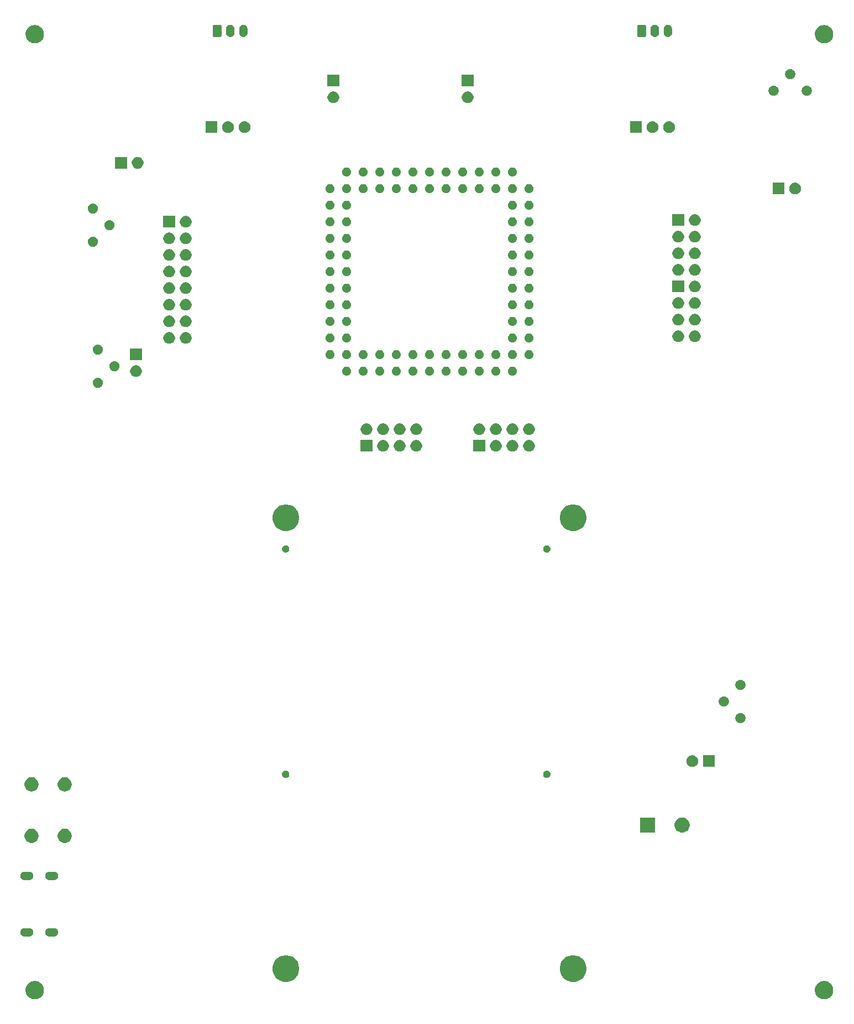
<source format=gbs>
G04 #@! TF.GenerationSoftware,KiCad,Pcbnew,(5.1.5)-3*
G04 #@! TF.CreationDate,2020-08-31T16:34:34-07:00*
G04 #@! TF.ProjectId,batty_trees_test_pcb,62617474-795f-4747-9265-65735f746573,rev?*
G04 #@! TF.SameCoordinates,Original*
G04 #@! TF.FileFunction,Soldermask,Bot*
G04 #@! TF.FilePolarity,Negative*
%FSLAX46Y46*%
G04 Gerber Fmt 4.6, Leading zero omitted, Abs format (unit mm)*
G04 Created by KiCad (PCBNEW (5.1.5)-3) date 2020-08-31 16:34:34*
%MOMM*%
%LPD*%
G04 APERTURE LIST*
%ADD10C,0.010000*%
%ADD11C,0.100000*%
G04 APERTURE END LIST*
D10*
G36*
X30988000Y-157224000D02*
G01*
X30978000Y-157224000D01*
X30978000Y-157824000D01*
X30638000Y-157824000D01*
X30606598Y-157823178D01*
X30575283Y-157820713D01*
X30544139Y-157816613D01*
X30513253Y-157810889D01*
X30482709Y-157803555D01*
X30452590Y-157794634D01*
X30422979Y-157784148D01*
X30393958Y-157772127D01*
X30365606Y-157758604D01*
X30338000Y-157743615D01*
X30311217Y-157727202D01*
X30285329Y-157709410D01*
X30260408Y-157690288D01*
X30236522Y-157669887D01*
X30213736Y-157648264D01*
X30192113Y-157625478D01*
X30171712Y-157601592D01*
X30152590Y-157576671D01*
X30134798Y-157550783D01*
X30118385Y-157524000D01*
X30103396Y-157496394D01*
X30089873Y-157468042D01*
X30077852Y-157439021D01*
X30067366Y-157409410D01*
X30058445Y-157379291D01*
X30051111Y-157348747D01*
X30045387Y-157317861D01*
X30041287Y-157286717D01*
X30038822Y-157255402D01*
X30038000Y-157224000D01*
X30038822Y-157192598D01*
X30041287Y-157161283D01*
X30045387Y-157130139D01*
X30051111Y-157099253D01*
X30058445Y-157068709D01*
X30067366Y-157038590D01*
X30077852Y-157008979D01*
X30089873Y-156979958D01*
X30103396Y-156951606D01*
X30118385Y-156924000D01*
X30134798Y-156897217D01*
X30152590Y-156871329D01*
X30171712Y-156846408D01*
X30192113Y-156822522D01*
X30213736Y-156799736D01*
X30236522Y-156778113D01*
X30260408Y-156757712D01*
X30285329Y-156738590D01*
X30311217Y-156720798D01*
X30338000Y-156704385D01*
X30365606Y-156689396D01*
X30393958Y-156675873D01*
X30422979Y-156663852D01*
X30452590Y-156653366D01*
X30482709Y-156644445D01*
X30513253Y-156637111D01*
X30544139Y-156631387D01*
X30575283Y-156627287D01*
X30606598Y-156624822D01*
X30638000Y-156624000D01*
X31338000Y-156624000D01*
X31369402Y-156624822D01*
X31400717Y-156627287D01*
X31431861Y-156631387D01*
X31462747Y-156637111D01*
X31493291Y-156644445D01*
X31523410Y-156653366D01*
X31553021Y-156663852D01*
X31582042Y-156675873D01*
X31610394Y-156689396D01*
X31638000Y-156704385D01*
X31664783Y-156720798D01*
X31690671Y-156738590D01*
X31715592Y-156757712D01*
X31739478Y-156778113D01*
X31762264Y-156799736D01*
X31783887Y-156822522D01*
X31804288Y-156846408D01*
X31823410Y-156871329D01*
X31841202Y-156897217D01*
X31857615Y-156924000D01*
X31872604Y-156951606D01*
X31886127Y-156979958D01*
X31898148Y-157008979D01*
X31908634Y-157038590D01*
X31917555Y-157068709D01*
X31924889Y-157099253D01*
X31930613Y-157130139D01*
X31934713Y-157161283D01*
X31937178Y-157192598D01*
X31938000Y-157224000D01*
X31937178Y-157255402D01*
X31934713Y-157286717D01*
X31930613Y-157317861D01*
X31924889Y-157348747D01*
X31917555Y-157379291D01*
X31908634Y-157409410D01*
X31898148Y-157439021D01*
X31886127Y-157468042D01*
X31872604Y-157496394D01*
X31857615Y-157524000D01*
X31841202Y-157550783D01*
X31823410Y-157576671D01*
X31804288Y-157601592D01*
X31783887Y-157625478D01*
X31762264Y-157648264D01*
X31739478Y-157669887D01*
X31715592Y-157690288D01*
X31690671Y-157709410D01*
X31664783Y-157727202D01*
X31638000Y-157743615D01*
X31610394Y-157758604D01*
X31582042Y-157772127D01*
X31553021Y-157784148D01*
X31523410Y-157794634D01*
X31493291Y-157803555D01*
X31462747Y-157810889D01*
X31431861Y-157816613D01*
X31400717Y-157820713D01*
X31369402Y-157823178D01*
X31338000Y-157824000D01*
X30988000Y-157824000D01*
X30988000Y-157224000D01*
G37*
X30988000Y-157224000D02*
X30978000Y-157224000D01*
X30978000Y-157824000D01*
X30638000Y-157824000D01*
X30606598Y-157823178D01*
X30575283Y-157820713D01*
X30544139Y-157816613D01*
X30513253Y-157810889D01*
X30482709Y-157803555D01*
X30452590Y-157794634D01*
X30422979Y-157784148D01*
X30393958Y-157772127D01*
X30365606Y-157758604D01*
X30338000Y-157743615D01*
X30311217Y-157727202D01*
X30285329Y-157709410D01*
X30260408Y-157690288D01*
X30236522Y-157669887D01*
X30213736Y-157648264D01*
X30192113Y-157625478D01*
X30171712Y-157601592D01*
X30152590Y-157576671D01*
X30134798Y-157550783D01*
X30118385Y-157524000D01*
X30103396Y-157496394D01*
X30089873Y-157468042D01*
X30077852Y-157439021D01*
X30067366Y-157409410D01*
X30058445Y-157379291D01*
X30051111Y-157348747D01*
X30045387Y-157317861D01*
X30041287Y-157286717D01*
X30038822Y-157255402D01*
X30038000Y-157224000D01*
X30038822Y-157192598D01*
X30041287Y-157161283D01*
X30045387Y-157130139D01*
X30051111Y-157099253D01*
X30058445Y-157068709D01*
X30067366Y-157038590D01*
X30077852Y-157008979D01*
X30089873Y-156979958D01*
X30103396Y-156951606D01*
X30118385Y-156924000D01*
X30134798Y-156897217D01*
X30152590Y-156871329D01*
X30171712Y-156846408D01*
X30192113Y-156822522D01*
X30213736Y-156799736D01*
X30236522Y-156778113D01*
X30260408Y-156757712D01*
X30285329Y-156738590D01*
X30311217Y-156720798D01*
X30338000Y-156704385D01*
X30365606Y-156689396D01*
X30393958Y-156675873D01*
X30422979Y-156663852D01*
X30452590Y-156653366D01*
X30482709Y-156644445D01*
X30513253Y-156637111D01*
X30544139Y-156631387D01*
X30575283Y-156627287D01*
X30606598Y-156624822D01*
X30638000Y-156624000D01*
X31338000Y-156624000D01*
X31369402Y-156624822D01*
X31400717Y-156627287D01*
X31431861Y-156631387D01*
X31462747Y-156637111D01*
X31493291Y-156644445D01*
X31523410Y-156653366D01*
X31553021Y-156663852D01*
X31582042Y-156675873D01*
X31610394Y-156689396D01*
X31638000Y-156704385D01*
X31664783Y-156720798D01*
X31690671Y-156738590D01*
X31715592Y-156757712D01*
X31739478Y-156778113D01*
X31762264Y-156799736D01*
X31783887Y-156822522D01*
X31804288Y-156846408D01*
X31823410Y-156871329D01*
X31841202Y-156897217D01*
X31857615Y-156924000D01*
X31872604Y-156951606D01*
X31886127Y-156979958D01*
X31898148Y-157008979D01*
X31908634Y-157038590D01*
X31917555Y-157068709D01*
X31924889Y-157099253D01*
X31930613Y-157130139D01*
X31934713Y-157161283D01*
X31937178Y-157192598D01*
X31938000Y-157224000D01*
X31937178Y-157255402D01*
X31934713Y-157286717D01*
X31930613Y-157317861D01*
X31924889Y-157348747D01*
X31917555Y-157379291D01*
X31908634Y-157409410D01*
X31898148Y-157439021D01*
X31886127Y-157468042D01*
X31872604Y-157496394D01*
X31857615Y-157524000D01*
X31841202Y-157550783D01*
X31823410Y-157576671D01*
X31804288Y-157601592D01*
X31783887Y-157625478D01*
X31762264Y-157648264D01*
X31739478Y-157669887D01*
X31715592Y-157690288D01*
X31690671Y-157709410D01*
X31664783Y-157727202D01*
X31638000Y-157743615D01*
X31610394Y-157758604D01*
X31582042Y-157772127D01*
X31553021Y-157784148D01*
X31523410Y-157794634D01*
X31493291Y-157803555D01*
X31462747Y-157810889D01*
X31431861Y-157816613D01*
X31400717Y-157820713D01*
X31369402Y-157823178D01*
X31338000Y-157824000D01*
X30988000Y-157824000D01*
X30988000Y-157224000D01*
G36*
X30988000Y-165864000D02*
G01*
X30978000Y-165864000D01*
X30978000Y-166464000D01*
X30638000Y-166464000D01*
X30606598Y-166463178D01*
X30575283Y-166460713D01*
X30544139Y-166456613D01*
X30513253Y-166450889D01*
X30482709Y-166443555D01*
X30452590Y-166434634D01*
X30422979Y-166424148D01*
X30393958Y-166412127D01*
X30365606Y-166398604D01*
X30338000Y-166383615D01*
X30311217Y-166367202D01*
X30285329Y-166349410D01*
X30260408Y-166330288D01*
X30236522Y-166309887D01*
X30213736Y-166288264D01*
X30192113Y-166265478D01*
X30171712Y-166241592D01*
X30152590Y-166216671D01*
X30134798Y-166190783D01*
X30118385Y-166164000D01*
X30103396Y-166136394D01*
X30089873Y-166108042D01*
X30077852Y-166079021D01*
X30067366Y-166049410D01*
X30058445Y-166019291D01*
X30051111Y-165988747D01*
X30045387Y-165957861D01*
X30041287Y-165926717D01*
X30038822Y-165895402D01*
X30038000Y-165864000D01*
X30038822Y-165832598D01*
X30041287Y-165801283D01*
X30045387Y-165770139D01*
X30051111Y-165739253D01*
X30058445Y-165708709D01*
X30067366Y-165678590D01*
X30077852Y-165648979D01*
X30089873Y-165619958D01*
X30103396Y-165591606D01*
X30118385Y-165564000D01*
X30134798Y-165537217D01*
X30152590Y-165511329D01*
X30171712Y-165486408D01*
X30192113Y-165462522D01*
X30213736Y-165439736D01*
X30236522Y-165418113D01*
X30260408Y-165397712D01*
X30285329Y-165378590D01*
X30311217Y-165360798D01*
X30338000Y-165344385D01*
X30365606Y-165329396D01*
X30393958Y-165315873D01*
X30422979Y-165303852D01*
X30452590Y-165293366D01*
X30482709Y-165284445D01*
X30513253Y-165277111D01*
X30544139Y-165271387D01*
X30575283Y-165267287D01*
X30606598Y-165264822D01*
X30638000Y-165264000D01*
X31338000Y-165264000D01*
X31369402Y-165264822D01*
X31400717Y-165267287D01*
X31431861Y-165271387D01*
X31462747Y-165277111D01*
X31493291Y-165284445D01*
X31523410Y-165293366D01*
X31553021Y-165303852D01*
X31582042Y-165315873D01*
X31610394Y-165329396D01*
X31638000Y-165344385D01*
X31664783Y-165360798D01*
X31690671Y-165378590D01*
X31715592Y-165397712D01*
X31739478Y-165418113D01*
X31762264Y-165439736D01*
X31783887Y-165462522D01*
X31804288Y-165486408D01*
X31823410Y-165511329D01*
X31841202Y-165537217D01*
X31857615Y-165564000D01*
X31872604Y-165591606D01*
X31886127Y-165619958D01*
X31898148Y-165648979D01*
X31908634Y-165678590D01*
X31917555Y-165708709D01*
X31924889Y-165739253D01*
X31930613Y-165770139D01*
X31934713Y-165801283D01*
X31937178Y-165832598D01*
X31938000Y-165864000D01*
X31937178Y-165895402D01*
X31934713Y-165926717D01*
X31930613Y-165957861D01*
X31924889Y-165988747D01*
X31917555Y-166019291D01*
X31908634Y-166049410D01*
X31898148Y-166079021D01*
X31886127Y-166108042D01*
X31872604Y-166136394D01*
X31857615Y-166164000D01*
X31841202Y-166190783D01*
X31823410Y-166216671D01*
X31804288Y-166241592D01*
X31783887Y-166265478D01*
X31762264Y-166288264D01*
X31739478Y-166309887D01*
X31715592Y-166330288D01*
X31690671Y-166349410D01*
X31664783Y-166367202D01*
X31638000Y-166383615D01*
X31610394Y-166398604D01*
X31582042Y-166412127D01*
X31553021Y-166424148D01*
X31523410Y-166434634D01*
X31493291Y-166443555D01*
X31462747Y-166450889D01*
X31431861Y-166456613D01*
X31400717Y-166460713D01*
X31369402Y-166463178D01*
X31338000Y-166464000D01*
X30988000Y-166464000D01*
X30988000Y-165864000D01*
G37*
X30988000Y-165864000D02*
X30978000Y-165864000D01*
X30978000Y-166464000D01*
X30638000Y-166464000D01*
X30606598Y-166463178D01*
X30575283Y-166460713D01*
X30544139Y-166456613D01*
X30513253Y-166450889D01*
X30482709Y-166443555D01*
X30452590Y-166434634D01*
X30422979Y-166424148D01*
X30393958Y-166412127D01*
X30365606Y-166398604D01*
X30338000Y-166383615D01*
X30311217Y-166367202D01*
X30285329Y-166349410D01*
X30260408Y-166330288D01*
X30236522Y-166309887D01*
X30213736Y-166288264D01*
X30192113Y-166265478D01*
X30171712Y-166241592D01*
X30152590Y-166216671D01*
X30134798Y-166190783D01*
X30118385Y-166164000D01*
X30103396Y-166136394D01*
X30089873Y-166108042D01*
X30077852Y-166079021D01*
X30067366Y-166049410D01*
X30058445Y-166019291D01*
X30051111Y-165988747D01*
X30045387Y-165957861D01*
X30041287Y-165926717D01*
X30038822Y-165895402D01*
X30038000Y-165864000D01*
X30038822Y-165832598D01*
X30041287Y-165801283D01*
X30045387Y-165770139D01*
X30051111Y-165739253D01*
X30058445Y-165708709D01*
X30067366Y-165678590D01*
X30077852Y-165648979D01*
X30089873Y-165619958D01*
X30103396Y-165591606D01*
X30118385Y-165564000D01*
X30134798Y-165537217D01*
X30152590Y-165511329D01*
X30171712Y-165486408D01*
X30192113Y-165462522D01*
X30213736Y-165439736D01*
X30236522Y-165418113D01*
X30260408Y-165397712D01*
X30285329Y-165378590D01*
X30311217Y-165360798D01*
X30338000Y-165344385D01*
X30365606Y-165329396D01*
X30393958Y-165315873D01*
X30422979Y-165303852D01*
X30452590Y-165293366D01*
X30482709Y-165284445D01*
X30513253Y-165277111D01*
X30544139Y-165271387D01*
X30575283Y-165267287D01*
X30606598Y-165264822D01*
X30638000Y-165264000D01*
X31338000Y-165264000D01*
X31369402Y-165264822D01*
X31400717Y-165267287D01*
X31431861Y-165271387D01*
X31462747Y-165277111D01*
X31493291Y-165284445D01*
X31523410Y-165293366D01*
X31553021Y-165303852D01*
X31582042Y-165315873D01*
X31610394Y-165329396D01*
X31638000Y-165344385D01*
X31664783Y-165360798D01*
X31690671Y-165378590D01*
X31715592Y-165397712D01*
X31739478Y-165418113D01*
X31762264Y-165439736D01*
X31783887Y-165462522D01*
X31804288Y-165486408D01*
X31823410Y-165511329D01*
X31841202Y-165537217D01*
X31857615Y-165564000D01*
X31872604Y-165591606D01*
X31886127Y-165619958D01*
X31898148Y-165648979D01*
X31908634Y-165678590D01*
X31917555Y-165708709D01*
X31924889Y-165739253D01*
X31930613Y-165770139D01*
X31934713Y-165801283D01*
X31937178Y-165832598D01*
X31938000Y-165864000D01*
X31937178Y-165895402D01*
X31934713Y-165926717D01*
X31930613Y-165957861D01*
X31924889Y-165988747D01*
X31917555Y-166019291D01*
X31908634Y-166049410D01*
X31898148Y-166079021D01*
X31886127Y-166108042D01*
X31872604Y-166136394D01*
X31857615Y-166164000D01*
X31841202Y-166190783D01*
X31823410Y-166216671D01*
X31804288Y-166241592D01*
X31783887Y-166265478D01*
X31762264Y-166288264D01*
X31739478Y-166309887D01*
X31715592Y-166330288D01*
X31690671Y-166349410D01*
X31664783Y-166367202D01*
X31638000Y-166383615D01*
X31610394Y-166398604D01*
X31582042Y-166412127D01*
X31553021Y-166424148D01*
X31523410Y-166434634D01*
X31493291Y-166443555D01*
X31462747Y-166450889D01*
X31431861Y-166456613D01*
X31400717Y-166460713D01*
X31369402Y-166463178D01*
X31338000Y-166464000D01*
X30988000Y-166464000D01*
X30988000Y-165864000D01*
G36*
X27188000Y-157224000D02*
G01*
X27178000Y-157224000D01*
X27178000Y-157824000D01*
X26838000Y-157824000D01*
X26806598Y-157823178D01*
X26775283Y-157820713D01*
X26744139Y-157816613D01*
X26713253Y-157810889D01*
X26682709Y-157803555D01*
X26652590Y-157794634D01*
X26622979Y-157784148D01*
X26593958Y-157772127D01*
X26565606Y-157758604D01*
X26538000Y-157743615D01*
X26511217Y-157727202D01*
X26485329Y-157709410D01*
X26460408Y-157690288D01*
X26436522Y-157669887D01*
X26413736Y-157648264D01*
X26392113Y-157625478D01*
X26371712Y-157601592D01*
X26352590Y-157576671D01*
X26334798Y-157550783D01*
X26318385Y-157524000D01*
X26303396Y-157496394D01*
X26289873Y-157468042D01*
X26277852Y-157439021D01*
X26267366Y-157409410D01*
X26258445Y-157379291D01*
X26251111Y-157348747D01*
X26245387Y-157317861D01*
X26241287Y-157286717D01*
X26238822Y-157255402D01*
X26238000Y-157224000D01*
X26238822Y-157192598D01*
X26241287Y-157161283D01*
X26245387Y-157130139D01*
X26251111Y-157099253D01*
X26258445Y-157068709D01*
X26267366Y-157038590D01*
X26277852Y-157008979D01*
X26289873Y-156979958D01*
X26303396Y-156951606D01*
X26318385Y-156924000D01*
X26334798Y-156897217D01*
X26352590Y-156871329D01*
X26371712Y-156846408D01*
X26392113Y-156822522D01*
X26413736Y-156799736D01*
X26436522Y-156778113D01*
X26460408Y-156757712D01*
X26485329Y-156738590D01*
X26511217Y-156720798D01*
X26538000Y-156704385D01*
X26565606Y-156689396D01*
X26593958Y-156675873D01*
X26622979Y-156663852D01*
X26652590Y-156653366D01*
X26682709Y-156644445D01*
X26713253Y-156637111D01*
X26744139Y-156631387D01*
X26775283Y-156627287D01*
X26806598Y-156624822D01*
X26838000Y-156624000D01*
X27538000Y-156624000D01*
X27569402Y-156624822D01*
X27600717Y-156627287D01*
X27631861Y-156631387D01*
X27662747Y-156637111D01*
X27693291Y-156644445D01*
X27723410Y-156653366D01*
X27753021Y-156663852D01*
X27782042Y-156675873D01*
X27810394Y-156689396D01*
X27838000Y-156704385D01*
X27864783Y-156720798D01*
X27890671Y-156738590D01*
X27915592Y-156757712D01*
X27939478Y-156778113D01*
X27962264Y-156799736D01*
X27983887Y-156822522D01*
X28004288Y-156846408D01*
X28023410Y-156871329D01*
X28041202Y-156897217D01*
X28057615Y-156924000D01*
X28072604Y-156951606D01*
X28086127Y-156979958D01*
X28098148Y-157008979D01*
X28108634Y-157038590D01*
X28117555Y-157068709D01*
X28124889Y-157099253D01*
X28130613Y-157130139D01*
X28134713Y-157161283D01*
X28137178Y-157192598D01*
X28138000Y-157224000D01*
X28137178Y-157255402D01*
X28134713Y-157286717D01*
X28130613Y-157317861D01*
X28124889Y-157348747D01*
X28117555Y-157379291D01*
X28108634Y-157409410D01*
X28098148Y-157439021D01*
X28086127Y-157468042D01*
X28072604Y-157496394D01*
X28057615Y-157524000D01*
X28041202Y-157550783D01*
X28023410Y-157576671D01*
X28004288Y-157601592D01*
X27983887Y-157625478D01*
X27962264Y-157648264D01*
X27939478Y-157669887D01*
X27915592Y-157690288D01*
X27890671Y-157709410D01*
X27864783Y-157727202D01*
X27838000Y-157743615D01*
X27810394Y-157758604D01*
X27782042Y-157772127D01*
X27753021Y-157784148D01*
X27723410Y-157794634D01*
X27693291Y-157803555D01*
X27662747Y-157810889D01*
X27631861Y-157816613D01*
X27600717Y-157820713D01*
X27569402Y-157823178D01*
X27538000Y-157824000D01*
X27188000Y-157824000D01*
X27188000Y-157224000D01*
G37*
X27188000Y-157224000D02*
X27178000Y-157224000D01*
X27178000Y-157824000D01*
X26838000Y-157824000D01*
X26806598Y-157823178D01*
X26775283Y-157820713D01*
X26744139Y-157816613D01*
X26713253Y-157810889D01*
X26682709Y-157803555D01*
X26652590Y-157794634D01*
X26622979Y-157784148D01*
X26593958Y-157772127D01*
X26565606Y-157758604D01*
X26538000Y-157743615D01*
X26511217Y-157727202D01*
X26485329Y-157709410D01*
X26460408Y-157690288D01*
X26436522Y-157669887D01*
X26413736Y-157648264D01*
X26392113Y-157625478D01*
X26371712Y-157601592D01*
X26352590Y-157576671D01*
X26334798Y-157550783D01*
X26318385Y-157524000D01*
X26303396Y-157496394D01*
X26289873Y-157468042D01*
X26277852Y-157439021D01*
X26267366Y-157409410D01*
X26258445Y-157379291D01*
X26251111Y-157348747D01*
X26245387Y-157317861D01*
X26241287Y-157286717D01*
X26238822Y-157255402D01*
X26238000Y-157224000D01*
X26238822Y-157192598D01*
X26241287Y-157161283D01*
X26245387Y-157130139D01*
X26251111Y-157099253D01*
X26258445Y-157068709D01*
X26267366Y-157038590D01*
X26277852Y-157008979D01*
X26289873Y-156979958D01*
X26303396Y-156951606D01*
X26318385Y-156924000D01*
X26334798Y-156897217D01*
X26352590Y-156871329D01*
X26371712Y-156846408D01*
X26392113Y-156822522D01*
X26413736Y-156799736D01*
X26436522Y-156778113D01*
X26460408Y-156757712D01*
X26485329Y-156738590D01*
X26511217Y-156720798D01*
X26538000Y-156704385D01*
X26565606Y-156689396D01*
X26593958Y-156675873D01*
X26622979Y-156663852D01*
X26652590Y-156653366D01*
X26682709Y-156644445D01*
X26713253Y-156637111D01*
X26744139Y-156631387D01*
X26775283Y-156627287D01*
X26806598Y-156624822D01*
X26838000Y-156624000D01*
X27538000Y-156624000D01*
X27569402Y-156624822D01*
X27600717Y-156627287D01*
X27631861Y-156631387D01*
X27662747Y-156637111D01*
X27693291Y-156644445D01*
X27723410Y-156653366D01*
X27753021Y-156663852D01*
X27782042Y-156675873D01*
X27810394Y-156689396D01*
X27838000Y-156704385D01*
X27864783Y-156720798D01*
X27890671Y-156738590D01*
X27915592Y-156757712D01*
X27939478Y-156778113D01*
X27962264Y-156799736D01*
X27983887Y-156822522D01*
X28004288Y-156846408D01*
X28023410Y-156871329D01*
X28041202Y-156897217D01*
X28057615Y-156924000D01*
X28072604Y-156951606D01*
X28086127Y-156979958D01*
X28098148Y-157008979D01*
X28108634Y-157038590D01*
X28117555Y-157068709D01*
X28124889Y-157099253D01*
X28130613Y-157130139D01*
X28134713Y-157161283D01*
X28137178Y-157192598D01*
X28138000Y-157224000D01*
X28137178Y-157255402D01*
X28134713Y-157286717D01*
X28130613Y-157317861D01*
X28124889Y-157348747D01*
X28117555Y-157379291D01*
X28108634Y-157409410D01*
X28098148Y-157439021D01*
X28086127Y-157468042D01*
X28072604Y-157496394D01*
X28057615Y-157524000D01*
X28041202Y-157550783D01*
X28023410Y-157576671D01*
X28004288Y-157601592D01*
X27983887Y-157625478D01*
X27962264Y-157648264D01*
X27939478Y-157669887D01*
X27915592Y-157690288D01*
X27890671Y-157709410D01*
X27864783Y-157727202D01*
X27838000Y-157743615D01*
X27810394Y-157758604D01*
X27782042Y-157772127D01*
X27753021Y-157784148D01*
X27723410Y-157794634D01*
X27693291Y-157803555D01*
X27662747Y-157810889D01*
X27631861Y-157816613D01*
X27600717Y-157820713D01*
X27569402Y-157823178D01*
X27538000Y-157824000D01*
X27188000Y-157824000D01*
X27188000Y-157224000D01*
G36*
X27188000Y-165864000D02*
G01*
X27178000Y-165864000D01*
X27178000Y-166464000D01*
X26838000Y-166464000D01*
X26806598Y-166463178D01*
X26775283Y-166460713D01*
X26744139Y-166456613D01*
X26713253Y-166450889D01*
X26682709Y-166443555D01*
X26652590Y-166434634D01*
X26622979Y-166424148D01*
X26593958Y-166412127D01*
X26565606Y-166398604D01*
X26538000Y-166383615D01*
X26511217Y-166367202D01*
X26485329Y-166349410D01*
X26460408Y-166330288D01*
X26436522Y-166309887D01*
X26413736Y-166288264D01*
X26392113Y-166265478D01*
X26371712Y-166241592D01*
X26352590Y-166216671D01*
X26334798Y-166190783D01*
X26318385Y-166164000D01*
X26303396Y-166136394D01*
X26289873Y-166108042D01*
X26277852Y-166079021D01*
X26267366Y-166049410D01*
X26258445Y-166019291D01*
X26251111Y-165988747D01*
X26245387Y-165957861D01*
X26241287Y-165926717D01*
X26238822Y-165895402D01*
X26238000Y-165864000D01*
X26238822Y-165832598D01*
X26241287Y-165801283D01*
X26245387Y-165770139D01*
X26251111Y-165739253D01*
X26258445Y-165708709D01*
X26267366Y-165678590D01*
X26277852Y-165648979D01*
X26289873Y-165619958D01*
X26303396Y-165591606D01*
X26318385Y-165564000D01*
X26334798Y-165537217D01*
X26352590Y-165511329D01*
X26371712Y-165486408D01*
X26392113Y-165462522D01*
X26413736Y-165439736D01*
X26436522Y-165418113D01*
X26460408Y-165397712D01*
X26485329Y-165378590D01*
X26511217Y-165360798D01*
X26538000Y-165344385D01*
X26565606Y-165329396D01*
X26593958Y-165315873D01*
X26622979Y-165303852D01*
X26652590Y-165293366D01*
X26682709Y-165284445D01*
X26713253Y-165277111D01*
X26744139Y-165271387D01*
X26775283Y-165267287D01*
X26806598Y-165264822D01*
X26838000Y-165264000D01*
X27538000Y-165264000D01*
X27569402Y-165264822D01*
X27600717Y-165267287D01*
X27631861Y-165271387D01*
X27662747Y-165277111D01*
X27693291Y-165284445D01*
X27723410Y-165293366D01*
X27753021Y-165303852D01*
X27782042Y-165315873D01*
X27810394Y-165329396D01*
X27838000Y-165344385D01*
X27864783Y-165360798D01*
X27890671Y-165378590D01*
X27915592Y-165397712D01*
X27939478Y-165418113D01*
X27962264Y-165439736D01*
X27983887Y-165462522D01*
X28004288Y-165486408D01*
X28023410Y-165511329D01*
X28041202Y-165537217D01*
X28057615Y-165564000D01*
X28072604Y-165591606D01*
X28086127Y-165619958D01*
X28098148Y-165648979D01*
X28108634Y-165678590D01*
X28117555Y-165708709D01*
X28124889Y-165739253D01*
X28130613Y-165770139D01*
X28134713Y-165801283D01*
X28137178Y-165832598D01*
X28138000Y-165864000D01*
X28137178Y-165895402D01*
X28134713Y-165926717D01*
X28130613Y-165957861D01*
X28124889Y-165988747D01*
X28117555Y-166019291D01*
X28108634Y-166049410D01*
X28098148Y-166079021D01*
X28086127Y-166108042D01*
X28072604Y-166136394D01*
X28057615Y-166164000D01*
X28041202Y-166190783D01*
X28023410Y-166216671D01*
X28004288Y-166241592D01*
X27983887Y-166265478D01*
X27962264Y-166288264D01*
X27939478Y-166309887D01*
X27915592Y-166330288D01*
X27890671Y-166349410D01*
X27864783Y-166367202D01*
X27838000Y-166383615D01*
X27810394Y-166398604D01*
X27782042Y-166412127D01*
X27753021Y-166424148D01*
X27723410Y-166434634D01*
X27693291Y-166443555D01*
X27662747Y-166450889D01*
X27631861Y-166456613D01*
X27600717Y-166460713D01*
X27569402Y-166463178D01*
X27538000Y-166464000D01*
X27188000Y-166464000D01*
X27188000Y-165864000D01*
G37*
X27188000Y-165864000D02*
X27178000Y-165864000D01*
X27178000Y-166464000D01*
X26838000Y-166464000D01*
X26806598Y-166463178D01*
X26775283Y-166460713D01*
X26744139Y-166456613D01*
X26713253Y-166450889D01*
X26682709Y-166443555D01*
X26652590Y-166434634D01*
X26622979Y-166424148D01*
X26593958Y-166412127D01*
X26565606Y-166398604D01*
X26538000Y-166383615D01*
X26511217Y-166367202D01*
X26485329Y-166349410D01*
X26460408Y-166330288D01*
X26436522Y-166309887D01*
X26413736Y-166288264D01*
X26392113Y-166265478D01*
X26371712Y-166241592D01*
X26352590Y-166216671D01*
X26334798Y-166190783D01*
X26318385Y-166164000D01*
X26303396Y-166136394D01*
X26289873Y-166108042D01*
X26277852Y-166079021D01*
X26267366Y-166049410D01*
X26258445Y-166019291D01*
X26251111Y-165988747D01*
X26245387Y-165957861D01*
X26241287Y-165926717D01*
X26238822Y-165895402D01*
X26238000Y-165864000D01*
X26238822Y-165832598D01*
X26241287Y-165801283D01*
X26245387Y-165770139D01*
X26251111Y-165739253D01*
X26258445Y-165708709D01*
X26267366Y-165678590D01*
X26277852Y-165648979D01*
X26289873Y-165619958D01*
X26303396Y-165591606D01*
X26318385Y-165564000D01*
X26334798Y-165537217D01*
X26352590Y-165511329D01*
X26371712Y-165486408D01*
X26392113Y-165462522D01*
X26413736Y-165439736D01*
X26436522Y-165418113D01*
X26460408Y-165397712D01*
X26485329Y-165378590D01*
X26511217Y-165360798D01*
X26538000Y-165344385D01*
X26565606Y-165329396D01*
X26593958Y-165315873D01*
X26622979Y-165303852D01*
X26652590Y-165293366D01*
X26682709Y-165284445D01*
X26713253Y-165277111D01*
X26744139Y-165271387D01*
X26775283Y-165267287D01*
X26806598Y-165264822D01*
X26838000Y-165264000D01*
X27538000Y-165264000D01*
X27569402Y-165264822D01*
X27600717Y-165267287D01*
X27631861Y-165271387D01*
X27662747Y-165277111D01*
X27693291Y-165284445D01*
X27723410Y-165293366D01*
X27753021Y-165303852D01*
X27782042Y-165315873D01*
X27810394Y-165329396D01*
X27838000Y-165344385D01*
X27864783Y-165360798D01*
X27890671Y-165378590D01*
X27915592Y-165397712D01*
X27939478Y-165418113D01*
X27962264Y-165439736D01*
X27983887Y-165462522D01*
X28004288Y-165486408D01*
X28023410Y-165511329D01*
X28041202Y-165537217D01*
X28057615Y-165564000D01*
X28072604Y-165591606D01*
X28086127Y-165619958D01*
X28098148Y-165648979D01*
X28108634Y-165678590D01*
X28117555Y-165708709D01*
X28124889Y-165739253D01*
X28130613Y-165770139D01*
X28134713Y-165801283D01*
X28137178Y-165832598D01*
X28138000Y-165864000D01*
X28137178Y-165895402D01*
X28134713Y-165926717D01*
X28130613Y-165957861D01*
X28124889Y-165988747D01*
X28117555Y-166019291D01*
X28108634Y-166049410D01*
X28098148Y-166079021D01*
X28086127Y-166108042D01*
X28072604Y-166136394D01*
X28057615Y-166164000D01*
X28041202Y-166190783D01*
X28023410Y-166216671D01*
X28004288Y-166241592D01*
X27983887Y-166265478D01*
X27962264Y-166288264D01*
X27939478Y-166309887D01*
X27915592Y-166330288D01*
X27890671Y-166349410D01*
X27864783Y-166367202D01*
X27838000Y-166383615D01*
X27810394Y-166398604D01*
X27782042Y-166412127D01*
X27753021Y-166424148D01*
X27723410Y-166434634D01*
X27693291Y-166443555D01*
X27662747Y-166450889D01*
X27631861Y-166456613D01*
X27600717Y-166460713D01*
X27569402Y-166463178D01*
X27538000Y-166464000D01*
X27188000Y-166464000D01*
X27188000Y-165864000D01*
D11*
G36*
X149670433Y-173386893D02*
G01*
X149760657Y-173404839D01*
X149826668Y-173432182D01*
X150015621Y-173510449D01*
X150091763Y-173561325D01*
X150245086Y-173663772D01*
X150440228Y-173858914D01*
X150542675Y-174012237D01*
X150593551Y-174088379D01*
X150699161Y-174343344D01*
X150753000Y-174614012D01*
X150753000Y-174889988D01*
X150699161Y-175160656D01*
X150593551Y-175415621D01*
X150593550Y-175415622D01*
X150440228Y-175645086D01*
X150245086Y-175840228D01*
X150091763Y-175942675D01*
X150015621Y-175993551D01*
X149866267Y-176055415D01*
X149760657Y-176099161D01*
X149670433Y-176117107D01*
X149489988Y-176153000D01*
X149214012Y-176153000D01*
X149033567Y-176117107D01*
X148943343Y-176099161D01*
X148837733Y-176055415D01*
X148688379Y-175993551D01*
X148612237Y-175942675D01*
X148458914Y-175840228D01*
X148263772Y-175645086D01*
X148110450Y-175415622D01*
X148110449Y-175415621D01*
X148004839Y-175160656D01*
X147951000Y-174889988D01*
X147951000Y-174614012D01*
X148004839Y-174343344D01*
X148110449Y-174088379D01*
X148161325Y-174012237D01*
X148263772Y-173858914D01*
X148458914Y-173663772D01*
X148612237Y-173561325D01*
X148688379Y-173510449D01*
X148877332Y-173432182D01*
X148943343Y-173404839D01*
X149033567Y-173386893D01*
X149214012Y-173351000D01*
X149489988Y-173351000D01*
X149670433Y-173386893D01*
G37*
G36*
X28766433Y-173386893D02*
G01*
X28856657Y-173404839D01*
X28922668Y-173432182D01*
X29111621Y-173510449D01*
X29187763Y-173561325D01*
X29341086Y-173663772D01*
X29536228Y-173858914D01*
X29638675Y-174012237D01*
X29689551Y-174088379D01*
X29795161Y-174343344D01*
X29849000Y-174614012D01*
X29849000Y-174889988D01*
X29795161Y-175160656D01*
X29689551Y-175415621D01*
X29689550Y-175415622D01*
X29536228Y-175645086D01*
X29341086Y-175840228D01*
X29187763Y-175942675D01*
X29111621Y-175993551D01*
X28962267Y-176055415D01*
X28856657Y-176099161D01*
X28766433Y-176117107D01*
X28585988Y-176153000D01*
X28310012Y-176153000D01*
X28129567Y-176117107D01*
X28039343Y-176099161D01*
X27933733Y-176055415D01*
X27784379Y-175993551D01*
X27708237Y-175942675D01*
X27554914Y-175840228D01*
X27359772Y-175645086D01*
X27206450Y-175415622D01*
X27206449Y-175415621D01*
X27100839Y-175160656D01*
X27047000Y-174889988D01*
X27047000Y-174614012D01*
X27100839Y-174343344D01*
X27206449Y-174088379D01*
X27257325Y-174012237D01*
X27359772Y-173858914D01*
X27554914Y-173663772D01*
X27708237Y-173561325D01*
X27784379Y-173510449D01*
X27973332Y-173432182D01*
X28039343Y-173404839D01*
X28129567Y-173386893D01*
X28310012Y-173351000D01*
X28585988Y-173351000D01*
X28766433Y-173386893D01*
G37*
G36*
X111498254Y-169487818D02*
G01*
X111871511Y-169642426D01*
X111871513Y-169642427D01*
X112207436Y-169866884D01*
X112493116Y-170152564D01*
X112717574Y-170488489D01*
X112872182Y-170861746D01*
X112951000Y-171257993D01*
X112951000Y-171662007D01*
X112872182Y-172058254D01*
X112717574Y-172431511D01*
X112717573Y-172431513D01*
X112493116Y-172767436D01*
X112207436Y-173053116D01*
X111871513Y-173277573D01*
X111871512Y-173277574D01*
X111871511Y-173277574D01*
X111498254Y-173432182D01*
X111102007Y-173511000D01*
X110697993Y-173511000D01*
X110301746Y-173432182D01*
X109928489Y-173277574D01*
X109928488Y-173277574D01*
X109928487Y-173277573D01*
X109592564Y-173053116D01*
X109306884Y-172767436D01*
X109082427Y-172431513D01*
X109082426Y-172431511D01*
X108927818Y-172058254D01*
X108849000Y-171662007D01*
X108849000Y-171257993D01*
X108927818Y-170861746D01*
X109082426Y-170488489D01*
X109306884Y-170152564D01*
X109592564Y-169866884D01*
X109928487Y-169642427D01*
X109928489Y-169642426D01*
X110301746Y-169487818D01*
X110697993Y-169409000D01*
X111102007Y-169409000D01*
X111498254Y-169487818D01*
G37*
G36*
X67498254Y-169487818D02*
G01*
X67871511Y-169642426D01*
X67871513Y-169642427D01*
X68207436Y-169866884D01*
X68493116Y-170152564D01*
X68717574Y-170488489D01*
X68872182Y-170861746D01*
X68951000Y-171257993D01*
X68951000Y-171662007D01*
X68872182Y-172058254D01*
X68717574Y-172431511D01*
X68717573Y-172431513D01*
X68493116Y-172767436D01*
X68207436Y-173053116D01*
X67871513Y-173277573D01*
X67871512Y-173277574D01*
X67871511Y-173277574D01*
X67498254Y-173432182D01*
X67102007Y-173511000D01*
X66697993Y-173511000D01*
X66301746Y-173432182D01*
X65928489Y-173277574D01*
X65928488Y-173277574D01*
X65928487Y-173277573D01*
X65592564Y-173053116D01*
X65306884Y-172767436D01*
X65082427Y-172431513D01*
X65082426Y-172431511D01*
X64927818Y-172058254D01*
X64849000Y-171662007D01*
X64849000Y-171257993D01*
X64927818Y-170861746D01*
X65082426Y-170488489D01*
X65306884Y-170152564D01*
X65592564Y-169866884D01*
X65928487Y-169642427D01*
X65928489Y-169642426D01*
X66301746Y-169487818D01*
X66697993Y-169409000D01*
X67102007Y-169409000D01*
X67498254Y-169487818D01*
G37*
G36*
X31075797Y-165574567D02*
G01*
X31130575Y-165597257D01*
X31130577Y-165597258D01*
X31179876Y-165630198D01*
X31221802Y-165672124D01*
X31254742Y-165721423D01*
X31254743Y-165721425D01*
X31277433Y-165776203D01*
X31289000Y-165834353D01*
X31289000Y-165893647D01*
X31277433Y-165951797D01*
X31254743Y-166006575D01*
X31254742Y-166006577D01*
X31221802Y-166055876D01*
X31179876Y-166097802D01*
X31130577Y-166130742D01*
X31130576Y-166130743D01*
X31130575Y-166130743D01*
X31075797Y-166153433D01*
X31017647Y-166165000D01*
X30958353Y-166165000D01*
X30900203Y-166153433D01*
X30845425Y-166130743D01*
X30845424Y-166130743D01*
X30845423Y-166130742D01*
X30796124Y-166097802D01*
X30754198Y-166055876D01*
X30721258Y-166006577D01*
X30721257Y-166006575D01*
X30698567Y-165951797D01*
X30687000Y-165893647D01*
X30687000Y-165834353D01*
X30698567Y-165776203D01*
X30721257Y-165721425D01*
X30721258Y-165721423D01*
X30754198Y-165672124D01*
X30796124Y-165630198D01*
X30845423Y-165597258D01*
X30845425Y-165597257D01*
X30900203Y-165574567D01*
X30958353Y-165563000D01*
X31017647Y-165563000D01*
X31075797Y-165574567D01*
G37*
G36*
X27275797Y-165574567D02*
G01*
X27330575Y-165597257D01*
X27330577Y-165597258D01*
X27379876Y-165630198D01*
X27421802Y-165672124D01*
X27454742Y-165721423D01*
X27454743Y-165721425D01*
X27477433Y-165776203D01*
X27489000Y-165834353D01*
X27489000Y-165893647D01*
X27477433Y-165951797D01*
X27454743Y-166006575D01*
X27454742Y-166006577D01*
X27421802Y-166055876D01*
X27379876Y-166097802D01*
X27330577Y-166130742D01*
X27330576Y-166130743D01*
X27330575Y-166130743D01*
X27275797Y-166153433D01*
X27217647Y-166165000D01*
X27158353Y-166165000D01*
X27100203Y-166153433D01*
X27045425Y-166130743D01*
X27045424Y-166130743D01*
X27045423Y-166130742D01*
X26996124Y-166097802D01*
X26954198Y-166055876D01*
X26921258Y-166006577D01*
X26921257Y-166006575D01*
X26898567Y-165951797D01*
X26887000Y-165893647D01*
X26887000Y-165834353D01*
X26898567Y-165776203D01*
X26921257Y-165721425D01*
X26921258Y-165721423D01*
X26954198Y-165672124D01*
X26996124Y-165630198D01*
X27045423Y-165597258D01*
X27045425Y-165597257D01*
X27100203Y-165574567D01*
X27158353Y-165563000D01*
X27217647Y-165563000D01*
X27275797Y-165574567D01*
G37*
G36*
X27275797Y-156934567D02*
G01*
X27330575Y-156957257D01*
X27330577Y-156957258D01*
X27379876Y-156990198D01*
X27421802Y-157032124D01*
X27454742Y-157081423D01*
X27454743Y-157081425D01*
X27477433Y-157136203D01*
X27489000Y-157194353D01*
X27489000Y-157253647D01*
X27477433Y-157311797D01*
X27454743Y-157366575D01*
X27454742Y-157366577D01*
X27421802Y-157415876D01*
X27379876Y-157457802D01*
X27330577Y-157490742D01*
X27330576Y-157490743D01*
X27330575Y-157490743D01*
X27275797Y-157513433D01*
X27217647Y-157525000D01*
X27158353Y-157525000D01*
X27100203Y-157513433D01*
X27045425Y-157490743D01*
X27045424Y-157490743D01*
X27045423Y-157490742D01*
X26996124Y-157457802D01*
X26954198Y-157415876D01*
X26921258Y-157366577D01*
X26921257Y-157366575D01*
X26898567Y-157311797D01*
X26887000Y-157253647D01*
X26887000Y-157194353D01*
X26898567Y-157136203D01*
X26921257Y-157081425D01*
X26921258Y-157081423D01*
X26954198Y-157032124D01*
X26996124Y-156990198D01*
X27045423Y-156957258D01*
X27045425Y-156957257D01*
X27100203Y-156934567D01*
X27158353Y-156923000D01*
X27217647Y-156923000D01*
X27275797Y-156934567D01*
G37*
G36*
X31075797Y-156934567D02*
G01*
X31130575Y-156957257D01*
X31130577Y-156957258D01*
X31179876Y-156990198D01*
X31221802Y-157032124D01*
X31254742Y-157081423D01*
X31254743Y-157081425D01*
X31277433Y-157136203D01*
X31289000Y-157194353D01*
X31289000Y-157253647D01*
X31277433Y-157311797D01*
X31254743Y-157366575D01*
X31254742Y-157366577D01*
X31221802Y-157415876D01*
X31179876Y-157457802D01*
X31130577Y-157490742D01*
X31130576Y-157490743D01*
X31130575Y-157490743D01*
X31075797Y-157513433D01*
X31017647Y-157525000D01*
X30958353Y-157525000D01*
X30900203Y-157513433D01*
X30845425Y-157490743D01*
X30845424Y-157490743D01*
X30845423Y-157490742D01*
X30796124Y-157457802D01*
X30754198Y-157415876D01*
X30721258Y-157366577D01*
X30721257Y-157366575D01*
X30698567Y-157311797D01*
X30687000Y-157253647D01*
X30687000Y-157194353D01*
X30698567Y-157136203D01*
X30721257Y-157081425D01*
X30721258Y-157081423D01*
X30754198Y-157032124D01*
X30796124Y-156990198D01*
X30845423Y-156957258D01*
X30845425Y-156957257D01*
X30900203Y-156934567D01*
X30958353Y-156923000D01*
X31017647Y-156923000D01*
X31075797Y-156934567D01*
G37*
G36*
X33233116Y-150058590D02*
G01*
X33338641Y-150079580D01*
X33537446Y-150161927D01*
X33716365Y-150281477D01*
X33868523Y-150433635D01*
X33988073Y-150612554D01*
X34070420Y-150811359D01*
X34112400Y-151022408D01*
X34112400Y-151237592D01*
X34070420Y-151448641D01*
X33988073Y-151647446D01*
X33868523Y-151826365D01*
X33716365Y-151978523D01*
X33537446Y-152098073D01*
X33338641Y-152180420D01*
X33127593Y-152222400D01*
X32912407Y-152222400D01*
X32701359Y-152180420D01*
X32502554Y-152098073D01*
X32323635Y-151978523D01*
X32171477Y-151826365D01*
X32051927Y-151647446D01*
X31969580Y-151448641D01*
X31927600Y-151237592D01*
X31927600Y-151022408D01*
X31969580Y-150811359D01*
X32051927Y-150612554D01*
X32171477Y-150433635D01*
X32323635Y-150281477D01*
X32502554Y-150161927D01*
X32701359Y-150079580D01*
X32806884Y-150058590D01*
X32912407Y-150037600D01*
X33127593Y-150037600D01*
X33233116Y-150058590D01*
G37*
G36*
X28153116Y-150058590D02*
G01*
X28258641Y-150079580D01*
X28457446Y-150161927D01*
X28636365Y-150281477D01*
X28788523Y-150433635D01*
X28908073Y-150612554D01*
X28990420Y-150811359D01*
X29032400Y-151022408D01*
X29032400Y-151237592D01*
X28990420Y-151448641D01*
X28908073Y-151647446D01*
X28788523Y-151826365D01*
X28636365Y-151978523D01*
X28457446Y-152098073D01*
X28258641Y-152180420D01*
X28047593Y-152222400D01*
X27832407Y-152222400D01*
X27621359Y-152180420D01*
X27422554Y-152098073D01*
X27243635Y-151978523D01*
X27091477Y-151826365D01*
X26971927Y-151647446D01*
X26889580Y-151448641D01*
X26847600Y-151237592D01*
X26847600Y-151022408D01*
X26889580Y-150811359D01*
X26971927Y-150612554D01*
X27091477Y-150433635D01*
X27243635Y-150281477D01*
X27422554Y-150161927D01*
X27621359Y-150079580D01*
X27726884Y-150058590D01*
X27832407Y-150037600D01*
X28047593Y-150037600D01*
X28153116Y-150058590D01*
G37*
G36*
X127825549Y-148350116D02*
G01*
X127936734Y-148372232D01*
X128146203Y-148458997D01*
X128334720Y-148584960D01*
X128495040Y-148745280D01*
X128621003Y-148933797D01*
X128707768Y-149143266D01*
X128752000Y-149365636D01*
X128752000Y-149592364D01*
X128707768Y-149814734D01*
X128621003Y-150024203D01*
X128495040Y-150212720D01*
X128334720Y-150373040D01*
X128146203Y-150499003D01*
X127936734Y-150585768D01*
X127825549Y-150607884D01*
X127714365Y-150630000D01*
X127487635Y-150630000D01*
X127376451Y-150607884D01*
X127265266Y-150585768D01*
X127055797Y-150499003D01*
X126867280Y-150373040D01*
X126706960Y-150212720D01*
X126580997Y-150024203D01*
X126494232Y-149814734D01*
X126450000Y-149592364D01*
X126450000Y-149365636D01*
X126494232Y-149143266D01*
X126580997Y-148933797D01*
X126706960Y-148745280D01*
X126867280Y-148584960D01*
X127055797Y-148458997D01*
X127265266Y-148372232D01*
X127376451Y-148350116D01*
X127487635Y-148328000D01*
X127714365Y-148328000D01*
X127825549Y-148350116D01*
G37*
G36*
X123452000Y-150630000D02*
G01*
X121150000Y-150630000D01*
X121150000Y-148328000D01*
X123452000Y-148328000D01*
X123452000Y-150630000D01*
G37*
G36*
X28153116Y-142184590D02*
G01*
X28258641Y-142205580D01*
X28457446Y-142287927D01*
X28636365Y-142407477D01*
X28788523Y-142559635D01*
X28908073Y-142738554D01*
X28990420Y-142937359D01*
X29032400Y-143148408D01*
X29032400Y-143363592D01*
X28990420Y-143574641D01*
X28908073Y-143773446D01*
X28788523Y-143952365D01*
X28636365Y-144104523D01*
X28457446Y-144224073D01*
X28258641Y-144306420D01*
X28153116Y-144327410D01*
X28047593Y-144348400D01*
X27832407Y-144348400D01*
X27726884Y-144327410D01*
X27621359Y-144306420D01*
X27422554Y-144224073D01*
X27243635Y-144104523D01*
X27091477Y-143952365D01*
X26971927Y-143773446D01*
X26889580Y-143574641D01*
X26847600Y-143363592D01*
X26847600Y-143148408D01*
X26889580Y-142937359D01*
X26971927Y-142738554D01*
X27091477Y-142559635D01*
X27243635Y-142407477D01*
X27422554Y-142287927D01*
X27621359Y-142205580D01*
X27726884Y-142184590D01*
X27832407Y-142163600D01*
X28047593Y-142163600D01*
X28153116Y-142184590D01*
G37*
G36*
X33233116Y-142184590D02*
G01*
X33338641Y-142205580D01*
X33537446Y-142287927D01*
X33716365Y-142407477D01*
X33868523Y-142559635D01*
X33988073Y-142738554D01*
X34070420Y-142937359D01*
X34112400Y-143148408D01*
X34112400Y-143363592D01*
X34070420Y-143574641D01*
X33988073Y-143773446D01*
X33868523Y-143952365D01*
X33716365Y-144104523D01*
X33537446Y-144224073D01*
X33338641Y-144306420D01*
X33233116Y-144327410D01*
X33127593Y-144348400D01*
X32912407Y-144348400D01*
X32806884Y-144327410D01*
X32701359Y-144306420D01*
X32502554Y-144224073D01*
X32323635Y-144104523D01*
X32171477Y-143952365D01*
X32051927Y-143773446D01*
X31969580Y-143574641D01*
X31927600Y-143363592D01*
X31927600Y-143148408D01*
X31969580Y-142937359D01*
X32051927Y-142738554D01*
X32171477Y-142559635D01*
X32323635Y-142407477D01*
X32502554Y-142287927D01*
X32701359Y-142205580D01*
X32806884Y-142184590D01*
X32912407Y-142163600D01*
X33127593Y-142163600D01*
X33233116Y-142184590D01*
G37*
G36*
X67033638Y-141160559D02*
G01*
X67084685Y-141181704D01*
X67135734Y-141202849D01*
X67227614Y-141264241D01*
X67305759Y-141342386D01*
X67367151Y-141434266D01*
X67409441Y-141536363D01*
X67431000Y-141644747D01*
X67431000Y-141755253D01*
X67409441Y-141863637D01*
X67367151Y-141965734D01*
X67305759Y-142057614D01*
X67227614Y-142135759D01*
X67135734Y-142197151D01*
X67084685Y-142218296D01*
X67033638Y-142239441D01*
X66925254Y-142261000D01*
X66814746Y-142261000D01*
X66706362Y-142239441D01*
X66655315Y-142218296D01*
X66604266Y-142197151D01*
X66512386Y-142135759D01*
X66434241Y-142057614D01*
X66372849Y-141965734D01*
X66330559Y-141863637D01*
X66309000Y-141755253D01*
X66309000Y-141644747D01*
X66330559Y-141536363D01*
X66372849Y-141434266D01*
X66434241Y-141342386D01*
X66512386Y-141264241D01*
X66604266Y-141202849D01*
X66655315Y-141181704D01*
X66706362Y-141160559D01*
X66814746Y-141139000D01*
X66925254Y-141139000D01*
X67033638Y-141160559D01*
G37*
G36*
X107033638Y-141160559D02*
G01*
X107084685Y-141181704D01*
X107135734Y-141202849D01*
X107227614Y-141264241D01*
X107305759Y-141342386D01*
X107367151Y-141434266D01*
X107409441Y-141536363D01*
X107431000Y-141644747D01*
X107431000Y-141755253D01*
X107409441Y-141863637D01*
X107367151Y-141965734D01*
X107305759Y-142057614D01*
X107227614Y-142135759D01*
X107135734Y-142197151D01*
X107084685Y-142218296D01*
X107033638Y-142239441D01*
X106925254Y-142261000D01*
X106814746Y-142261000D01*
X106706362Y-142239441D01*
X106655315Y-142218296D01*
X106604266Y-142197151D01*
X106512386Y-142135759D01*
X106434241Y-142057614D01*
X106372849Y-141965734D01*
X106330559Y-141863637D01*
X106309000Y-141755253D01*
X106309000Y-141644747D01*
X106330559Y-141536363D01*
X106372849Y-141434266D01*
X106434241Y-141342386D01*
X106512386Y-141264241D01*
X106604266Y-141202849D01*
X106655315Y-141181704D01*
X106706362Y-141160559D01*
X106814746Y-141139000D01*
X106925254Y-141139000D01*
X107033638Y-141160559D01*
G37*
G36*
X132600000Y-140601000D02*
G01*
X130798000Y-140601000D01*
X130798000Y-138799000D01*
X132600000Y-138799000D01*
X132600000Y-140601000D01*
G37*
G36*
X129272512Y-138803927D02*
G01*
X129421812Y-138833624D01*
X129585784Y-138901544D01*
X129733354Y-139000147D01*
X129858853Y-139125646D01*
X129957456Y-139273216D01*
X130025376Y-139437188D01*
X130060000Y-139611259D01*
X130060000Y-139788741D01*
X130025376Y-139962812D01*
X129957456Y-140126784D01*
X129858853Y-140274354D01*
X129733354Y-140399853D01*
X129585784Y-140498456D01*
X129421812Y-140566376D01*
X129272512Y-140596073D01*
X129247742Y-140601000D01*
X129070258Y-140601000D01*
X129045488Y-140596073D01*
X128896188Y-140566376D01*
X128732216Y-140498456D01*
X128584646Y-140399853D01*
X128459147Y-140274354D01*
X128360544Y-140126784D01*
X128292624Y-139962812D01*
X128258000Y-139788741D01*
X128258000Y-139611259D01*
X128292624Y-139437188D01*
X128360544Y-139273216D01*
X128459147Y-139125646D01*
X128584646Y-139000147D01*
X128732216Y-138901544D01*
X128896188Y-138833624D01*
X129045488Y-138803927D01*
X129070258Y-138799000D01*
X129247742Y-138799000D01*
X129272512Y-138803927D01*
G37*
G36*
X136650589Y-132334876D02*
G01*
X136749893Y-132354629D01*
X136890206Y-132412748D01*
X137016484Y-132497125D01*
X137123875Y-132604516D01*
X137208252Y-132730794D01*
X137266371Y-132871107D01*
X137296000Y-133020063D01*
X137296000Y-133171937D01*
X137266371Y-133320893D01*
X137208252Y-133461206D01*
X137123875Y-133587484D01*
X137016484Y-133694875D01*
X136890206Y-133779252D01*
X136749893Y-133837371D01*
X136650589Y-133857124D01*
X136600938Y-133867000D01*
X136449062Y-133867000D01*
X136399411Y-133857124D01*
X136300107Y-133837371D01*
X136159794Y-133779252D01*
X136033516Y-133694875D01*
X135926125Y-133587484D01*
X135841748Y-133461206D01*
X135783629Y-133320893D01*
X135754000Y-133171937D01*
X135754000Y-133020063D01*
X135783629Y-132871107D01*
X135841748Y-132730794D01*
X135926125Y-132604516D01*
X136033516Y-132497125D01*
X136159794Y-132412748D01*
X136300107Y-132354629D01*
X136399411Y-132334876D01*
X136449062Y-132325000D01*
X136600938Y-132325000D01*
X136650589Y-132334876D01*
G37*
G36*
X134110589Y-129794876D02*
G01*
X134209893Y-129814629D01*
X134350206Y-129872748D01*
X134476484Y-129957125D01*
X134583875Y-130064516D01*
X134668252Y-130190794D01*
X134726371Y-130331107D01*
X134756000Y-130480063D01*
X134756000Y-130631937D01*
X134726371Y-130780893D01*
X134668252Y-130921206D01*
X134583875Y-131047484D01*
X134476484Y-131154875D01*
X134350206Y-131239252D01*
X134209893Y-131297371D01*
X134110589Y-131317124D01*
X134060938Y-131327000D01*
X133909062Y-131327000D01*
X133859411Y-131317124D01*
X133760107Y-131297371D01*
X133619794Y-131239252D01*
X133493516Y-131154875D01*
X133386125Y-131047484D01*
X133301748Y-130921206D01*
X133243629Y-130780893D01*
X133214000Y-130631937D01*
X133214000Y-130480063D01*
X133243629Y-130331107D01*
X133301748Y-130190794D01*
X133386125Y-130064516D01*
X133493516Y-129957125D01*
X133619794Y-129872748D01*
X133760107Y-129814629D01*
X133859411Y-129794876D01*
X133909062Y-129785000D01*
X134060938Y-129785000D01*
X134110589Y-129794876D01*
G37*
G36*
X136650589Y-127254876D02*
G01*
X136749893Y-127274629D01*
X136890206Y-127332748D01*
X137016484Y-127417125D01*
X137123875Y-127524516D01*
X137208252Y-127650794D01*
X137266371Y-127791107D01*
X137296000Y-127940063D01*
X137296000Y-128091937D01*
X137266371Y-128240893D01*
X137208252Y-128381206D01*
X137123875Y-128507484D01*
X137016484Y-128614875D01*
X136890206Y-128699252D01*
X136749893Y-128757371D01*
X136650589Y-128777124D01*
X136600938Y-128787000D01*
X136449062Y-128787000D01*
X136399411Y-128777124D01*
X136300107Y-128757371D01*
X136159794Y-128699252D01*
X136033516Y-128614875D01*
X135926125Y-128507484D01*
X135841748Y-128381206D01*
X135783629Y-128240893D01*
X135754000Y-128091937D01*
X135754000Y-127940063D01*
X135783629Y-127791107D01*
X135841748Y-127650794D01*
X135926125Y-127524516D01*
X136033516Y-127417125D01*
X136159794Y-127332748D01*
X136300107Y-127274629D01*
X136399411Y-127254876D01*
X136449062Y-127245000D01*
X136600938Y-127245000D01*
X136650589Y-127254876D01*
G37*
G36*
X67033638Y-106680559D02*
G01*
X67084685Y-106701704D01*
X67135734Y-106722849D01*
X67227614Y-106784241D01*
X67305759Y-106862386D01*
X67367151Y-106954266D01*
X67409441Y-107056363D01*
X67431000Y-107164747D01*
X67431000Y-107275253D01*
X67409441Y-107383637D01*
X67367151Y-107485734D01*
X67305759Y-107577614D01*
X67227614Y-107655759D01*
X67135734Y-107717151D01*
X67084685Y-107738296D01*
X67033638Y-107759441D01*
X66925254Y-107781000D01*
X66814746Y-107781000D01*
X66706362Y-107759441D01*
X66655315Y-107738296D01*
X66604266Y-107717151D01*
X66512386Y-107655759D01*
X66434241Y-107577614D01*
X66372849Y-107485734D01*
X66330559Y-107383637D01*
X66309000Y-107275253D01*
X66309000Y-107164747D01*
X66330559Y-107056363D01*
X66372849Y-106954266D01*
X66434241Y-106862386D01*
X66512386Y-106784241D01*
X66604266Y-106722849D01*
X66655315Y-106701704D01*
X66706362Y-106680559D01*
X66814746Y-106659000D01*
X66925254Y-106659000D01*
X67033638Y-106680559D01*
G37*
G36*
X107033638Y-106680559D02*
G01*
X107084685Y-106701704D01*
X107135734Y-106722849D01*
X107227614Y-106784241D01*
X107305759Y-106862386D01*
X107367151Y-106954266D01*
X107409441Y-107056363D01*
X107431000Y-107164747D01*
X107431000Y-107275253D01*
X107409441Y-107383637D01*
X107367151Y-107485734D01*
X107305759Y-107577614D01*
X107227614Y-107655759D01*
X107135734Y-107717151D01*
X107084685Y-107738296D01*
X107033638Y-107759441D01*
X106925254Y-107781000D01*
X106814746Y-107781000D01*
X106706362Y-107759441D01*
X106655315Y-107738296D01*
X106604266Y-107717151D01*
X106512386Y-107655759D01*
X106434241Y-107577614D01*
X106372849Y-107485734D01*
X106330559Y-107383637D01*
X106309000Y-107275253D01*
X106309000Y-107164747D01*
X106330559Y-107056363D01*
X106372849Y-106954266D01*
X106434241Y-106862386D01*
X106512386Y-106784241D01*
X106604266Y-106722849D01*
X106655315Y-106701704D01*
X106706362Y-106680559D01*
X106814746Y-106659000D01*
X106925254Y-106659000D01*
X107033638Y-106680559D01*
G37*
G36*
X111498254Y-100487818D02*
G01*
X111871511Y-100642426D01*
X111871513Y-100642427D01*
X112207436Y-100866884D01*
X112493116Y-101152564D01*
X112717574Y-101488489D01*
X112872182Y-101861746D01*
X112951000Y-102257993D01*
X112951000Y-102662007D01*
X112872182Y-103058254D01*
X112717574Y-103431511D01*
X112717573Y-103431513D01*
X112493116Y-103767436D01*
X112207436Y-104053116D01*
X111871513Y-104277573D01*
X111871512Y-104277574D01*
X111871511Y-104277574D01*
X111498254Y-104432182D01*
X111102007Y-104511000D01*
X110697993Y-104511000D01*
X110301746Y-104432182D01*
X109928489Y-104277574D01*
X109928488Y-104277574D01*
X109928487Y-104277573D01*
X109592564Y-104053116D01*
X109306884Y-103767436D01*
X109082427Y-103431513D01*
X109082426Y-103431511D01*
X108927818Y-103058254D01*
X108849000Y-102662007D01*
X108849000Y-102257993D01*
X108927818Y-101861746D01*
X109082426Y-101488489D01*
X109306884Y-101152564D01*
X109592564Y-100866884D01*
X109928487Y-100642427D01*
X109928489Y-100642426D01*
X110301746Y-100487818D01*
X110697993Y-100409000D01*
X111102007Y-100409000D01*
X111498254Y-100487818D01*
G37*
G36*
X67498254Y-100487818D02*
G01*
X67871511Y-100642426D01*
X67871513Y-100642427D01*
X68207436Y-100866884D01*
X68493116Y-101152564D01*
X68717574Y-101488489D01*
X68872182Y-101861746D01*
X68951000Y-102257993D01*
X68951000Y-102662007D01*
X68872182Y-103058254D01*
X68717574Y-103431511D01*
X68717573Y-103431513D01*
X68493116Y-103767436D01*
X68207436Y-104053116D01*
X67871513Y-104277573D01*
X67871512Y-104277574D01*
X67871511Y-104277574D01*
X67498254Y-104432182D01*
X67102007Y-104511000D01*
X66697993Y-104511000D01*
X66301746Y-104432182D01*
X65928489Y-104277574D01*
X65928488Y-104277574D01*
X65928487Y-104277573D01*
X65592564Y-104053116D01*
X65306884Y-103767436D01*
X65082427Y-103431513D01*
X65082426Y-103431511D01*
X64927818Y-103058254D01*
X64849000Y-102662007D01*
X64849000Y-102257993D01*
X64927818Y-101861746D01*
X65082426Y-101488489D01*
X65306884Y-101152564D01*
X65592564Y-100866884D01*
X65928487Y-100642427D01*
X65928489Y-100642426D01*
X66301746Y-100487818D01*
X66697993Y-100409000D01*
X67102007Y-100409000D01*
X67498254Y-100487818D01*
G37*
G36*
X97421000Y-92341000D02*
G01*
X95619000Y-92341000D01*
X95619000Y-90539000D01*
X97421000Y-90539000D01*
X97421000Y-92341000D01*
G37*
G36*
X104253512Y-90543927D02*
G01*
X104402812Y-90573624D01*
X104566784Y-90641544D01*
X104714354Y-90740147D01*
X104839853Y-90865646D01*
X104938456Y-91013216D01*
X105006376Y-91177188D01*
X105041000Y-91351259D01*
X105041000Y-91528741D01*
X105006376Y-91702812D01*
X104938456Y-91866784D01*
X104839853Y-92014354D01*
X104714354Y-92139853D01*
X104566784Y-92238456D01*
X104402812Y-92306376D01*
X104253512Y-92336073D01*
X104228742Y-92341000D01*
X104051258Y-92341000D01*
X104026488Y-92336073D01*
X103877188Y-92306376D01*
X103713216Y-92238456D01*
X103565646Y-92139853D01*
X103440147Y-92014354D01*
X103341544Y-91866784D01*
X103273624Y-91702812D01*
X103239000Y-91528741D01*
X103239000Y-91351259D01*
X103273624Y-91177188D01*
X103341544Y-91013216D01*
X103440147Y-90865646D01*
X103565646Y-90740147D01*
X103713216Y-90641544D01*
X103877188Y-90573624D01*
X104026488Y-90543927D01*
X104051258Y-90539000D01*
X104228742Y-90539000D01*
X104253512Y-90543927D01*
G37*
G36*
X99173512Y-90543927D02*
G01*
X99322812Y-90573624D01*
X99486784Y-90641544D01*
X99634354Y-90740147D01*
X99759853Y-90865646D01*
X99858456Y-91013216D01*
X99926376Y-91177188D01*
X99961000Y-91351259D01*
X99961000Y-91528741D01*
X99926376Y-91702812D01*
X99858456Y-91866784D01*
X99759853Y-92014354D01*
X99634354Y-92139853D01*
X99486784Y-92238456D01*
X99322812Y-92306376D01*
X99173512Y-92336073D01*
X99148742Y-92341000D01*
X98971258Y-92341000D01*
X98946488Y-92336073D01*
X98797188Y-92306376D01*
X98633216Y-92238456D01*
X98485646Y-92139853D01*
X98360147Y-92014354D01*
X98261544Y-91866784D01*
X98193624Y-91702812D01*
X98159000Y-91528741D01*
X98159000Y-91351259D01*
X98193624Y-91177188D01*
X98261544Y-91013216D01*
X98360147Y-90865646D01*
X98485646Y-90740147D01*
X98633216Y-90641544D01*
X98797188Y-90573624D01*
X98946488Y-90543927D01*
X98971258Y-90539000D01*
X99148742Y-90539000D01*
X99173512Y-90543927D01*
G37*
G36*
X80149000Y-92341000D02*
G01*
X78347000Y-92341000D01*
X78347000Y-90539000D01*
X80149000Y-90539000D01*
X80149000Y-92341000D01*
G37*
G36*
X84441512Y-90543927D02*
G01*
X84590812Y-90573624D01*
X84754784Y-90641544D01*
X84902354Y-90740147D01*
X85027853Y-90865646D01*
X85126456Y-91013216D01*
X85194376Y-91177188D01*
X85229000Y-91351259D01*
X85229000Y-91528741D01*
X85194376Y-91702812D01*
X85126456Y-91866784D01*
X85027853Y-92014354D01*
X84902354Y-92139853D01*
X84754784Y-92238456D01*
X84590812Y-92306376D01*
X84441512Y-92336073D01*
X84416742Y-92341000D01*
X84239258Y-92341000D01*
X84214488Y-92336073D01*
X84065188Y-92306376D01*
X83901216Y-92238456D01*
X83753646Y-92139853D01*
X83628147Y-92014354D01*
X83529544Y-91866784D01*
X83461624Y-91702812D01*
X83427000Y-91528741D01*
X83427000Y-91351259D01*
X83461624Y-91177188D01*
X83529544Y-91013216D01*
X83628147Y-90865646D01*
X83753646Y-90740147D01*
X83901216Y-90641544D01*
X84065188Y-90573624D01*
X84214488Y-90543927D01*
X84239258Y-90539000D01*
X84416742Y-90539000D01*
X84441512Y-90543927D01*
G37*
G36*
X86981512Y-90543927D02*
G01*
X87130812Y-90573624D01*
X87294784Y-90641544D01*
X87442354Y-90740147D01*
X87567853Y-90865646D01*
X87666456Y-91013216D01*
X87734376Y-91177188D01*
X87769000Y-91351259D01*
X87769000Y-91528741D01*
X87734376Y-91702812D01*
X87666456Y-91866784D01*
X87567853Y-92014354D01*
X87442354Y-92139853D01*
X87294784Y-92238456D01*
X87130812Y-92306376D01*
X86981512Y-92336073D01*
X86956742Y-92341000D01*
X86779258Y-92341000D01*
X86754488Y-92336073D01*
X86605188Y-92306376D01*
X86441216Y-92238456D01*
X86293646Y-92139853D01*
X86168147Y-92014354D01*
X86069544Y-91866784D01*
X86001624Y-91702812D01*
X85967000Y-91528741D01*
X85967000Y-91351259D01*
X86001624Y-91177188D01*
X86069544Y-91013216D01*
X86168147Y-90865646D01*
X86293646Y-90740147D01*
X86441216Y-90641544D01*
X86605188Y-90573624D01*
X86754488Y-90543927D01*
X86779258Y-90539000D01*
X86956742Y-90539000D01*
X86981512Y-90543927D01*
G37*
G36*
X101713512Y-90543927D02*
G01*
X101862812Y-90573624D01*
X102026784Y-90641544D01*
X102174354Y-90740147D01*
X102299853Y-90865646D01*
X102398456Y-91013216D01*
X102466376Y-91177188D01*
X102501000Y-91351259D01*
X102501000Y-91528741D01*
X102466376Y-91702812D01*
X102398456Y-91866784D01*
X102299853Y-92014354D01*
X102174354Y-92139853D01*
X102026784Y-92238456D01*
X101862812Y-92306376D01*
X101713512Y-92336073D01*
X101688742Y-92341000D01*
X101511258Y-92341000D01*
X101486488Y-92336073D01*
X101337188Y-92306376D01*
X101173216Y-92238456D01*
X101025646Y-92139853D01*
X100900147Y-92014354D01*
X100801544Y-91866784D01*
X100733624Y-91702812D01*
X100699000Y-91528741D01*
X100699000Y-91351259D01*
X100733624Y-91177188D01*
X100801544Y-91013216D01*
X100900147Y-90865646D01*
X101025646Y-90740147D01*
X101173216Y-90641544D01*
X101337188Y-90573624D01*
X101486488Y-90543927D01*
X101511258Y-90539000D01*
X101688742Y-90539000D01*
X101713512Y-90543927D01*
G37*
G36*
X81901512Y-90543927D02*
G01*
X82050812Y-90573624D01*
X82214784Y-90641544D01*
X82362354Y-90740147D01*
X82487853Y-90865646D01*
X82586456Y-91013216D01*
X82654376Y-91177188D01*
X82689000Y-91351259D01*
X82689000Y-91528741D01*
X82654376Y-91702812D01*
X82586456Y-91866784D01*
X82487853Y-92014354D01*
X82362354Y-92139853D01*
X82214784Y-92238456D01*
X82050812Y-92306376D01*
X81901512Y-92336073D01*
X81876742Y-92341000D01*
X81699258Y-92341000D01*
X81674488Y-92336073D01*
X81525188Y-92306376D01*
X81361216Y-92238456D01*
X81213646Y-92139853D01*
X81088147Y-92014354D01*
X80989544Y-91866784D01*
X80921624Y-91702812D01*
X80887000Y-91528741D01*
X80887000Y-91351259D01*
X80921624Y-91177188D01*
X80989544Y-91013216D01*
X81088147Y-90865646D01*
X81213646Y-90740147D01*
X81361216Y-90641544D01*
X81525188Y-90573624D01*
X81674488Y-90543927D01*
X81699258Y-90539000D01*
X81876742Y-90539000D01*
X81901512Y-90543927D01*
G37*
G36*
X99173512Y-88003927D02*
G01*
X99322812Y-88033624D01*
X99486784Y-88101544D01*
X99634354Y-88200147D01*
X99759853Y-88325646D01*
X99858456Y-88473216D01*
X99926376Y-88637188D01*
X99961000Y-88811259D01*
X99961000Y-88988741D01*
X99926376Y-89162812D01*
X99858456Y-89326784D01*
X99759853Y-89474354D01*
X99634354Y-89599853D01*
X99486784Y-89698456D01*
X99322812Y-89766376D01*
X99173512Y-89796073D01*
X99148742Y-89801000D01*
X98971258Y-89801000D01*
X98946488Y-89796073D01*
X98797188Y-89766376D01*
X98633216Y-89698456D01*
X98485646Y-89599853D01*
X98360147Y-89474354D01*
X98261544Y-89326784D01*
X98193624Y-89162812D01*
X98159000Y-88988741D01*
X98159000Y-88811259D01*
X98193624Y-88637188D01*
X98261544Y-88473216D01*
X98360147Y-88325646D01*
X98485646Y-88200147D01*
X98633216Y-88101544D01*
X98797188Y-88033624D01*
X98946488Y-88003927D01*
X98971258Y-87999000D01*
X99148742Y-87999000D01*
X99173512Y-88003927D01*
G37*
G36*
X96633512Y-88003927D02*
G01*
X96782812Y-88033624D01*
X96946784Y-88101544D01*
X97094354Y-88200147D01*
X97219853Y-88325646D01*
X97318456Y-88473216D01*
X97386376Y-88637188D01*
X97421000Y-88811259D01*
X97421000Y-88988741D01*
X97386376Y-89162812D01*
X97318456Y-89326784D01*
X97219853Y-89474354D01*
X97094354Y-89599853D01*
X96946784Y-89698456D01*
X96782812Y-89766376D01*
X96633512Y-89796073D01*
X96608742Y-89801000D01*
X96431258Y-89801000D01*
X96406488Y-89796073D01*
X96257188Y-89766376D01*
X96093216Y-89698456D01*
X95945646Y-89599853D01*
X95820147Y-89474354D01*
X95721544Y-89326784D01*
X95653624Y-89162812D01*
X95619000Y-88988741D01*
X95619000Y-88811259D01*
X95653624Y-88637188D01*
X95721544Y-88473216D01*
X95820147Y-88325646D01*
X95945646Y-88200147D01*
X96093216Y-88101544D01*
X96257188Y-88033624D01*
X96406488Y-88003927D01*
X96431258Y-87999000D01*
X96608742Y-87999000D01*
X96633512Y-88003927D01*
G37*
G36*
X86981512Y-88003927D02*
G01*
X87130812Y-88033624D01*
X87294784Y-88101544D01*
X87442354Y-88200147D01*
X87567853Y-88325646D01*
X87666456Y-88473216D01*
X87734376Y-88637188D01*
X87769000Y-88811259D01*
X87769000Y-88988741D01*
X87734376Y-89162812D01*
X87666456Y-89326784D01*
X87567853Y-89474354D01*
X87442354Y-89599853D01*
X87294784Y-89698456D01*
X87130812Y-89766376D01*
X86981512Y-89796073D01*
X86956742Y-89801000D01*
X86779258Y-89801000D01*
X86754488Y-89796073D01*
X86605188Y-89766376D01*
X86441216Y-89698456D01*
X86293646Y-89599853D01*
X86168147Y-89474354D01*
X86069544Y-89326784D01*
X86001624Y-89162812D01*
X85967000Y-88988741D01*
X85967000Y-88811259D01*
X86001624Y-88637188D01*
X86069544Y-88473216D01*
X86168147Y-88325646D01*
X86293646Y-88200147D01*
X86441216Y-88101544D01*
X86605188Y-88033624D01*
X86754488Y-88003927D01*
X86779258Y-87999000D01*
X86956742Y-87999000D01*
X86981512Y-88003927D01*
G37*
G36*
X101713512Y-88003927D02*
G01*
X101862812Y-88033624D01*
X102026784Y-88101544D01*
X102174354Y-88200147D01*
X102299853Y-88325646D01*
X102398456Y-88473216D01*
X102466376Y-88637188D01*
X102501000Y-88811259D01*
X102501000Y-88988741D01*
X102466376Y-89162812D01*
X102398456Y-89326784D01*
X102299853Y-89474354D01*
X102174354Y-89599853D01*
X102026784Y-89698456D01*
X101862812Y-89766376D01*
X101713512Y-89796073D01*
X101688742Y-89801000D01*
X101511258Y-89801000D01*
X101486488Y-89796073D01*
X101337188Y-89766376D01*
X101173216Y-89698456D01*
X101025646Y-89599853D01*
X100900147Y-89474354D01*
X100801544Y-89326784D01*
X100733624Y-89162812D01*
X100699000Y-88988741D01*
X100699000Y-88811259D01*
X100733624Y-88637188D01*
X100801544Y-88473216D01*
X100900147Y-88325646D01*
X101025646Y-88200147D01*
X101173216Y-88101544D01*
X101337188Y-88033624D01*
X101486488Y-88003927D01*
X101511258Y-87999000D01*
X101688742Y-87999000D01*
X101713512Y-88003927D01*
G37*
G36*
X104253512Y-88003927D02*
G01*
X104402812Y-88033624D01*
X104566784Y-88101544D01*
X104714354Y-88200147D01*
X104839853Y-88325646D01*
X104938456Y-88473216D01*
X105006376Y-88637188D01*
X105041000Y-88811259D01*
X105041000Y-88988741D01*
X105006376Y-89162812D01*
X104938456Y-89326784D01*
X104839853Y-89474354D01*
X104714354Y-89599853D01*
X104566784Y-89698456D01*
X104402812Y-89766376D01*
X104253512Y-89796073D01*
X104228742Y-89801000D01*
X104051258Y-89801000D01*
X104026488Y-89796073D01*
X103877188Y-89766376D01*
X103713216Y-89698456D01*
X103565646Y-89599853D01*
X103440147Y-89474354D01*
X103341544Y-89326784D01*
X103273624Y-89162812D01*
X103239000Y-88988741D01*
X103239000Y-88811259D01*
X103273624Y-88637188D01*
X103341544Y-88473216D01*
X103440147Y-88325646D01*
X103565646Y-88200147D01*
X103713216Y-88101544D01*
X103877188Y-88033624D01*
X104026488Y-88003927D01*
X104051258Y-87999000D01*
X104228742Y-87999000D01*
X104253512Y-88003927D01*
G37*
G36*
X84441512Y-88003927D02*
G01*
X84590812Y-88033624D01*
X84754784Y-88101544D01*
X84902354Y-88200147D01*
X85027853Y-88325646D01*
X85126456Y-88473216D01*
X85194376Y-88637188D01*
X85229000Y-88811259D01*
X85229000Y-88988741D01*
X85194376Y-89162812D01*
X85126456Y-89326784D01*
X85027853Y-89474354D01*
X84902354Y-89599853D01*
X84754784Y-89698456D01*
X84590812Y-89766376D01*
X84441512Y-89796073D01*
X84416742Y-89801000D01*
X84239258Y-89801000D01*
X84214488Y-89796073D01*
X84065188Y-89766376D01*
X83901216Y-89698456D01*
X83753646Y-89599853D01*
X83628147Y-89474354D01*
X83529544Y-89326784D01*
X83461624Y-89162812D01*
X83427000Y-88988741D01*
X83427000Y-88811259D01*
X83461624Y-88637188D01*
X83529544Y-88473216D01*
X83628147Y-88325646D01*
X83753646Y-88200147D01*
X83901216Y-88101544D01*
X84065188Y-88033624D01*
X84214488Y-88003927D01*
X84239258Y-87999000D01*
X84416742Y-87999000D01*
X84441512Y-88003927D01*
G37*
G36*
X79361512Y-88003927D02*
G01*
X79510812Y-88033624D01*
X79674784Y-88101544D01*
X79822354Y-88200147D01*
X79947853Y-88325646D01*
X80046456Y-88473216D01*
X80114376Y-88637188D01*
X80149000Y-88811259D01*
X80149000Y-88988741D01*
X80114376Y-89162812D01*
X80046456Y-89326784D01*
X79947853Y-89474354D01*
X79822354Y-89599853D01*
X79674784Y-89698456D01*
X79510812Y-89766376D01*
X79361512Y-89796073D01*
X79336742Y-89801000D01*
X79159258Y-89801000D01*
X79134488Y-89796073D01*
X78985188Y-89766376D01*
X78821216Y-89698456D01*
X78673646Y-89599853D01*
X78548147Y-89474354D01*
X78449544Y-89326784D01*
X78381624Y-89162812D01*
X78347000Y-88988741D01*
X78347000Y-88811259D01*
X78381624Y-88637188D01*
X78449544Y-88473216D01*
X78548147Y-88325646D01*
X78673646Y-88200147D01*
X78821216Y-88101544D01*
X78985188Y-88033624D01*
X79134488Y-88003927D01*
X79159258Y-87999000D01*
X79336742Y-87999000D01*
X79361512Y-88003927D01*
G37*
G36*
X81901512Y-88003927D02*
G01*
X82050812Y-88033624D01*
X82214784Y-88101544D01*
X82362354Y-88200147D01*
X82487853Y-88325646D01*
X82586456Y-88473216D01*
X82654376Y-88637188D01*
X82689000Y-88811259D01*
X82689000Y-88988741D01*
X82654376Y-89162812D01*
X82586456Y-89326784D01*
X82487853Y-89474354D01*
X82362354Y-89599853D01*
X82214784Y-89698456D01*
X82050812Y-89766376D01*
X81901512Y-89796073D01*
X81876742Y-89801000D01*
X81699258Y-89801000D01*
X81674488Y-89796073D01*
X81525188Y-89766376D01*
X81361216Y-89698456D01*
X81213646Y-89599853D01*
X81088147Y-89474354D01*
X80989544Y-89326784D01*
X80921624Y-89162812D01*
X80887000Y-88988741D01*
X80887000Y-88811259D01*
X80921624Y-88637188D01*
X80989544Y-88473216D01*
X81088147Y-88325646D01*
X81213646Y-88200147D01*
X81361216Y-88101544D01*
X81525188Y-88033624D01*
X81674488Y-88003927D01*
X81699258Y-87999000D01*
X81876742Y-87999000D01*
X81901512Y-88003927D01*
G37*
G36*
X38225589Y-81026876D02*
G01*
X38324893Y-81046629D01*
X38465206Y-81104748D01*
X38591484Y-81189125D01*
X38698875Y-81296516D01*
X38783252Y-81422794D01*
X38841371Y-81563107D01*
X38871000Y-81712063D01*
X38871000Y-81863937D01*
X38841371Y-82012893D01*
X38783252Y-82153206D01*
X38698875Y-82279484D01*
X38591484Y-82386875D01*
X38465206Y-82471252D01*
X38324893Y-82529371D01*
X38225589Y-82549124D01*
X38175938Y-82559000D01*
X38024062Y-82559000D01*
X37974411Y-82549124D01*
X37875107Y-82529371D01*
X37734794Y-82471252D01*
X37608516Y-82386875D01*
X37501125Y-82279484D01*
X37416748Y-82153206D01*
X37358629Y-82012893D01*
X37329000Y-81863937D01*
X37329000Y-81712063D01*
X37358629Y-81563107D01*
X37416748Y-81422794D01*
X37501125Y-81296516D01*
X37608516Y-81189125D01*
X37734794Y-81104748D01*
X37875107Y-81046629D01*
X37974411Y-81026876D01*
X38024062Y-81017000D01*
X38175938Y-81017000D01*
X38225589Y-81026876D01*
G37*
G36*
X44055512Y-79113927D02*
G01*
X44204812Y-79143624D01*
X44368784Y-79211544D01*
X44516354Y-79310147D01*
X44641853Y-79435646D01*
X44740456Y-79583216D01*
X44808376Y-79747188D01*
X44843000Y-79921259D01*
X44843000Y-80098741D01*
X44808376Y-80272812D01*
X44740456Y-80436784D01*
X44641853Y-80584354D01*
X44516354Y-80709853D01*
X44368784Y-80808456D01*
X44204812Y-80876376D01*
X44055512Y-80906073D01*
X44030742Y-80911000D01*
X43853258Y-80911000D01*
X43828488Y-80906073D01*
X43679188Y-80876376D01*
X43515216Y-80808456D01*
X43367646Y-80709853D01*
X43242147Y-80584354D01*
X43143544Y-80436784D01*
X43075624Y-80272812D01*
X43041000Y-80098741D01*
X43041000Y-79921259D01*
X43075624Y-79747188D01*
X43143544Y-79583216D01*
X43242147Y-79435646D01*
X43367646Y-79310147D01*
X43515216Y-79211544D01*
X43679188Y-79143624D01*
X43828488Y-79113927D01*
X43853258Y-79109000D01*
X44030742Y-79109000D01*
X44055512Y-79113927D01*
G37*
G36*
X99264473Y-79335938D02*
G01*
X99392049Y-79388782D01*
X99506859Y-79465495D01*
X99604505Y-79563141D01*
X99681218Y-79677951D01*
X99734062Y-79805527D01*
X99761000Y-79940956D01*
X99761000Y-80079044D01*
X99734062Y-80214473D01*
X99681218Y-80342049D01*
X99604505Y-80456859D01*
X99506859Y-80554505D01*
X99392049Y-80631218D01*
X99264473Y-80684062D01*
X99129044Y-80711000D01*
X98990956Y-80711000D01*
X98855527Y-80684062D01*
X98727951Y-80631218D01*
X98613141Y-80554505D01*
X98515495Y-80456859D01*
X98438782Y-80342049D01*
X98385938Y-80214473D01*
X98359000Y-80079044D01*
X98359000Y-79940956D01*
X98385938Y-79805527D01*
X98438782Y-79677951D01*
X98515495Y-79563141D01*
X98613141Y-79465495D01*
X98727951Y-79388782D01*
X98855527Y-79335938D01*
X98990956Y-79309000D01*
X99129044Y-79309000D01*
X99264473Y-79335938D01*
G37*
G36*
X101804473Y-79335938D02*
G01*
X101932049Y-79388782D01*
X102046859Y-79465495D01*
X102144505Y-79563141D01*
X102221218Y-79677951D01*
X102274062Y-79805527D01*
X102301000Y-79940956D01*
X102301000Y-80079044D01*
X102274062Y-80214473D01*
X102221218Y-80342049D01*
X102144505Y-80456859D01*
X102046859Y-80554505D01*
X101932049Y-80631218D01*
X101804473Y-80684062D01*
X101669044Y-80711000D01*
X101530956Y-80711000D01*
X101395527Y-80684062D01*
X101267951Y-80631218D01*
X101153141Y-80554505D01*
X101055495Y-80456859D01*
X100978782Y-80342049D01*
X100925938Y-80214473D01*
X100899000Y-80079044D01*
X100899000Y-79940956D01*
X100925938Y-79805527D01*
X100978782Y-79677951D01*
X101055495Y-79563141D01*
X101153141Y-79465495D01*
X101267951Y-79388782D01*
X101395527Y-79335938D01*
X101530956Y-79309000D01*
X101669044Y-79309000D01*
X101804473Y-79335938D01*
G37*
G36*
X96724473Y-79335938D02*
G01*
X96852049Y-79388782D01*
X96966859Y-79465495D01*
X97064505Y-79563141D01*
X97141218Y-79677951D01*
X97194062Y-79805527D01*
X97221000Y-79940956D01*
X97221000Y-80079044D01*
X97194062Y-80214473D01*
X97141218Y-80342049D01*
X97064505Y-80456859D01*
X96966859Y-80554505D01*
X96852049Y-80631218D01*
X96724473Y-80684062D01*
X96589044Y-80711000D01*
X96450956Y-80711000D01*
X96315527Y-80684062D01*
X96187951Y-80631218D01*
X96073141Y-80554505D01*
X95975495Y-80456859D01*
X95898782Y-80342049D01*
X95845938Y-80214473D01*
X95819000Y-80079044D01*
X95819000Y-79940956D01*
X95845938Y-79805527D01*
X95898782Y-79677951D01*
X95975495Y-79563141D01*
X96073141Y-79465495D01*
X96187951Y-79388782D01*
X96315527Y-79335938D01*
X96450956Y-79309000D01*
X96589044Y-79309000D01*
X96724473Y-79335938D01*
G37*
G36*
X76404473Y-79335938D02*
G01*
X76532049Y-79388782D01*
X76646859Y-79465495D01*
X76744505Y-79563141D01*
X76821218Y-79677951D01*
X76874062Y-79805527D01*
X76901000Y-79940956D01*
X76901000Y-80079044D01*
X76874062Y-80214473D01*
X76821218Y-80342049D01*
X76744505Y-80456859D01*
X76646859Y-80554505D01*
X76532049Y-80631218D01*
X76404473Y-80684062D01*
X76269044Y-80711000D01*
X76130956Y-80711000D01*
X75995527Y-80684062D01*
X75867951Y-80631218D01*
X75753141Y-80554505D01*
X75655495Y-80456859D01*
X75578782Y-80342049D01*
X75525938Y-80214473D01*
X75499000Y-80079044D01*
X75499000Y-79940956D01*
X75525938Y-79805527D01*
X75578782Y-79677951D01*
X75655495Y-79563141D01*
X75753141Y-79465495D01*
X75867951Y-79388782D01*
X75995527Y-79335938D01*
X76130956Y-79309000D01*
X76269044Y-79309000D01*
X76404473Y-79335938D01*
G37*
G36*
X94184473Y-79335938D02*
G01*
X94312049Y-79388782D01*
X94426859Y-79465495D01*
X94524505Y-79563141D01*
X94601218Y-79677951D01*
X94654062Y-79805527D01*
X94681000Y-79940956D01*
X94681000Y-80079044D01*
X94654062Y-80214473D01*
X94601218Y-80342049D01*
X94524505Y-80456859D01*
X94426859Y-80554505D01*
X94312049Y-80631218D01*
X94184473Y-80684062D01*
X94049044Y-80711000D01*
X93910956Y-80711000D01*
X93775527Y-80684062D01*
X93647951Y-80631218D01*
X93533141Y-80554505D01*
X93435495Y-80456859D01*
X93358782Y-80342049D01*
X93305938Y-80214473D01*
X93279000Y-80079044D01*
X93279000Y-79940956D01*
X93305938Y-79805527D01*
X93358782Y-79677951D01*
X93435495Y-79563141D01*
X93533141Y-79465495D01*
X93647951Y-79388782D01*
X93775527Y-79335938D01*
X93910956Y-79309000D01*
X94049044Y-79309000D01*
X94184473Y-79335938D01*
G37*
G36*
X91644473Y-79335938D02*
G01*
X91772049Y-79388782D01*
X91886859Y-79465495D01*
X91984505Y-79563141D01*
X92061218Y-79677951D01*
X92114062Y-79805527D01*
X92141000Y-79940956D01*
X92141000Y-80079044D01*
X92114062Y-80214473D01*
X92061218Y-80342049D01*
X91984505Y-80456859D01*
X91886859Y-80554505D01*
X91772049Y-80631218D01*
X91644473Y-80684062D01*
X91509044Y-80711000D01*
X91370956Y-80711000D01*
X91235527Y-80684062D01*
X91107951Y-80631218D01*
X90993141Y-80554505D01*
X90895495Y-80456859D01*
X90818782Y-80342049D01*
X90765938Y-80214473D01*
X90739000Y-80079044D01*
X90739000Y-79940956D01*
X90765938Y-79805527D01*
X90818782Y-79677951D01*
X90895495Y-79563141D01*
X90993141Y-79465495D01*
X91107951Y-79388782D01*
X91235527Y-79335938D01*
X91370956Y-79309000D01*
X91509044Y-79309000D01*
X91644473Y-79335938D01*
G37*
G36*
X78944473Y-79335938D02*
G01*
X79072049Y-79388782D01*
X79186859Y-79465495D01*
X79284505Y-79563141D01*
X79361218Y-79677951D01*
X79414062Y-79805527D01*
X79441000Y-79940956D01*
X79441000Y-80079044D01*
X79414062Y-80214473D01*
X79361218Y-80342049D01*
X79284505Y-80456859D01*
X79186859Y-80554505D01*
X79072049Y-80631218D01*
X78944473Y-80684062D01*
X78809044Y-80711000D01*
X78670956Y-80711000D01*
X78535527Y-80684062D01*
X78407951Y-80631218D01*
X78293141Y-80554505D01*
X78195495Y-80456859D01*
X78118782Y-80342049D01*
X78065938Y-80214473D01*
X78039000Y-80079044D01*
X78039000Y-79940956D01*
X78065938Y-79805527D01*
X78118782Y-79677951D01*
X78195495Y-79563141D01*
X78293141Y-79465495D01*
X78407951Y-79388782D01*
X78535527Y-79335938D01*
X78670956Y-79309000D01*
X78809044Y-79309000D01*
X78944473Y-79335938D01*
G37*
G36*
X86564473Y-79335938D02*
G01*
X86692049Y-79388782D01*
X86806859Y-79465495D01*
X86904505Y-79563141D01*
X86981218Y-79677951D01*
X87034062Y-79805527D01*
X87061000Y-79940956D01*
X87061000Y-80079044D01*
X87034062Y-80214473D01*
X86981218Y-80342049D01*
X86904505Y-80456859D01*
X86806859Y-80554505D01*
X86692049Y-80631218D01*
X86564473Y-80684062D01*
X86429044Y-80711000D01*
X86290956Y-80711000D01*
X86155527Y-80684062D01*
X86027951Y-80631218D01*
X85913141Y-80554505D01*
X85815495Y-80456859D01*
X85738782Y-80342049D01*
X85685938Y-80214473D01*
X85659000Y-80079044D01*
X85659000Y-79940956D01*
X85685938Y-79805527D01*
X85738782Y-79677951D01*
X85815495Y-79563141D01*
X85913141Y-79465495D01*
X86027951Y-79388782D01*
X86155527Y-79335938D01*
X86290956Y-79309000D01*
X86429044Y-79309000D01*
X86564473Y-79335938D01*
G37*
G36*
X81484473Y-79335938D02*
G01*
X81612049Y-79388782D01*
X81726859Y-79465495D01*
X81824505Y-79563141D01*
X81901218Y-79677951D01*
X81954062Y-79805527D01*
X81981000Y-79940956D01*
X81981000Y-80079044D01*
X81954062Y-80214473D01*
X81901218Y-80342049D01*
X81824505Y-80456859D01*
X81726859Y-80554505D01*
X81612049Y-80631218D01*
X81484473Y-80684062D01*
X81349044Y-80711000D01*
X81210956Y-80711000D01*
X81075527Y-80684062D01*
X80947951Y-80631218D01*
X80833141Y-80554505D01*
X80735495Y-80456859D01*
X80658782Y-80342049D01*
X80605938Y-80214473D01*
X80579000Y-80079044D01*
X80579000Y-79940956D01*
X80605938Y-79805527D01*
X80658782Y-79677951D01*
X80735495Y-79563141D01*
X80833141Y-79465495D01*
X80947951Y-79388782D01*
X81075527Y-79335938D01*
X81210956Y-79309000D01*
X81349044Y-79309000D01*
X81484473Y-79335938D01*
G37*
G36*
X84024473Y-79335938D02*
G01*
X84152049Y-79388782D01*
X84266859Y-79465495D01*
X84364505Y-79563141D01*
X84441218Y-79677951D01*
X84494062Y-79805527D01*
X84521000Y-79940956D01*
X84521000Y-80079044D01*
X84494062Y-80214473D01*
X84441218Y-80342049D01*
X84364505Y-80456859D01*
X84266859Y-80554505D01*
X84152049Y-80631218D01*
X84024473Y-80684062D01*
X83889044Y-80711000D01*
X83750956Y-80711000D01*
X83615527Y-80684062D01*
X83487951Y-80631218D01*
X83373141Y-80554505D01*
X83275495Y-80456859D01*
X83198782Y-80342049D01*
X83145938Y-80214473D01*
X83119000Y-80079044D01*
X83119000Y-79940956D01*
X83145938Y-79805527D01*
X83198782Y-79677951D01*
X83275495Y-79563141D01*
X83373141Y-79465495D01*
X83487951Y-79388782D01*
X83615527Y-79335938D01*
X83750956Y-79309000D01*
X83889044Y-79309000D01*
X84024473Y-79335938D01*
G37*
G36*
X89104473Y-79335938D02*
G01*
X89232049Y-79388782D01*
X89346859Y-79465495D01*
X89444505Y-79563141D01*
X89521218Y-79677951D01*
X89574062Y-79805527D01*
X89601000Y-79940956D01*
X89601000Y-80079044D01*
X89574062Y-80214473D01*
X89521218Y-80342049D01*
X89444505Y-80456859D01*
X89346859Y-80554505D01*
X89232049Y-80631218D01*
X89104473Y-80684062D01*
X88969044Y-80711000D01*
X88830956Y-80711000D01*
X88695527Y-80684062D01*
X88567951Y-80631218D01*
X88453141Y-80554505D01*
X88355495Y-80456859D01*
X88278782Y-80342049D01*
X88225938Y-80214473D01*
X88199000Y-80079044D01*
X88199000Y-79940956D01*
X88225938Y-79805527D01*
X88278782Y-79677951D01*
X88355495Y-79563141D01*
X88453141Y-79465495D01*
X88567951Y-79388782D01*
X88695527Y-79335938D01*
X88830956Y-79309000D01*
X88969044Y-79309000D01*
X89104473Y-79335938D01*
G37*
G36*
X40765589Y-78486876D02*
G01*
X40864893Y-78506629D01*
X41005206Y-78564748D01*
X41131484Y-78649125D01*
X41238875Y-78756516D01*
X41323252Y-78882794D01*
X41381371Y-79023107D01*
X41411000Y-79172063D01*
X41411000Y-79323937D01*
X41381371Y-79472893D01*
X41323252Y-79613206D01*
X41238875Y-79739484D01*
X41131484Y-79846875D01*
X41005206Y-79931252D01*
X40864893Y-79989371D01*
X40765589Y-80009124D01*
X40715938Y-80019000D01*
X40564062Y-80019000D01*
X40514411Y-80009124D01*
X40415107Y-79989371D01*
X40274794Y-79931252D01*
X40148516Y-79846875D01*
X40041125Y-79739484D01*
X39956748Y-79613206D01*
X39898629Y-79472893D01*
X39869000Y-79323937D01*
X39869000Y-79172063D01*
X39898629Y-79023107D01*
X39956748Y-78882794D01*
X40041125Y-78756516D01*
X40148516Y-78649125D01*
X40274794Y-78564748D01*
X40415107Y-78506629D01*
X40514411Y-78486876D01*
X40564062Y-78477000D01*
X40715938Y-78477000D01*
X40765589Y-78486876D01*
G37*
G36*
X44843000Y-78371000D02*
G01*
X43041000Y-78371000D01*
X43041000Y-76569000D01*
X44843000Y-76569000D01*
X44843000Y-78371000D01*
G37*
G36*
X94184473Y-76795938D02*
G01*
X94312049Y-76848782D01*
X94426859Y-76925495D01*
X94524505Y-77023141D01*
X94601218Y-77137951D01*
X94654062Y-77265527D01*
X94681000Y-77400956D01*
X94681000Y-77539044D01*
X94654062Y-77674473D01*
X94601218Y-77802049D01*
X94524505Y-77916859D01*
X94426859Y-78014505D01*
X94312049Y-78091218D01*
X94184473Y-78144062D01*
X94049044Y-78171000D01*
X93910956Y-78171000D01*
X93775527Y-78144062D01*
X93647951Y-78091218D01*
X93533141Y-78014505D01*
X93435495Y-77916859D01*
X93358782Y-77802049D01*
X93305938Y-77674473D01*
X93279000Y-77539044D01*
X93279000Y-77400956D01*
X93305938Y-77265527D01*
X93358782Y-77137951D01*
X93435495Y-77023141D01*
X93533141Y-76925495D01*
X93647951Y-76848782D01*
X93775527Y-76795938D01*
X93910956Y-76769000D01*
X94049044Y-76769000D01*
X94184473Y-76795938D01*
G37*
G36*
X78944473Y-76795938D02*
G01*
X79072049Y-76848782D01*
X79186859Y-76925495D01*
X79284505Y-77023141D01*
X79361218Y-77137951D01*
X79414062Y-77265527D01*
X79441000Y-77400956D01*
X79441000Y-77539044D01*
X79414062Y-77674473D01*
X79361218Y-77802049D01*
X79284505Y-77916859D01*
X79186859Y-78014505D01*
X79072049Y-78091218D01*
X78944473Y-78144062D01*
X78809044Y-78171000D01*
X78670956Y-78171000D01*
X78535527Y-78144062D01*
X78407951Y-78091218D01*
X78293141Y-78014505D01*
X78195495Y-77916859D01*
X78118782Y-77802049D01*
X78065938Y-77674473D01*
X78039000Y-77539044D01*
X78039000Y-77400956D01*
X78065938Y-77265527D01*
X78118782Y-77137951D01*
X78195495Y-77023141D01*
X78293141Y-76925495D01*
X78407951Y-76848782D01*
X78535527Y-76795938D01*
X78670956Y-76769000D01*
X78809044Y-76769000D01*
X78944473Y-76795938D01*
G37*
G36*
X84024473Y-76795938D02*
G01*
X84152049Y-76848782D01*
X84266859Y-76925495D01*
X84364505Y-77023141D01*
X84441218Y-77137951D01*
X84494062Y-77265527D01*
X84521000Y-77400956D01*
X84521000Y-77539044D01*
X84494062Y-77674473D01*
X84441218Y-77802049D01*
X84364505Y-77916859D01*
X84266859Y-78014505D01*
X84152049Y-78091218D01*
X84024473Y-78144062D01*
X83889044Y-78171000D01*
X83750956Y-78171000D01*
X83615527Y-78144062D01*
X83487951Y-78091218D01*
X83373141Y-78014505D01*
X83275495Y-77916859D01*
X83198782Y-77802049D01*
X83145938Y-77674473D01*
X83119000Y-77539044D01*
X83119000Y-77400956D01*
X83145938Y-77265527D01*
X83198782Y-77137951D01*
X83275495Y-77023141D01*
X83373141Y-76925495D01*
X83487951Y-76848782D01*
X83615527Y-76795938D01*
X83750956Y-76769000D01*
X83889044Y-76769000D01*
X84024473Y-76795938D01*
G37*
G36*
X73864473Y-76795938D02*
G01*
X73992049Y-76848782D01*
X74106859Y-76925495D01*
X74204505Y-77023141D01*
X74281218Y-77137951D01*
X74334062Y-77265527D01*
X74361000Y-77400956D01*
X74361000Y-77539044D01*
X74334062Y-77674473D01*
X74281218Y-77802049D01*
X74204505Y-77916859D01*
X74106859Y-78014505D01*
X73992049Y-78091218D01*
X73864473Y-78144062D01*
X73729044Y-78171000D01*
X73590956Y-78171000D01*
X73455527Y-78144062D01*
X73327951Y-78091218D01*
X73213141Y-78014505D01*
X73115495Y-77916859D01*
X73038782Y-77802049D01*
X72985938Y-77674473D01*
X72959000Y-77539044D01*
X72959000Y-77400956D01*
X72985938Y-77265527D01*
X73038782Y-77137951D01*
X73115495Y-77023141D01*
X73213141Y-76925495D01*
X73327951Y-76848782D01*
X73455527Y-76795938D01*
X73590956Y-76769000D01*
X73729044Y-76769000D01*
X73864473Y-76795938D01*
G37*
G36*
X76404473Y-76795938D02*
G01*
X76532049Y-76848782D01*
X76646859Y-76925495D01*
X76744505Y-77023141D01*
X76821218Y-77137951D01*
X76874062Y-77265527D01*
X76901000Y-77400956D01*
X76901000Y-77539044D01*
X76874062Y-77674473D01*
X76821218Y-77802049D01*
X76744505Y-77916859D01*
X76646859Y-78014505D01*
X76532049Y-78091218D01*
X76404473Y-78144062D01*
X76269044Y-78171000D01*
X76130956Y-78171000D01*
X75995527Y-78144062D01*
X75867951Y-78091218D01*
X75753141Y-78014505D01*
X75655495Y-77916859D01*
X75578782Y-77802049D01*
X75525938Y-77674473D01*
X75499000Y-77539044D01*
X75499000Y-77400956D01*
X75525938Y-77265527D01*
X75578782Y-77137951D01*
X75655495Y-77023141D01*
X75753141Y-76925495D01*
X75867951Y-76848782D01*
X75995527Y-76795938D01*
X76130956Y-76769000D01*
X76269044Y-76769000D01*
X76404473Y-76795938D01*
G37*
G36*
X86564473Y-76795938D02*
G01*
X86692049Y-76848782D01*
X86806859Y-76925495D01*
X86904505Y-77023141D01*
X86981218Y-77137951D01*
X87034062Y-77265527D01*
X87061000Y-77400956D01*
X87061000Y-77539044D01*
X87034062Y-77674473D01*
X86981218Y-77802049D01*
X86904505Y-77916859D01*
X86806859Y-78014505D01*
X86692049Y-78091218D01*
X86564473Y-78144062D01*
X86429044Y-78171000D01*
X86290956Y-78171000D01*
X86155527Y-78144062D01*
X86027951Y-78091218D01*
X85913141Y-78014505D01*
X85815495Y-77916859D01*
X85738782Y-77802049D01*
X85685938Y-77674473D01*
X85659000Y-77539044D01*
X85659000Y-77400956D01*
X85685938Y-77265527D01*
X85738782Y-77137951D01*
X85815495Y-77023141D01*
X85913141Y-76925495D01*
X86027951Y-76848782D01*
X86155527Y-76795938D01*
X86290956Y-76769000D01*
X86429044Y-76769000D01*
X86564473Y-76795938D01*
G37*
G36*
X89104473Y-76795938D02*
G01*
X89232049Y-76848782D01*
X89346859Y-76925495D01*
X89444505Y-77023141D01*
X89521218Y-77137951D01*
X89574062Y-77265527D01*
X89601000Y-77400956D01*
X89601000Y-77539044D01*
X89574062Y-77674473D01*
X89521218Y-77802049D01*
X89444505Y-77916859D01*
X89346859Y-78014505D01*
X89232049Y-78091218D01*
X89104473Y-78144062D01*
X88969044Y-78171000D01*
X88830956Y-78171000D01*
X88695527Y-78144062D01*
X88567951Y-78091218D01*
X88453141Y-78014505D01*
X88355495Y-77916859D01*
X88278782Y-77802049D01*
X88225938Y-77674473D01*
X88199000Y-77539044D01*
X88199000Y-77400956D01*
X88225938Y-77265527D01*
X88278782Y-77137951D01*
X88355495Y-77023141D01*
X88453141Y-76925495D01*
X88567951Y-76848782D01*
X88695527Y-76795938D01*
X88830956Y-76769000D01*
X88969044Y-76769000D01*
X89104473Y-76795938D01*
G37*
G36*
X91644473Y-76795938D02*
G01*
X91772049Y-76848782D01*
X91886859Y-76925495D01*
X91984505Y-77023141D01*
X92061218Y-77137951D01*
X92114062Y-77265527D01*
X92141000Y-77400956D01*
X92141000Y-77539044D01*
X92114062Y-77674473D01*
X92061218Y-77802049D01*
X91984505Y-77916859D01*
X91886859Y-78014505D01*
X91772049Y-78091218D01*
X91644473Y-78144062D01*
X91509044Y-78171000D01*
X91370956Y-78171000D01*
X91235527Y-78144062D01*
X91107951Y-78091218D01*
X90993141Y-78014505D01*
X90895495Y-77916859D01*
X90818782Y-77802049D01*
X90765938Y-77674473D01*
X90739000Y-77539044D01*
X90739000Y-77400956D01*
X90765938Y-77265527D01*
X90818782Y-77137951D01*
X90895495Y-77023141D01*
X90993141Y-76925495D01*
X91107951Y-76848782D01*
X91235527Y-76795938D01*
X91370956Y-76769000D01*
X91509044Y-76769000D01*
X91644473Y-76795938D01*
G37*
G36*
X81484473Y-76795938D02*
G01*
X81612049Y-76848782D01*
X81726859Y-76925495D01*
X81824505Y-77023141D01*
X81901218Y-77137951D01*
X81954062Y-77265527D01*
X81981000Y-77400956D01*
X81981000Y-77539044D01*
X81954062Y-77674473D01*
X81901218Y-77802049D01*
X81824505Y-77916859D01*
X81726859Y-78014505D01*
X81612049Y-78091218D01*
X81484473Y-78144062D01*
X81349044Y-78171000D01*
X81210956Y-78171000D01*
X81075527Y-78144062D01*
X80947951Y-78091218D01*
X80833141Y-78014505D01*
X80735495Y-77916859D01*
X80658782Y-77802049D01*
X80605938Y-77674473D01*
X80579000Y-77539044D01*
X80579000Y-77400956D01*
X80605938Y-77265527D01*
X80658782Y-77137951D01*
X80735495Y-77023141D01*
X80833141Y-76925495D01*
X80947951Y-76848782D01*
X81075527Y-76795938D01*
X81210956Y-76769000D01*
X81349044Y-76769000D01*
X81484473Y-76795938D01*
G37*
G36*
X96724473Y-76795938D02*
G01*
X96852049Y-76848782D01*
X96966859Y-76925495D01*
X97064505Y-77023141D01*
X97141218Y-77137951D01*
X97194062Y-77265527D01*
X97221000Y-77400956D01*
X97221000Y-77539044D01*
X97194062Y-77674473D01*
X97141218Y-77802049D01*
X97064505Y-77916859D01*
X96966859Y-78014505D01*
X96852049Y-78091218D01*
X96724473Y-78144062D01*
X96589044Y-78171000D01*
X96450956Y-78171000D01*
X96315527Y-78144062D01*
X96187951Y-78091218D01*
X96073141Y-78014505D01*
X95975495Y-77916859D01*
X95898782Y-77802049D01*
X95845938Y-77674473D01*
X95819000Y-77539044D01*
X95819000Y-77400956D01*
X95845938Y-77265527D01*
X95898782Y-77137951D01*
X95975495Y-77023141D01*
X96073141Y-76925495D01*
X96187951Y-76848782D01*
X96315527Y-76795938D01*
X96450956Y-76769000D01*
X96589044Y-76769000D01*
X96724473Y-76795938D01*
G37*
G36*
X99264473Y-76795938D02*
G01*
X99392049Y-76848782D01*
X99506859Y-76925495D01*
X99604505Y-77023141D01*
X99681218Y-77137951D01*
X99734062Y-77265527D01*
X99761000Y-77400956D01*
X99761000Y-77539044D01*
X99734062Y-77674473D01*
X99681218Y-77802049D01*
X99604505Y-77916859D01*
X99506859Y-78014505D01*
X99392049Y-78091218D01*
X99264473Y-78144062D01*
X99129044Y-78171000D01*
X98990956Y-78171000D01*
X98855527Y-78144062D01*
X98727951Y-78091218D01*
X98613141Y-78014505D01*
X98515495Y-77916859D01*
X98438782Y-77802049D01*
X98385938Y-77674473D01*
X98359000Y-77539044D01*
X98359000Y-77400956D01*
X98385938Y-77265527D01*
X98438782Y-77137951D01*
X98515495Y-77023141D01*
X98613141Y-76925495D01*
X98727951Y-76848782D01*
X98855527Y-76795938D01*
X98990956Y-76769000D01*
X99129044Y-76769000D01*
X99264473Y-76795938D01*
G37*
G36*
X101804473Y-76795938D02*
G01*
X101932049Y-76848782D01*
X102046859Y-76925495D01*
X102144505Y-77023141D01*
X102221218Y-77137951D01*
X102274062Y-77265527D01*
X102301000Y-77400956D01*
X102301000Y-77539044D01*
X102274062Y-77674473D01*
X102221218Y-77802049D01*
X102144505Y-77916859D01*
X102046859Y-78014505D01*
X101932049Y-78091218D01*
X101804473Y-78144062D01*
X101669044Y-78171000D01*
X101530956Y-78171000D01*
X101395527Y-78144062D01*
X101267951Y-78091218D01*
X101153141Y-78014505D01*
X101055495Y-77916859D01*
X100978782Y-77802049D01*
X100925938Y-77674473D01*
X100899000Y-77539044D01*
X100899000Y-77400956D01*
X100925938Y-77265527D01*
X100978782Y-77137951D01*
X101055495Y-77023141D01*
X101153141Y-76925495D01*
X101267951Y-76848782D01*
X101395527Y-76795938D01*
X101530956Y-76769000D01*
X101669044Y-76769000D01*
X101804473Y-76795938D01*
G37*
G36*
X104344473Y-76795938D02*
G01*
X104472049Y-76848782D01*
X104586859Y-76925495D01*
X104684505Y-77023141D01*
X104761218Y-77137951D01*
X104814062Y-77265527D01*
X104841000Y-77400956D01*
X104841000Y-77539044D01*
X104814062Y-77674473D01*
X104761218Y-77802049D01*
X104684505Y-77916859D01*
X104586859Y-78014505D01*
X104472049Y-78091218D01*
X104344473Y-78144062D01*
X104209044Y-78171000D01*
X104070956Y-78171000D01*
X103935527Y-78144062D01*
X103807951Y-78091218D01*
X103693141Y-78014505D01*
X103595495Y-77916859D01*
X103518782Y-77802049D01*
X103465938Y-77674473D01*
X103439000Y-77539044D01*
X103439000Y-77400956D01*
X103465938Y-77265527D01*
X103518782Y-77137951D01*
X103595495Y-77023141D01*
X103693141Y-76925495D01*
X103807951Y-76848782D01*
X103935527Y-76795938D01*
X104070956Y-76769000D01*
X104209044Y-76769000D01*
X104344473Y-76795938D01*
G37*
G36*
X38225589Y-75946876D02*
G01*
X38324893Y-75966629D01*
X38465206Y-76024748D01*
X38591484Y-76109125D01*
X38698875Y-76216516D01*
X38783252Y-76342794D01*
X38841371Y-76483107D01*
X38871000Y-76632063D01*
X38871000Y-76783937D01*
X38841371Y-76932893D01*
X38783252Y-77073206D01*
X38698875Y-77199484D01*
X38591484Y-77306875D01*
X38465206Y-77391252D01*
X38324893Y-77449371D01*
X38225589Y-77469124D01*
X38175938Y-77479000D01*
X38024062Y-77479000D01*
X37974411Y-77469124D01*
X37875107Y-77449371D01*
X37734794Y-77391252D01*
X37608516Y-77306875D01*
X37501125Y-77199484D01*
X37416748Y-77073206D01*
X37358629Y-76932893D01*
X37329000Y-76783937D01*
X37329000Y-76632063D01*
X37358629Y-76483107D01*
X37416748Y-76342794D01*
X37501125Y-76216516D01*
X37608516Y-76109125D01*
X37734794Y-76024748D01*
X37875107Y-75966629D01*
X37974411Y-75946876D01*
X38024062Y-75937000D01*
X38175938Y-75937000D01*
X38225589Y-75946876D01*
G37*
G36*
X51675512Y-74033927D02*
G01*
X51824812Y-74063624D01*
X51988784Y-74131544D01*
X52136354Y-74230147D01*
X52261853Y-74355646D01*
X52360456Y-74503216D01*
X52428376Y-74667188D01*
X52463000Y-74841259D01*
X52463000Y-75018741D01*
X52428376Y-75192812D01*
X52360456Y-75356784D01*
X52261853Y-75504354D01*
X52136354Y-75629853D01*
X51988784Y-75728456D01*
X51824812Y-75796376D01*
X51675512Y-75826073D01*
X51650742Y-75831000D01*
X51473258Y-75831000D01*
X51448488Y-75826073D01*
X51299188Y-75796376D01*
X51135216Y-75728456D01*
X50987646Y-75629853D01*
X50862147Y-75504354D01*
X50763544Y-75356784D01*
X50695624Y-75192812D01*
X50661000Y-75018741D01*
X50661000Y-74841259D01*
X50695624Y-74667188D01*
X50763544Y-74503216D01*
X50862147Y-74355646D01*
X50987646Y-74230147D01*
X51135216Y-74131544D01*
X51299188Y-74063624D01*
X51448488Y-74033927D01*
X51473258Y-74029000D01*
X51650742Y-74029000D01*
X51675512Y-74033927D01*
G37*
G36*
X49135512Y-74033927D02*
G01*
X49284812Y-74063624D01*
X49448784Y-74131544D01*
X49596354Y-74230147D01*
X49721853Y-74355646D01*
X49820456Y-74503216D01*
X49888376Y-74667188D01*
X49923000Y-74841259D01*
X49923000Y-75018741D01*
X49888376Y-75192812D01*
X49820456Y-75356784D01*
X49721853Y-75504354D01*
X49596354Y-75629853D01*
X49448784Y-75728456D01*
X49284812Y-75796376D01*
X49135512Y-75826073D01*
X49110742Y-75831000D01*
X48933258Y-75831000D01*
X48908488Y-75826073D01*
X48759188Y-75796376D01*
X48595216Y-75728456D01*
X48447646Y-75629853D01*
X48322147Y-75504354D01*
X48223544Y-75356784D01*
X48155624Y-75192812D01*
X48121000Y-75018741D01*
X48121000Y-74841259D01*
X48155624Y-74667188D01*
X48223544Y-74503216D01*
X48322147Y-74355646D01*
X48447646Y-74230147D01*
X48595216Y-74131544D01*
X48759188Y-74063624D01*
X48908488Y-74033927D01*
X48933258Y-74029000D01*
X49110742Y-74029000D01*
X49135512Y-74033927D01*
G37*
G36*
X73864473Y-74255938D02*
G01*
X73992049Y-74308782D01*
X74106859Y-74385495D01*
X74204505Y-74483141D01*
X74281218Y-74597951D01*
X74334062Y-74725527D01*
X74361000Y-74860956D01*
X74361000Y-74999044D01*
X74334062Y-75134473D01*
X74281218Y-75262049D01*
X74204505Y-75376859D01*
X74106859Y-75474505D01*
X73992049Y-75551218D01*
X73864473Y-75604062D01*
X73729044Y-75631000D01*
X73590956Y-75631000D01*
X73455527Y-75604062D01*
X73327951Y-75551218D01*
X73213141Y-75474505D01*
X73115495Y-75376859D01*
X73038782Y-75262049D01*
X72985938Y-75134473D01*
X72959000Y-74999044D01*
X72959000Y-74860956D01*
X72985938Y-74725527D01*
X73038782Y-74597951D01*
X73115495Y-74483141D01*
X73213141Y-74385495D01*
X73327951Y-74308782D01*
X73455527Y-74255938D01*
X73590956Y-74229000D01*
X73729044Y-74229000D01*
X73864473Y-74255938D01*
G37*
G36*
X76404473Y-74255938D02*
G01*
X76532049Y-74308782D01*
X76646859Y-74385495D01*
X76744505Y-74483141D01*
X76821218Y-74597951D01*
X76874062Y-74725527D01*
X76901000Y-74860956D01*
X76901000Y-74999044D01*
X76874062Y-75134473D01*
X76821218Y-75262049D01*
X76744505Y-75376859D01*
X76646859Y-75474505D01*
X76532049Y-75551218D01*
X76404473Y-75604062D01*
X76269044Y-75631000D01*
X76130956Y-75631000D01*
X75995527Y-75604062D01*
X75867951Y-75551218D01*
X75753141Y-75474505D01*
X75655495Y-75376859D01*
X75578782Y-75262049D01*
X75525938Y-75134473D01*
X75499000Y-74999044D01*
X75499000Y-74860956D01*
X75525938Y-74725527D01*
X75578782Y-74597951D01*
X75655495Y-74483141D01*
X75753141Y-74385495D01*
X75867951Y-74308782D01*
X75995527Y-74255938D01*
X76130956Y-74229000D01*
X76269044Y-74229000D01*
X76404473Y-74255938D01*
G37*
G36*
X104344473Y-74255938D02*
G01*
X104472049Y-74308782D01*
X104586859Y-74385495D01*
X104684505Y-74483141D01*
X104761218Y-74597951D01*
X104814062Y-74725527D01*
X104841000Y-74860956D01*
X104841000Y-74999044D01*
X104814062Y-75134473D01*
X104761218Y-75262049D01*
X104684505Y-75376859D01*
X104586859Y-75474505D01*
X104472049Y-75551218D01*
X104344473Y-75604062D01*
X104209044Y-75631000D01*
X104070956Y-75631000D01*
X103935527Y-75604062D01*
X103807951Y-75551218D01*
X103693141Y-75474505D01*
X103595495Y-75376859D01*
X103518782Y-75262049D01*
X103465938Y-75134473D01*
X103439000Y-74999044D01*
X103439000Y-74860956D01*
X103465938Y-74725527D01*
X103518782Y-74597951D01*
X103595495Y-74483141D01*
X103693141Y-74385495D01*
X103807951Y-74308782D01*
X103935527Y-74255938D01*
X104070956Y-74229000D01*
X104209044Y-74229000D01*
X104344473Y-74255938D01*
G37*
G36*
X101804473Y-74255938D02*
G01*
X101932049Y-74308782D01*
X102046859Y-74385495D01*
X102144505Y-74483141D01*
X102221218Y-74597951D01*
X102274062Y-74725527D01*
X102301000Y-74860956D01*
X102301000Y-74999044D01*
X102274062Y-75134473D01*
X102221218Y-75262049D01*
X102144505Y-75376859D01*
X102046859Y-75474505D01*
X101932049Y-75551218D01*
X101804473Y-75604062D01*
X101669044Y-75631000D01*
X101530956Y-75631000D01*
X101395527Y-75604062D01*
X101267951Y-75551218D01*
X101153141Y-75474505D01*
X101055495Y-75376859D01*
X100978782Y-75262049D01*
X100925938Y-75134473D01*
X100899000Y-74999044D01*
X100899000Y-74860956D01*
X100925938Y-74725527D01*
X100978782Y-74597951D01*
X101055495Y-74483141D01*
X101153141Y-74385495D01*
X101267951Y-74308782D01*
X101395527Y-74255938D01*
X101530956Y-74229000D01*
X101669044Y-74229000D01*
X101804473Y-74255938D01*
G37*
G36*
X127113512Y-73779927D02*
G01*
X127262812Y-73809624D01*
X127426784Y-73877544D01*
X127574354Y-73976147D01*
X127699853Y-74101646D01*
X127798456Y-74249216D01*
X127866376Y-74413188D01*
X127901000Y-74587259D01*
X127901000Y-74764741D01*
X127866376Y-74938812D01*
X127798456Y-75102784D01*
X127699853Y-75250354D01*
X127574354Y-75375853D01*
X127426784Y-75474456D01*
X127262812Y-75542376D01*
X127113512Y-75572073D01*
X127088742Y-75577000D01*
X126911258Y-75577000D01*
X126886488Y-75572073D01*
X126737188Y-75542376D01*
X126573216Y-75474456D01*
X126425646Y-75375853D01*
X126300147Y-75250354D01*
X126201544Y-75102784D01*
X126133624Y-74938812D01*
X126099000Y-74764741D01*
X126099000Y-74587259D01*
X126133624Y-74413188D01*
X126201544Y-74249216D01*
X126300147Y-74101646D01*
X126425646Y-73976147D01*
X126573216Y-73877544D01*
X126737188Y-73809624D01*
X126886488Y-73779927D01*
X126911258Y-73775000D01*
X127088742Y-73775000D01*
X127113512Y-73779927D01*
G37*
G36*
X129653512Y-73779927D02*
G01*
X129802812Y-73809624D01*
X129966784Y-73877544D01*
X130114354Y-73976147D01*
X130239853Y-74101646D01*
X130338456Y-74249216D01*
X130406376Y-74413188D01*
X130441000Y-74587259D01*
X130441000Y-74764741D01*
X130406376Y-74938812D01*
X130338456Y-75102784D01*
X130239853Y-75250354D01*
X130114354Y-75375853D01*
X129966784Y-75474456D01*
X129802812Y-75542376D01*
X129653512Y-75572073D01*
X129628742Y-75577000D01*
X129451258Y-75577000D01*
X129426488Y-75572073D01*
X129277188Y-75542376D01*
X129113216Y-75474456D01*
X128965646Y-75375853D01*
X128840147Y-75250354D01*
X128741544Y-75102784D01*
X128673624Y-74938812D01*
X128639000Y-74764741D01*
X128639000Y-74587259D01*
X128673624Y-74413188D01*
X128741544Y-74249216D01*
X128840147Y-74101646D01*
X128965646Y-73976147D01*
X129113216Y-73877544D01*
X129277188Y-73809624D01*
X129426488Y-73779927D01*
X129451258Y-73775000D01*
X129628742Y-73775000D01*
X129653512Y-73779927D01*
G37*
G36*
X49135512Y-71493927D02*
G01*
X49284812Y-71523624D01*
X49448784Y-71591544D01*
X49596354Y-71690147D01*
X49721853Y-71815646D01*
X49820456Y-71963216D01*
X49888376Y-72127188D01*
X49923000Y-72301259D01*
X49923000Y-72478741D01*
X49888376Y-72652812D01*
X49820456Y-72816784D01*
X49721853Y-72964354D01*
X49596354Y-73089853D01*
X49448784Y-73188456D01*
X49284812Y-73256376D01*
X49135512Y-73286073D01*
X49110742Y-73291000D01*
X48933258Y-73291000D01*
X48908488Y-73286073D01*
X48759188Y-73256376D01*
X48595216Y-73188456D01*
X48447646Y-73089853D01*
X48322147Y-72964354D01*
X48223544Y-72816784D01*
X48155624Y-72652812D01*
X48121000Y-72478741D01*
X48121000Y-72301259D01*
X48155624Y-72127188D01*
X48223544Y-71963216D01*
X48322147Y-71815646D01*
X48447646Y-71690147D01*
X48595216Y-71591544D01*
X48759188Y-71523624D01*
X48908488Y-71493927D01*
X48933258Y-71489000D01*
X49110742Y-71489000D01*
X49135512Y-71493927D01*
G37*
G36*
X51675512Y-71493927D02*
G01*
X51824812Y-71523624D01*
X51988784Y-71591544D01*
X52136354Y-71690147D01*
X52261853Y-71815646D01*
X52360456Y-71963216D01*
X52428376Y-72127188D01*
X52463000Y-72301259D01*
X52463000Y-72478741D01*
X52428376Y-72652812D01*
X52360456Y-72816784D01*
X52261853Y-72964354D01*
X52136354Y-73089853D01*
X51988784Y-73188456D01*
X51824812Y-73256376D01*
X51675512Y-73286073D01*
X51650742Y-73291000D01*
X51473258Y-73291000D01*
X51448488Y-73286073D01*
X51299188Y-73256376D01*
X51135216Y-73188456D01*
X50987646Y-73089853D01*
X50862147Y-72964354D01*
X50763544Y-72816784D01*
X50695624Y-72652812D01*
X50661000Y-72478741D01*
X50661000Y-72301259D01*
X50695624Y-72127188D01*
X50763544Y-71963216D01*
X50862147Y-71815646D01*
X50987646Y-71690147D01*
X51135216Y-71591544D01*
X51299188Y-71523624D01*
X51448488Y-71493927D01*
X51473258Y-71489000D01*
X51650742Y-71489000D01*
X51675512Y-71493927D01*
G37*
G36*
X73864473Y-71715938D02*
G01*
X73992049Y-71768782D01*
X74106859Y-71845495D01*
X74204505Y-71943141D01*
X74281218Y-72057951D01*
X74334062Y-72185527D01*
X74361000Y-72320956D01*
X74361000Y-72459044D01*
X74334062Y-72594473D01*
X74281218Y-72722049D01*
X74204505Y-72836859D01*
X74106859Y-72934505D01*
X73992049Y-73011218D01*
X73864473Y-73064062D01*
X73729044Y-73091000D01*
X73590956Y-73091000D01*
X73455527Y-73064062D01*
X73327951Y-73011218D01*
X73213141Y-72934505D01*
X73115495Y-72836859D01*
X73038782Y-72722049D01*
X72985938Y-72594473D01*
X72959000Y-72459044D01*
X72959000Y-72320956D01*
X72985938Y-72185527D01*
X73038782Y-72057951D01*
X73115495Y-71943141D01*
X73213141Y-71845495D01*
X73327951Y-71768782D01*
X73455527Y-71715938D01*
X73590956Y-71689000D01*
X73729044Y-71689000D01*
X73864473Y-71715938D01*
G37*
G36*
X76404473Y-71715938D02*
G01*
X76532049Y-71768782D01*
X76646859Y-71845495D01*
X76744505Y-71943141D01*
X76821218Y-72057951D01*
X76874062Y-72185527D01*
X76901000Y-72320956D01*
X76901000Y-72459044D01*
X76874062Y-72594473D01*
X76821218Y-72722049D01*
X76744505Y-72836859D01*
X76646859Y-72934505D01*
X76532049Y-73011218D01*
X76404473Y-73064062D01*
X76269044Y-73091000D01*
X76130956Y-73091000D01*
X75995527Y-73064062D01*
X75867951Y-73011218D01*
X75753141Y-72934505D01*
X75655495Y-72836859D01*
X75578782Y-72722049D01*
X75525938Y-72594473D01*
X75499000Y-72459044D01*
X75499000Y-72320956D01*
X75525938Y-72185527D01*
X75578782Y-72057951D01*
X75655495Y-71943141D01*
X75753141Y-71845495D01*
X75867951Y-71768782D01*
X75995527Y-71715938D01*
X76130956Y-71689000D01*
X76269044Y-71689000D01*
X76404473Y-71715938D01*
G37*
G36*
X101804473Y-71715938D02*
G01*
X101932049Y-71768782D01*
X102046859Y-71845495D01*
X102144505Y-71943141D01*
X102221218Y-72057951D01*
X102274062Y-72185527D01*
X102301000Y-72320956D01*
X102301000Y-72459044D01*
X102274062Y-72594473D01*
X102221218Y-72722049D01*
X102144505Y-72836859D01*
X102046859Y-72934505D01*
X101932049Y-73011218D01*
X101804473Y-73064062D01*
X101669044Y-73091000D01*
X101530956Y-73091000D01*
X101395527Y-73064062D01*
X101267951Y-73011218D01*
X101153141Y-72934505D01*
X101055495Y-72836859D01*
X100978782Y-72722049D01*
X100925938Y-72594473D01*
X100899000Y-72459044D01*
X100899000Y-72320956D01*
X100925938Y-72185527D01*
X100978782Y-72057951D01*
X101055495Y-71943141D01*
X101153141Y-71845495D01*
X101267951Y-71768782D01*
X101395527Y-71715938D01*
X101530956Y-71689000D01*
X101669044Y-71689000D01*
X101804473Y-71715938D01*
G37*
G36*
X104344473Y-71715938D02*
G01*
X104472049Y-71768782D01*
X104586859Y-71845495D01*
X104684505Y-71943141D01*
X104761218Y-72057951D01*
X104814062Y-72185527D01*
X104841000Y-72320956D01*
X104841000Y-72459044D01*
X104814062Y-72594473D01*
X104761218Y-72722049D01*
X104684505Y-72836859D01*
X104586859Y-72934505D01*
X104472049Y-73011218D01*
X104344473Y-73064062D01*
X104209044Y-73091000D01*
X104070956Y-73091000D01*
X103935527Y-73064062D01*
X103807951Y-73011218D01*
X103693141Y-72934505D01*
X103595495Y-72836859D01*
X103518782Y-72722049D01*
X103465938Y-72594473D01*
X103439000Y-72459044D01*
X103439000Y-72320956D01*
X103465938Y-72185527D01*
X103518782Y-72057951D01*
X103595495Y-71943141D01*
X103693141Y-71845495D01*
X103807951Y-71768782D01*
X103935527Y-71715938D01*
X104070956Y-71689000D01*
X104209044Y-71689000D01*
X104344473Y-71715938D01*
G37*
G36*
X129653512Y-71239927D02*
G01*
X129802812Y-71269624D01*
X129966784Y-71337544D01*
X130114354Y-71436147D01*
X130239853Y-71561646D01*
X130338456Y-71709216D01*
X130406376Y-71873188D01*
X130441000Y-72047259D01*
X130441000Y-72224741D01*
X130406376Y-72398812D01*
X130338456Y-72562784D01*
X130239853Y-72710354D01*
X130114354Y-72835853D01*
X129966784Y-72934456D01*
X129802812Y-73002376D01*
X129653512Y-73032073D01*
X129628742Y-73037000D01*
X129451258Y-73037000D01*
X129426488Y-73032073D01*
X129277188Y-73002376D01*
X129113216Y-72934456D01*
X128965646Y-72835853D01*
X128840147Y-72710354D01*
X128741544Y-72562784D01*
X128673624Y-72398812D01*
X128639000Y-72224741D01*
X128639000Y-72047259D01*
X128673624Y-71873188D01*
X128741544Y-71709216D01*
X128840147Y-71561646D01*
X128965646Y-71436147D01*
X129113216Y-71337544D01*
X129277188Y-71269624D01*
X129426488Y-71239927D01*
X129451258Y-71235000D01*
X129628742Y-71235000D01*
X129653512Y-71239927D01*
G37*
G36*
X127113512Y-71239927D02*
G01*
X127262812Y-71269624D01*
X127426784Y-71337544D01*
X127574354Y-71436147D01*
X127699853Y-71561646D01*
X127798456Y-71709216D01*
X127866376Y-71873188D01*
X127901000Y-72047259D01*
X127901000Y-72224741D01*
X127866376Y-72398812D01*
X127798456Y-72562784D01*
X127699853Y-72710354D01*
X127574354Y-72835853D01*
X127426784Y-72934456D01*
X127262812Y-73002376D01*
X127113512Y-73032073D01*
X127088742Y-73037000D01*
X126911258Y-73037000D01*
X126886488Y-73032073D01*
X126737188Y-73002376D01*
X126573216Y-72934456D01*
X126425646Y-72835853D01*
X126300147Y-72710354D01*
X126201544Y-72562784D01*
X126133624Y-72398812D01*
X126099000Y-72224741D01*
X126099000Y-72047259D01*
X126133624Y-71873188D01*
X126201544Y-71709216D01*
X126300147Y-71561646D01*
X126425646Y-71436147D01*
X126573216Y-71337544D01*
X126737188Y-71269624D01*
X126886488Y-71239927D01*
X126911258Y-71235000D01*
X127088742Y-71235000D01*
X127113512Y-71239927D01*
G37*
G36*
X49135512Y-68953927D02*
G01*
X49284812Y-68983624D01*
X49448784Y-69051544D01*
X49596354Y-69150147D01*
X49721853Y-69275646D01*
X49820456Y-69423216D01*
X49888376Y-69587188D01*
X49923000Y-69761259D01*
X49923000Y-69938741D01*
X49888376Y-70112812D01*
X49820456Y-70276784D01*
X49721853Y-70424354D01*
X49596354Y-70549853D01*
X49448784Y-70648456D01*
X49284812Y-70716376D01*
X49135512Y-70746073D01*
X49110742Y-70751000D01*
X48933258Y-70751000D01*
X48908488Y-70746073D01*
X48759188Y-70716376D01*
X48595216Y-70648456D01*
X48447646Y-70549853D01*
X48322147Y-70424354D01*
X48223544Y-70276784D01*
X48155624Y-70112812D01*
X48121000Y-69938741D01*
X48121000Y-69761259D01*
X48155624Y-69587188D01*
X48223544Y-69423216D01*
X48322147Y-69275646D01*
X48447646Y-69150147D01*
X48595216Y-69051544D01*
X48759188Y-68983624D01*
X48908488Y-68953927D01*
X48933258Y-68949000D01*
X49110742Y-68949000D01*
X49135512Y-68953927D01*
G37*
G36*
X51675512Y-68953927D02*
G01*
X51824812Y-68983624D01*
X51988784Y-69051544D01*
X52136354Y-69150147D01*
X52261853Y-69275646D01*
X52360456Y-69423216D01*
X52428376Y-69587188D01*
X52463000Y-69761259D01*
X52463000Y-69938741D01*
X52428376Y-70112812D01*
X52360456Y-70276784D01*
X52261853Y-70424354D01*
X52136354Y-70549853D01*
X51988784Y-70648456D01*
X51824812Y-70716376D01*
X51675512Y-70746073D01*
X51650742Y-70751000D01*
X51473258Y-70751000D01*
X51448488Y-70746073D01*
X51299188Y-70716376D01*
X51135216Y-70648456D01*
X50987646Y-70549853D01*
X50862147Y-70424354D01*
X50763544Y-70276784D01*
X50695624Y-70112812D01*
X50661000Y-69938741D01*
X50661000Y-69761259D01*
X50695624Y-69587188D01*
X50763544Y-69423216D01*
X50862147Y-69275646D01*
X50987646Y-69150147D01*
X51135216Y-69051544D01*
X51299188Y-68983624D01*
X51448488Y-68953927D01*
X51473258Y-68949000D01*
X51650742Y-68949000D01*
X51675512Y-68953927D01*
G37*
G36*
X104344473Y-69175938D02*
G01*
X104472049Y-69228782D01*
X104586859Y-69305495D01*
X104684505Y-69403141D01*
X104761218Y-69517951D01*
X104814062Y-69645527D01*
X104841000Y-69780956D01*
X104841000Y-69919044D01*
X104814062Y-70054473D01*
X104761218Y-70182049D01*
X104684505Y-70296859D01*
X104586859Y-70394505D01*
X104472049Y-70471218D01*
X104344473Y-70524062D01*
X104209044Y-70551000D01*
X104070956Y-70551000D01*
X103935527Y-70524062D01*
X103807951Y-70471218D01*
X103693141Y-70394505D01*
X103595495Y-70296859D01*
X103518782Y-70182049D01*
X103465938Y-70054473D01*
X103439000Y-69919044D01*
X103439000Y-69780956D01*
X103465938Y-69645527D01*
X103518782Y-69517951D01*
X103595495Y-69403141D01*
X103693141Y-69305495D01*
X103807951Y-69228782D01*
X103935527Y-69175938D01*
X104070956Y-69149000D01*
X104209044Y-69149000D01*
X104344473Y-69175938D01*
G37*
G36*
X101804473Y-69175938D02*
G01*
X101932049Y-69228782D01*
X102046859Y-69305495D01*
X102144505Y-69403141D01*
X102221218Y-69517951D01*
X102274062Y-69645527D01*
X102301000Y-69780956D01*
X102301000Y-69919044D01*
X102274062Y-70054473D01*
X102221218Y-70182049D01*
X102144505Y-70296859D01*
X102046859Y-70394505D01*
X101932049Y-70471218D01*
X101804473Y-70524062D01*
X101669044Y-70551000D01*
X101530956Y-70551000D01*
X101395527Y-70524062D01*
X101267951Y-70471218D01*
X101153141Y-70394505D01*
X101055495Y-70296859D01*
X100978782Y-70182049D01*
X100925938Y-70054473D01*
X100899000Y-69919044D01*
X100899000Y-69780956D01*
X100925938Y-69645527D01*
X100978782Y-69517951D01*
X101055495Y-69403141D01*
X101153141Y-69305495D01*
X101267951Y-69228782D01*
X101395527Y-69175938D01*
X101530956Y-69149000D01*
X101669044Y-69149000D01*
X101804473Y-69175938D01*
G37*
G36*
X76404473Y-69175938D02*
G01*
X76532049Y-69228782D01*
X76646859Y-69305495D01*
X76744505Y-69403141D01*
X76821218Y-69517951D01*
X76874062Y-69645527D01*
X76901000Y-69780956D01*
X76901000Y-69919044D01*
X76874062Y-70054473D01*
X76821218Y-70182049D01*
X76744505Y-70296859D01*
X76646859Y-70394505D01*
X76532049Y-70471218D01*
X76404473Y-70524062D01*
X76269044Y-70551000D01*
X76130956Y-70551000D01*
X75995527Y-70524062D01*
X75867951Y-70471218D01*
X75753141Y-70394505D01*
X75655495Y-70296859D01*
X75578782Y-70182049D01*
X75525938Y-70054473D01*
X75499000Y-69919044D01*
X75499000Y-69780956D01*
X75525938Y-69645527D01*
X75578782Y-69517951D01*
X75655495Y-69403141D01*
X75753141Y-69305495D01*
X75867951Y-69228782D01*
X75995527Y-69175938D01*
X76130956Y-69149000D01*
X76269044Y-69149000D01*
X76404473Y-69175938D01*
G37*
G36*
X73864473Y-69175938D02*
G01*
X73992049Y-69228782D01*
X74106859Y-69305495D01*
X74204505Y-69403141D01*
X74281218Y-69517951D01*
X74334062Y-69645527D01*
X74361000Y-69780956D01*
X74361000Y-69919044D01*
X74334062Y-70054473D01*
X74281218Y-70182049D01*
X74204505Y-70296859D01*
X74106859Y-70394505D01*
X73992049Y-70471218D01*
X73864473Y-70524062D01*
X73729044Y-70551000D01*
X73590956Y-70551000D01*
X73455527Y-70524062D01*
X73327951Y-70471218D01*
X73213141Y-70394505D01*
X73115495Y-70296859D01*
X73038782Y-70182049D01*
X72985938Y-70054473D01*
X72959000Y-69919044D01*
X72959000Y-69780956D01*
X72985938Y-69645527D01*
X73038782Y-69517951D01*
X73115495Y-69403141D01*
X73213141Y-69305495D01*
X73327951Y-69228782D01*
X73455527Y-69175938D01*
X73590956Y-69149000D01*
X73729044Y-69149000D01*
X73864473Y-69175938D01*
G37*
G36*
X129653512Y-68699927D02*
G01*
X129802812Y-68729624D01*
X129966784Y-68797544D01*
X130114354Y-68896147D01*
X130239853Y-69021646D01*
X130338456Y-69169216D01*
X130406376Y-69333188D01*
X130441000Y-69507259D01*
X130441000Y-69684741D01*
X130406376Y-69858812D01*
X130338456Y-70022784D01*
X130239853Y-70170354D01*
X130114354Y-70295853D01*
X129966784Y-70394456D01*
X129802812Y-70462376D01*
X129653512Y-70492073D01*
X129628742Y-70497000D01*
X129451258Y-70497000D01*
X129426488Y-70492073D01*
X129277188Y-70462376D01*
X129113216Y-70394456D01*
X128965646Y-70295853D01*
X128840147Y-70170354D01*
X128741544Y-70022784D01*
X128673624Y-69858812D01*
X128639000Y-69684741D01*
X128639000Y-69507259D01*
X128673624Y-69333188D01*
X128741544Y-69169216D01*
X128840147Y-69021646D01*
X128965646Y-68896147D01*
X129113216Y-68797544D01*
X129277188Y-68729624D01*
X129426488Y-68699927D01*
X129451258Y-68695000D01*
X129628742Y-68695000D01*
X129653512Y-68699927D01*
G37*
G36*
X127113512Y-68699927D02*
G01*
X127262812Y-68729624D01*
X127426784Y-68797544D01*
X127574354Y-68896147D01*
X127699853Y-69021646D01*
X127798456Y-69169216D01*
X127866376Y-69333188D01*
X127901000Y-69507259D01*
X127901000Y-69684741D01*
X127866376Y-69858812D01*
X127798456Y-70022784D01*
X127699853Y-70170354D01*
X127574354Y-70295853D01*
X127426784Y-70394456D01*
X127262812Y-70462376D01*
X127113512Y-70492073D01*
X127088742Y-70497000D01*
X126911258Y-70497000D01*
X126886488Y-70492073D01*
X126737188Y-70462376D01*
X126573216Y-70394456D01*
X126425646Y-70295853D01*
X126300147Y-70170354D01*
X126201544Y-70022784D01*
X126133624Y-69858812D01*
X126099000Y-69684741D01*
X126099000Y-69507259D01*
X126133624Y-69333188D01*
X126201544Y-69169216D01*
X126300147Y-69021646D01*
X126425646Y-68896147D01*
X126573216Y-68797544D01*
X126737188Y-68729624D01*
X126886488Y-68699927D01*
X126911258Y-68695000D01*
X127088742Y-68695000D01*
X127113512Y-68699927D01*
G37*
G36*
X49135512Y-66413927D02*
G01*
X49284812Y-66443624D01*
X49448784Y-66511544D01*
X49596354Y-66610147D01*
X49721853Y-66735646D01*
X49820456Y-66883216D01*
X49888376Y-67047188D01*
X49923000Y-67221259D01*
X49923000Y-67398741D01*
X49888376Y-67572812D01*
X49820456Y-67736784D01*
X49721853Y-67884354D01*
X49596354Y-68009853D01*
X49448784Y-68108456D01*
X49284812Y-68176376D01*
X49135512Y-68206073D01*
X49110742Y-68211000D01*
X48933258Y-68211000D01*
X48908488Y-68206073D01*
X48759188Y-68176376D01*
X48595216Y-68108456D01*
X48447646Y-68009853D01*
X48322147Y-67884354D01*
X48223544Y-67736784D01*
X48155624Y-67572812D01*
X48121000Y-67398741D01*
X48121000Y-67221259D01*
X48155624Y-67047188D01*
X48223544Y-66883216D01*
X48322147Y-66735646D01*
X48447646Y-66610147D01*
X48595216Y-66511544D01*
X48759188Y-66443624D01*
X48908488Y-66413927D01*
X48933258Y-66409000D01*
X49110742Y-66409000D01*
X49135512Y-66413927D01*
G37*
G36*
X51675512Y-66413927D02*
G01*
X51824812Y-66443624D01*
X51988784Y-66511544D01*
X52136354Y-66610147D01*
X52261853Y-66735646D01*
X52360456Y-66883216D01*
X52428376Y-67047188D01*
X52463000Y-67221259D01*
X52463000Y-67398741D01*
X52428376Y-67572812D01*
X52360456Y-67736784D01*
X52261853Y-67884354D01*
X52136354Y-68009853D01*
X51988784Y-68108456D01*
X51824812Y-68176376D01*
X51675512Y-68206073D01*
X51650742Y-68211000D01*
X51473258Y-68211000D01*
X51448488Y-68206073D01*
X51299188Y-68176376D01*
X51135216Y-68108456D01*
X50987646Y-68009853D01*
X50862147Y-67884354D01*
X50763544Y-67736784D01*
X50695624Y-67572812D01*
X50661000Y-67398741D01*
X50661000Y-67221259D01*
X50695624Y-67047188D01*
X50763544Y-66883216D01*
X50862147Y-66735646D01*
X50987646Y-66610147D01*
X51135216Y-66511544D01*
X51299188Y-66443624D01*
X51448488Y-66413927D01*
X51473258Y-66409000D01*
X51650742Y-66409000D01*
X51675512Y-66413927D01*
G37*
G36*
X104344473Y-66635938D02*
G01*
X104472049Y-66688782D01*
X104586859Y-66765495D01*
X104684505Y-66863141D01*
X104761218Y-66977951D01*
X104814062Y-67105527D01*
X104841000Y-67240956D01*
X104841000Y-67379044D01*
X104814062Y-67514473D01*
X104761218Y-67642049D01*
X104684505Y-67756859D01*
X104586859Y-67854505D01*
X104472049Y-67931218D01*
X104344473Y-67984062D01*
X104209044Y-68011000D01*
X104070956Y-68011000D01*
X103935527Y-67984062D01*
X103807951Y-67931218D01*
X103693141Y-67854505D01*
X103595495Y-67756859D01*
X103518782Y-67642049D01*
X103465938Y-67514473D01*
X103439000Y-67379044D01*
X103439000Y-67240956D01*
X103465938Y-67105527D01*
X103518782Y-66977951D01*
X103595495Y-66863141D01*
X103693141Y-66765495D01*
X103807951Y-66688782D01*
X103935527Y-66635938D01*
X104070956Y-66609000D01*
X104209044Y-66609000D01*
X104344473Y-66635938D01*
G37*
G36*
X73864473Y-66635938D02*
G01*
X73992049Y-66688782D01*
X74106859Y-66765495D01*
X74204505Y-66863141D01*
X74281218Y-66977951D01*
X74334062Y-67105527D01*
X74361000Y-67240956D01*
X74361000Y-67379044D01*
X74334062Y-67514473D01*
X74281218Y-67642049D01*
X74204505Y-67756859D01*
X74106859Y-67854505D01*
X73992049Y-67931218D01*
X73864473Y-67984062D01*
X73729044Y-68011000D01*
X73590956Y-68011000D01*
X73455527Y-67984062D01*
X73327951Y-67931218D01*
X73213141Y-67854505D01*
X73115495Y-67756859D01*
X73038782Y-67642049D01*
X72985938Y-67514473D01*
X72959000Y-67379044D01*
X72959000Y-67240956D01*
X72985938Y-67105527D01*
X73038782Y-66977951D01*
X73115495Y-66863141D01*
X73213141Y-66765495D01*
X73327951Y-66688782D01*
X73455527Y-66635938D01*
X73590956Y-66609000D01*
X73729044Y-66609000D01*
X73864473Y-66635938D01*
G37*
G36*
X101804473Y-66635938D02*
G01*
X101932049Y-66688782D01*
X102046859Y-66765495D01*
X102144505Y-66863141D01*
X102221218Y-66977951D01*
X102274062Y-67105527D01*
X102301000Y-67240956D01*
X102301000Y-67379044D01*
X102274062Y-67514473D01*
X102221218Y-67642049D01*
X102144505Y-67756859D01*
X102046859Y-67854505D01*
X101932049Y-67931218D01*
X101804473Y-67984062D01*
X101669044Y-68011000D01*
X101530956Y-68011000D01*
X101395527Y-67984062D01*
X101267951Y-67931218D01*
X101153141Y-67854505D01*
X101055495Y-67756859D01*
X100978782Y-67642049D01*
X100925938Y-67514473D01*
X100899000Y-67379044D01*
X100899000Y-67240956D01*
X100925938Y-67105527D01*
X100978782Y-66977951D01*
X101055495Y-66863141D01*
X101153141Y-66765495D01*
X101267951Y-66688782D01*
X101395527Y-66635938D01*
X101530956Y-66609000D01*
X101669044Y-66609000D01*
X101804473Y-66635938D01*
G37*
G36*
X76404473Y-66635938D02*
G01*
X76532049Y-66688782D01*
X76646859Y-66765495D01*
X76744505Y-66863141D01*
X76821218Y-66977951D01*
X76874062Y-67105527D01*
X76901000Y-67240956D01*
X76901000Y-67379044D01*
X76874062Y-67514473D01*
X76821218Y-67642049D01*
X76744505Y-67756859D01*
X76646859Y-67854505D01*
X76532049Y-67931218D01*
X76404473Y-67984062D01*
X76269044Y-68011000D01*
X76130956Y-68011000D01*
X75995527Y-67984062D01*
X75867951Y-67931218D01*
X75753141Y-67854505D01*
X75655495Y-67756859D01*
X75578782Y-67642049D01*
X75525938Y-67514473D01*
X75499000Y-67379044D01*
X75499000Y-67240956D01*
X75525938Y-67105527D01*
X75578782Y-66977951D01*
X75655495Y-66863141D01*
X75753141Y-66765495D01*
X75867951Y-66688782D01*
X75995527Y-66635938D01*
X76130956Y-66609000D01*
X76269044Y-66609000D01*
X76404473Y-66635938D01*
G37*
G36*
X129653512Y-66159927D02*
G01*
X129802812Y-66189624D01*
X129966784Y-66257544D01*
X130114354Y-66356147D01*
X130239853Y-66481646D01*
X130338456Y-66629216D01*
X130406376Y-66793188D01*
X130441000Y-66967259D01*
X130441000Y-67144741D01*
X130406376Y-67318812D01*
X130338456Y-67482784D01*
X130239853Y-67630354D01*
X130114354Y-67755853D01*
X129966784Y-67854456D01*
X129802812Y-67922376D01*
X129653512Y-67952073D01*
X129628742Y-67957000D01*
X129451258Y-67957000D01*
X129426488Y-67952073D01*
X129277188Y-67922376D01*
X129113216Y-67854456D01*
X128965646Y-67755853D01*
X128840147Y-67630354D01*
X128741544Y-67482784D01*
X128673624Y-67318812D01*
X128639000Y-67144741D01*
X128639000Y-66967259D01*
X128673624Y-66793188D01*
X128741544Y-66629216D01*
X128840147Y-66481646D01*
X128965646Y-66356147D01*
X129113216Y-66257544D01*
X129277188Y-66189624D01*
X129426488Y-66159927D01*
X129451258Y-66155000D01*
X129628742Y-66155000D01*
X129653512Y-66159927D01*
G37*
G36*
X127901000Y-67957000D02*
G01*
X126099000Y-67957000D01*
X126099000Y-66155000D01*
X127901000Y-66155000D01*
X127901000Y-67957000D01*
G37*
G36*
X49135512Y-63873927D02*
G01*
X49284812Y-63903624D01*
X49448784Y-63971544D01*
X49596354Y-64070147D01*
X49721853Y-64195646D01*
X49820456Y-64343216D01*
X49888376Y-64507188D01*
X49923000Y-64681259D01*
X49923000Y-64858741D01*
X49888376Y-65032812D01*
X49820456Y-65196784D01*
X49721853Y-65344354D01*
X49596354Y-65469853D01*
X49448784Y-65568456D01*
X49284812Y-65636376D01*
X49135512Y-65666073D01*
X49110742Y-65671000D01*
X48933258Y-65671000D01*
X48908488Y-65666073D01*
X48759188Y-65636376D01*
X48595216Y-65568456D01*
X48447646Y-65469853D01*
X48322147Y-65344354D01*
X48223544Y-65196784D01*
X48155624Y-65032812D01*
X48121000Y-64858741D01*
X48121000Y-64681259D01*
X48155624Y-64507188D01*
X48223544Y-64343216D01*
X48322147Y-64195646D01*
X48447646Y-64070147D01*
X48595216Y-63971544D01*
X48759188Y-63903624D01*
X48908488Y-63873927D01*
X48933258Y-63869000D01*
X49110742Y-63869000D01*
X49135512Y-63873927D01*
G37*
G36*
X51675512Y-63873927D02*
G01*
X51824812Y-63903624D01*
X51988784Y-63971544D01*
X52136354Y-64070147D01*
X52261853Y-64195646D01*
X52360456Y-64343216D01*
X52428376Y-64507188D01*
X52463000Y-64681259D01*
X52463000Y-64858741D01*
X52428376Y-65032812D01*
X52360456Y-65196784D01*
X52261853Y-65344354D01*
X52136354Y-65469853D01*
X51988784Y-65568456D01*
X51824812Y-65636376D01*
X51675512Y-65666073D01*
X51650742Y-65671000D01*
X51473258Y-65671000D01*
X51448488Y-65666073D01*
X51299188Y-65636376D01*
X51135216Y-65568456D01*
X50987646Y-65469853D01*
X50862147Y-65344354D01*
X50763544Y-65196784D01*
X50695624Y-65032812D01*
X50661000Y-64858741D01*
X50661000Y-64681259D01*
X50695624Y-64507188D01*
X50763544Y-64343216D01*
X50862147Y-64195646D01*
X50987646Y-64070147D01*
X51135216Y-63971544D01*
X51299188Y-63903624D01*
X51448488Y-63873927D01*
X51473258Y-63869000D01*
X51650742Y-63869000D01*
X51675512Y-63873927D01*
G37*
G36*
X76404473Y-64095938D02*
G01*
X76532049Y-64148782D01*
X76646859Y-64225495D01*
X76744505Y-64323141D01*
X76821218Y-64437951D01*
X76874062Y-64565527D01*
X76901000Y-64700956D01*
X76901000Y-64839044D01*
X76874062Y-64974473D01*
X76821218Y-65102049D01*
X76744505Y-65216859D01*
X76646859Y-65314505D01*
X76532049Y-65391218D01*
X76404473Y-65444062D01*
X76269044Y-65471000D01*
X76130956Y-65471000D01*
X75995527Y-65444062D01*
X75867951Y-65391218D01*
X75753141Y-65314505D01*
X75655495Y-65216859D01*
X75578782Y-65102049D01*
X75525938Y-64974473D01*
X75499000Y-64839044D01*
X75499000Y-64700956D01*
X75525938Y-64565527D01*
X75578782Y-64437951D01*
X75655495Y-64323141D01*
X75753141Y-64225495D01*
X75867951Y-64148782D01*
X75995527Y-64095938D01*
X76130956Y-64069000D01*
X76269044Y-64069000D01*
X76404473Y-64095938D01*
G37*
G36*
X73864473Y-64095938D02*
G01*
X73992049Y-64148782D01*
X74106859Y-64225495D01*
X74204505Y-64323141D01*
X74281218Y-64437951D01*
X74334062Y-64565527D01*
X74361000Y-64700956D01*
X74361000Y-64839044D01*
X74334062Y-64974473D01*
X74281218Y-65102049D01*
X74204505Y-65216859D01*
X74106859Y-65314505D01*
X73992049Y-65391218D01*
X73864473Y-65444062D01*
X73729044Y-65471000D01*
X73590956Y-65471000D01*
X73455527Y-65444062D01*
X73327951Y-65391218D01*
X73213141Y-65314505D01*
X73115495Y-65216859D01*
X73038782Y-65102049D01*
X72985938Y-64974473D01*
X72959000Y-64839044D01*
X72959000Y-64700956D01*
X72985938Y-64565527D01*
X73038782Y-64437951D01*
X73115495Y-64323141D01*
X73213141Y-64225495D01*
X73327951Y-64148782D01*
X73455527Y-64095938D01*
X73590956Y-64069000D01*
X73729044Y-64069000D01*
X73864473Y-64095938D01*
G37*
G36*
X101804473Y-64095938D02*
G01*
X101932049Y-64148782D01*
X102046859Y-64225495D01*
X102144505Y-64323141D01*
X102221218Y-64437951D01*
X102274062Y-64565527D01*
X102301000Y-64700956D01*
X102301000Y-64839044D01*
X102274062Y-64974473D01*
X102221218Y-65102049D01*
X102144505Y-65216859D01*
X102046859Y-65314505D01*
X101932049Y-65391218D01*
X101804473Y-65444062D01*
X101669044Y-65471000D01*
X101530956Y-65471000D01*
X101395527Y-65444062D01*
X101267951Y-65391218D01*
X101153141Y-65314505D01*
X101055495Y-65216859D01*
X100978782Y-65102049D01*
X100925938Y-64974473D01*
X100899000Y-64839044D01*
X100899000Y-64700956D01*
X100925938Y-64565527D01*
X100978782Y-64437951D01*
X101055495Y-64323141D01*
X101153141Y-64225495D01*
X101267951Y-64148782D01*
X101395527Y-64095938D01*
X101530956Y-64069000D01*
X101669044Y-64069000D01*
X101804473Y-64095938D01*
G37*
G36*
X104344473Y-64095938D02*
G01*
X104472049Y-64148782D01*
X104586859Y-64225495D01*
X104684505Y-64323141D01*
X104761218Y-64437951D01*
X104814062Y-64565527D01*
X104841000Y-64700956D01*
X104841000Y-64839044D01*
X104814062Y-64974473D01*
X104761218Y-65102049D01*
X104684505Y-65216859D01*
X104586859Y-65314505D01*
X104472049Y-65391218D01*
X104344473Y-65444062D01*
X104209044Y-65471000D01*
X104070956Y-65471000D01*
X103935527Y-65444062D01*
X103807951Y-65391218D01*
X103693141Y-65314505D01*
X103595495Y-65216859D01*
X103518782Y-65102049D01*
X103465938Y-64974473D01*
X103439000Y-64839044D01*
X103439000Y-64700956D01*
X103465938Y-64565527D01*
X103518782Y-64437951D01*
X103595495Y-64323141D01*
X103693141Y-64225495D01*
X103807951Y-64148782D01*
X103935527Y-64095938D01*
X104070956Y-64069000D01*
X104209044Y-64069000D01*
X104344473Y-64095938D01*
G37*
G36*
X127113512Y-63619927D02*
G01*
X127262812Y-63649624D01*
X127426784Y-63717544D01*
X127574354Y-63816147D01*
X127699853Y-63941646D01*
X127798456Y-64089216D01*
X127866376Y-64253188D01*
X127901000Y-64427259D01*
X127901000Y-64604741D01*
X127866376Y-64778812D01*
X127798456Y-64942784D01*
X127699853Y-65090354D01*
X127574354Y-65215853D01*
X127426784Y-65314456D01*
X127262812Y-65382376D01*
X127113512Y-65412073D01*
X127088742Y-65417000D01*
X126911258Y-65417000D01*
X126886488Y-65412073D01*
X126737188Y-65382376D01*
X126573216Y-65314456D01*
X126425646Y-65215853D01*
X126300147Y-65090354D01*
X126201544Y-64942784D01*
X126133624Y-64778812D01*
X126099000Y-64604741D01*
X126099000Y-64427259D01*
X126133624Y-64253188D01*
X126201544Y-64089216D01*
X126300147Y-63941646D01*
X126425646Y-63816147D01*
X126573216Y-63717544D01*
X126737188Y-63649624D01*
X126886488Y-63619927D01*
X126911258Y-63615000D01*
X127088742Y-63615000D01*
X127113512Y-63619927D01*
G37*
G36*
X129653512Y-63619927D02*
G01*
X129802812Y-63649624D01*
X129966784Y-63717544D01*
X130114354Y-63816147D01*
X130239853Y-63941646D01*
X130338456Y-64089216D01*
X130406376Y-64253188D01*
X130441000Y-64427259D01*
X130441000Y-64604741D01*
X130406376Y-64778812D01*
X130338456Y-64942784D01*
X130239853Y-65090354D01*
X130114354Y-65215853D01*
X129966784Y-65314456D01*
X129802812Y-65382376D01*
X129653512Y-65412073D01*
X129628742Y-65417000D01*
X129451258Y-65417000D01*
X129426488Y-65412073D01*
X129277188Y-65382376D01*
X129113216Y-65314456D01*
X128965646Y-65215853D01*
X128840147Y-65090354D01*
X128741544Y-64942784D01*
X128673624Y-64778812D01*
X128639000Y-64604741D01*
X128639000Y-64427259D01*
X128673624Y-64253188D01*
X128741544Y-64089216D01*
X128840147Y-63941646D01*
X128965646Y-63816147D01*
X129113216Y-63717544D01*
X129277188Y-63649624D01*
X129426488Y-63619927D01*
X129451258Y-63615000D01*
X129628742Y-63615000D01*
X129653512Y-63619927D01*
G37*
G36*
X51675512Y-61333927D02*
G01*
X51824812Y-61363624D01*
X51988784Y-61431544D01*
X52136354Y-61530147D01*
X52261853Y-61655646D01*
X52360456Y-61803216D01*
X52428376Y-61967188D01*
X52463000Y-62141259D01*
X52463000Y-62318741D01*
X52428376Y-62492812D01*
X52360456Y-62656784D01*
X52261853Y-62804354D01*
X52136354Y-62929853D01*
X51988784Y-63028456D01*
X51824812Y-63096376D01*
X51675512Y-63126073D01*
X51650742Y-63131000D01*
X51473258Y-63131000D01*
X51448488Y-63126073D01*
X51299188Y-63096376D01*
X51135216Y-63028456D01*
X50987646Y-62929853D01*
X50862147Y-62804354D01*
X50763544Y-62656784D01*
X50695624Y-62492812D01*
X50661000Y-62318741D01*
X50661000Y-62141259D01*
X50695624Y-61967188D01*
X50763544Y-61803216D01*
X50862147Y-61655646D01*
X50987646Y-61530147D01*
X51135216Y-61431544D01*
X51299188Y-61363624D01*
X51448488Y-61333927D01*
X51473258Y-61329000D01*
X51650742Y-61329000D01*
X51675512Y-61333927D01*
G37*
G36*
X49135512Y-61333927D02*
G01*
X49284812Y-61363624D01*
X49448784Y-61431544D01*
X49596354Y-61530147D01*
X49721853Y-61655646D01*
X49820456Y-61803216D01*
X49888376Y-61967188D01*
X49923000Y-62141259D01*
X49923000Y-62318741D01*
X49888376Y-62492812D01*
X49820456Y-62656784D01*
X49721853Y-62804354D01*
X49596354Y-62929853D01*
X49448784Y-63028456D01*
X49284812Y-63096376D01*
X49135512Y-63126073D01*
X49110742Y-63131000D01*
X48933258Y-63131000D01*
X48908488Y-63126073D01*
X48759188Y-63096376D01*
X48595216Y-63028456D01*
X48447646Y-62929853D01*
X48322147Y-62804354D01*
X48223544Y-62656784D01*
X48155624Y-62492812D01*
X48121000Y-62318741D01*
X48121000Y-62141259D01*
X48155624Y-61967188D01*
X48223544Y-61803216D01*
X48322147Y-61655646D01*
X48447646Y-61530147D01*
X48595216Y-61431544D01*
X48759188Y-61363624D01*
X48908488Y-61333927D01*
X48933258Y-61329000D01*
X49110742Y-61329000D01*
X49135512Y-61333927D01*
G37*
G36*
X76404473Y-61555938D02*
G01*
X76532049Y-61608782D01*
X76646859Y-61685495D01*
X76744505Y-61783141D01*
X76821218Y-61897951D01*
X76874062Y-62025527D01*
X76901000Y-62160956D01*
X76901000Y-62299044D01*
X76874062Y-62434473D01*
X76821218Y-62562049D01*
X76744505Y-62676859D01*
X76646859Y-62774505D01*
X76532049Y-62851218D01*
X76404473Y-62904062D01*
X76269044Y-62931000D01*
X76130956Y-62931000D01*
X75995527Y-62904062D01*
X75867951Y-62851218D01*
X75753141Y-62774505D01*
X75655495Y-62676859D01*
X75578782Y-62562049D01*
X75525938Y-62434473D01*
X75499000Y-62299044D01*
X75499000Y-62160956D01*
X75525938Y-62025527D01*
X75578782Y-61897951D01*
X75655495Y-61783141D01*
X75753141Y-61685495D01*
X75867951Y-61608782D01*
X75995527Y-61555938D01*
X76130956Y-61529000D01*
X76269044Y-61529000D01*
X76404473Y-61555938D01*
G37*
G36*
X73864473Y-61555938D02*
G01*
X73992049Y-61608782D01*
X74106859Y-61685495D01*
X74204505Y-61783141D01*
X74281218Y-61897951D01*
X74334062Y-62025527D01*
X74361000Y-62160956D01*
X74361000Y-62299044D01*
X74334062Y-62434473D01*
X74281218Y-62562049D01*
X74204505Y-62676859D01*
X74106859Y-62774505D01*
X73992049Y-62851218D01*
X73864473Y-62904062D01*
X73729044Y-62931000D01*
X73590956Y-62931000D01*
X73455527Y-62904062D01*
X73327951Y-62851218D01*
X73213141Y-62774505D01*
X73115495Y-62676859D01*
X73038782Y-62562049D01*
X72985938Y-62434473D01*
X72959000Y-62299044D01*
X72959000Y-62160956D01*
X72985938Y-62025527D01*
X73038782Y-61897951D01*
X73115495Y-61783141D01*
X73213141Y-61685495D01*
X73327951Y-61608782D01*
X73455527Y-61555938D01*
X73590956Y-61529000D01*
X73729044Y-61529000D01*
X73864473Y-61555938D01*
G37*
G36*
X104344473Y-61555938D02*
G01*
X104472049Y-61608782D01*
X104586859Y-61685495D01*
X104684505Y-61783141D01*
X104761218Y-61897951D01*
X104814062Y-62025527D01*
X104841000Y-62160956D01*
X104841000Y-62299044D01*
X104814062Y-62434473D01*
X104761218Y-62562049D01*
X104684505Y-62676859D01*
X104586859Y-62774505D01*
X104472049Y-62851218D01*
X104344473Y-62904062D01*
X104209044Y-62931000D01*
X104070956Y-62931000D01*
X103935527Y-62904062D01*
X103807951Y-62851218D01*
X103693141Y-62774505D01*
X103595495Y-62676859D01*
X103518782Y-62562049D01*
X103465938Y-62434473D01*
X103439000Y-62299044D01*
X103439000Y-62160956D01*
X103465938Y-62025527D01*
X103518782Y-61897951D01*
X103595495Y-61783141D01*
X103693141Y-61685495D01*
X103807951Y-61608782D01*
X103935527Y-61555938D01*
X104070956Y-61529000D01*
X104209044Y-61529000D01*
X104344473Y-61555938D01*
G37*
G36*
X101804473Y-61555938D02*
G01*
X101932049Y-61608782D01*
X102046859Y-61685495D01*
X102144505Y-61783141D01*
X102221218Y-61897951D01*
X102274062Y-62025527D01*
X102301000Y-62160956D01*
X102301000Y-62299044D01*
X102274062Y-62434473D01*
X102221218Y-62562049D01*
X102144505Y-62676859D01*
X102046859Y-62774505D01*
X101932049Y-62851218D01*
X101804473Y-62904062D01*
X101669044Y-62931000D01*
X101530956Y-62931000D01*
X101395527Y-62904062D01*
X101267951Y-62851218D01*
X101153141Y-62774505D01*
X101055495Y-62676859D01*
X100978782Y-62562049D01*
X100925938Y-62434473D01*
X100899000Y-62299044D01*
X100899000Y-62160956D01*
X100925938Y-62025527D01*
X100978782Y-61897951D01*
X101055495Y-61783141D01*
X101153141Y-61685495D01*
X101267951Y-61608782D01*
X101395527Y-61555938D01*
X101530956Y-61529000D01*
X101669044Y-61529000D01*
X101804473Y-61555938D01*
G37*
G36*
X129653512Y-61079927D02*
G01*
X129802812Y-61109624D01*
X129966784Y-61177544D01*
X130114354Y-61276147D01*
X130239853Y-61401646D01*
X130338456Y-61549216D01*
X130406376Y-61713188D01*
X130441000Y-61887259D01*
X130441000Y-62064741D01*
X130406376Y-62238812D01*
X130338456Y-62402784D01*
X130239853Y-62550354D01*
X130114354Y-62675853D01*
X129966784Y-62774456D01*
X129802812Y-62842376D01*
X129653512Y-62872073D01*
X129628742Y-62877000D01*
X129451258Y-62877000D01*
X129426488Y-62872073D01*
X129277188Y-62842376D01*
X129113216Y-62774456D01*
X128965646Y-62675853D01*
X128840147Y-62550354D01*
X128741544Y-62402784D01*
X128673624Y-62238812D01*
X128639000Y-62064741D01*
X128639000Y-61887259D01*
X128673624Y-61713188D01*
X128741544Y-61549216D01*
X128840147Y-61401646D01*
X128965646Y-61276147D01*
X129113216Y-61177544D01*
X129277188Y-61109624D01*
X129426488Y-61079927D01*
X129451258Y-61075000D01*
X129628742Y-61075000D01*
X129653512Y-61079927D01*
G37*
G36*
X127113512Y-61079927D02*
G01*
X127262812Y-61109624D01*
X127426784Y-61177544D01*
X127574354Y-61276147D01*
X127699853Y-61401646D01*
X127798456Y-61549216D01*
X127866376Y-61713188D01*
X127901000Y-61887259D01*
X127901000Y-62064741D01*
X127866376Y-62238812D01*
X127798456Y-62402784D01*
X127699853Y-62550354D01*
X127574354Y-62675853D01*
X127426784Y-62774456D01*
X127262812Y-62842376D01*
X127113512Y-62872073D01*
X127088742Y-62877000D01*
X126911258Y-62877000D01*
X126886488Y-62872073D01*
X126737188Y-62842376D01*
X126573216Y-62774456D01*
X126425646Y-62675853D01*
X126300147Y-62550354D01*
X126201544Y-62402784D01*
X126133624Y-62238812D01*
X126099000Y-62064741D01*
X126099000Y-61887259D01*
X126133624Y-61713188D01*
X126201544Y-61549216D01*
X126300147Y-61401646D01*
X126425646Y-61276147D01*
X126573216Y-61177544D01*
X126737188Y-61109624D01*
X126886488Y-61079927D01*
X126911258Y-61075000D01*
X127088742Y-61075000D01*
X127113512Y-61079927D01*
G37*
G36*
X37463589Y-59436876D02*
G01*
X37562893Y-59456629D01*
X37703206Y-59514748D01*
X37829484Y-59599125D01*
X37936875Y-59706516D01*
X38021252Y-59832794D01*
X38079371Y-59973107D01*
X38109000Y-60122063D01*
X38109000Y-60273937D01*
X38079371Y-60422893D01*
X38021252Y-60563206D01*
X37936875Y-60689484D01*
X37829484Y-60796875D01*
X37703206Y-60881252D01*
X37562893Y-60939371D01*
X37463589Y-60959124D01*
X37413938Y-60969000D01*
X37262062Y-60969000D01*
X37212411Y-60959124D01*
X37113107Y-60939371D01*
X36972794Y-60881252D01*
X36846516Y-60796875D01*
X36739125Y-60689484D01*
X36654748Y-60563206D01*
X36596629Y-60422893D01*
X36567000Y-60273937D01*
X36567000Y-60122063D01*
X36596629Y-59973107D01*
X36654748Y-59832794D01*
X36739125Y-59706516D01*
X36846516Y-59599125D01*
X36972794Y-59514748D01*
X37113107Y-59456629D01*
X37212411Y-59436876D01*
X37262062Y-59427000D01*
X37413938Y-59427000D01*
X37463589Y-59436876D01*
G37*
G36*
X49135512Y-58793927D02*
G01*
X49284812Y-58823624D01*
X49448784Y-58891544D01*
X49596354Y-58990147D01*
X49721853Y-59115646D01*
X49820456Y-59263216D01*
X49888376Y-59427188D01*
X49923000Y-59601259D01*
X49923000Y-59778741D01*
X49888376Y-59952812D01*
X49820456Y-60116784D01*
X49721853Y-60264354D01*
X49596354Y-60389853D01*
X49448784Y-60488456D01*
X49284812Y-60556376D01*
X49135512Y-60586073D01*
X49110742Y-60591000D01*
X48933258Y-60591000D01*
X48908488Y-60586073D01*
X48759188Y-60556376D01*
X48595216Y-60488456D01*
X48447646Y-60389853D01*
X48322147Y-60264354D01*
X48223544Y-60116784D01*
X48155624Y-59952812D01*
X48121000Y-59778741D01*
X48121000Y-59601259D01*
X48155624Y-59427188D01*
X48223544Y-59263216D01*
X48322147Y-59115646D01*
X48447646Y-58990147D01*
X48595216Y-58891544D01*
X48759188Y-58823624D01*
X48908488Y-58793927D01*
X48933258Y-58789000D01*
X49110742Y-58789000D01*
X49135512Y-58793927D01*
G37*
G36*
X51675512Y-58793927D02*
G01*
X51824812Y-58823624D01*
X51988784Y-58891544D01*
X52136354Y-58990147D01*
X52261853Y-59115646D01*
X52360456Y-59263216D01*
X52428376Y-59427188D01*
X52463000Y-59601259D01*
X52463000Y-59778741D01*
X52428376Y-59952812D01*
X52360456Y-60116784D01*
X52261853Y-60264354D01*
X52136354Y-60389853D01*
X51988784Y-60488456D01*
X51824812Y-60556376D01*
X51675512Y-60586073D01*
X51650742Y-60591000D01*
X51473258Y-60591000D01*
X51448488Y-60586073D01*
X51299188Y-60556376D01*
X51135216Y-60488456D01*
X50987646Y-60389853D01*
X50862147Y-60264354D01*
X50763544Y-60116784D01*
X50695624Y-59952812D01*
X50661000Y-59778741D01*
X50661000Y-59601259D01*
X50695624Y-59427188D01*
X50763544Y-59263216D01*
X50862147Y-59115646D01*
X50987646Y-58990147D01*
X51135216Y-58891544D01*
X51299188Y-58823624D01*
X51448488Y-58793927D01*
X51473258Y-58789000D01*
X51650742Y-58789000D01*
X51675512Y-58793927D01*
G37*
G36*
X104344473Y-59015938D02*
G01*
X104472049Y-59068782D01*
X104586859Y-59145495D01*
X104684505Y-59243141D01*
X104761218Y-59357951D01*
X104814062Y-59485527D01*
X104841000Y-59620956D01*
X104841000Y-59759044D01*
X104814062Y-59894473D01*
X104761218Y-60022049D01*
X104684505Y-60136859D01*
X104586859Y-60234505D01*
X104472049Y-60311218D01*
X104344473Y-60364062D01*
X104209044Y-60391000D01*
X104070956Y-60391000D01*
X103935527Y-60364062D01*
X103807951Y-60311218D01*
X103693141Y-60234505D01*
X103595495Y-60136859D01*
X103518782Y-60022049D01*
X103465938Y-59894473D01*
X103439000Y-59759044D01*
X103439000Y-59620956D01*
X103465938Y-59485527D01*
X103518782Y-59357951D01*
X103595495Y-59243141D01*
X103693141Y-59145495D01*
X103807951Y-59068782D01*
X103935527Y-59015938D01*
X104070956Y-58989000D01*
X104209044Y-58989000D01*
X104344473Y-59015938D01*
G37*
G36*
X101804473Y-59015938D02*
G01*
X101932049Y-59068782D01*
X102046859Y-59145495D01*
X102144505Y-59243141D01*
X102221218Y-59357951D01*
X102274062Y-59485527D01*
X102301000Y-59620956D01*
X102301000Y-59759044D01*
X102274062Y-59894473D01*
X102221218Y-60022049D01*
X102144505Y-60136859D01*
X102046859Y-60234505D01*
X101932049Y-60311218D01*
X101804473Y-60364062D01*
X101669044Y-60391000D01*
X101530956Y-60391000D01*
X101395527Y-60364062D01*
X101267951Y-60311218D01*
X101153141Y-60234505D01*
X101055495Y-60136859D01*
X100978782Y-60022049D01*
X100925938Y-59894473D01*
X100899000Y-59759044D01*
X100899000Y-59620956D01*
X100925938Y-59485527D01*
X100978782Y-59357951D01*
X101055495Y-59243141D01*
X101153141Y-59145495D01*
X101267951Y-59068782D01*
X101395527Y-59015938D01*
X101530956Y-58989000D01*
X101669044Y-58989000D01*
X101804473Y-59015938D01*
G37*
G36*
X76404473Y-59015938D02*
G01*
X76532049Y-59068782D01*
X76646859Y-59145495D01*
X76744505Y-59243141D01*
X76821218Y-59357951D01*
X76874062Y-59485527D01*
X76901000Y-59620956D01*
X76901000Y-59759044D01*
X76874062Y-59894473D01*
X76821218Y-60022049D01*
X76744505Y-60136859D01*
X76646859Y-60234505D01*
X76532049Y-60311218D01*
X76404473Y-60364062D01*
X76269044Y-60391000D01*
X76130956Y-60391000D01*
X75995527Y-60364062D01*
X75867951Y-60311218D01*
X75753141Y-60234505D01*
X75655495Y-60136859D01*
X75578782Y-60022049D01*
X75525938Y-59894473D01*
X75499000Y-59759044D01*
X75499000Y-59620956D01*
X75525938Y-59485527D01*
X75578782Y-59357951D01*
X75655495Y-59243141D01*
X75753141Y-59145495D01*
X75867951Y-59068782D01*
X75995527Y-59015938D01*
X76130956Y-58989000D01*
X76269044Y-58989000D01*
X76404473Y-59015938D01*
G37*
G36*
X73864473Y-59015938D02*
G01*
X73992049Y-59068782D01*
X74106859Y-59145495D01*
X74204505Y-59243141D01*
X74281218Y-59357951D01*
X74334062Y-59485527D01*
X74361000Y-59620956D01*
X74361000Y-59759044D01*
X74334062Y-59894473D01*
X74281218Y-60022049D01*
X74204505Y-60136859D01*
X74106859Y-60234505D01*
X73992049Y-60311218D01*
X73864473Y-60364062D01*
X73729044Y-60391000D01*
X73590956Y-60391000D01*
X73455527Y-60364062D01*
X73327951Y-60311218D01*
X73213141Y-60234505D01*
X73115495Y-60136859D01*
X73038782Y-60022049D01*
X72985938Y-59894473D01*
X72959000Y-59759044D01*
X72959000Y-59620956D01*
X72985938Y-59485527D01*
X73038782Y-59357951D01*
X73115495Y-59243141D01*
X73213141Y-59145495D01*
X73327951Y-59068782D01*
X73455527Y-59015938D01*
X73590956Y-58989000D01*
X73729044Y-58989000D01*
X73864473Y-59015938D01*
G37*
G36*
X127113512Y-58539927D02*
G01*
X127262812Y-58569624D01*
X127426784Y-58637544D01*
X127574354Y-58736147D01*
X127699853Y-58861646D01*
X127798456Y-59009216D01*
X127866376Y-59173188D01*
X127901000Y-59347259D01*
X127901000Y-59524741D01*
X127866376Y-59698812D01*
X127798456Y-59862784D01*
X127699853Y-60010354D01*
X127574354Y-60135853D01*
X127426784Y-60234456D01*
X127262812Y-60302376D01*
X127113512Y-60332073D01*
X127088742Y-60337000D01*
X126911258Y-60337000D01*
X126886488Y-60332073D01*
X126737188Y-60302376D01*
X126573216Y-60234456D01*
X126425646Y-60135853D01*
X126300147Y-60010354D01*
X126201544Y-59862784D01*
X126133624Y-59698812D01*
X126099000Y-59524741D01*
X126099000Y-59347259D01*
X126133624Y-59173188D01*
X126201544Y-59009216D01*
X126300147Y-58861646D01*
X126425646Y-58736147D01*
X126573216Y-58637544D01*
X126737188Y-58569624D01*
X126886488Y-58539927D01*
X126911258Y-58535000D01*
X127088742Y-58535000D01*
X127113512Y-58539927D01*
G37*
G36*
X129653512Y-58539927D02*
G01*
X129802812Y-58569624D01*
X129966784Y-58637544D01*
X130114354Y-58736147D01*
X130239853Y-58861646D01*
X130338456Y-59009216D01*
X130406376Y-59173188D01*
X130441000Y-59347259D01*
X130441000Y-59524741D01*
X130406376Y-59698812D01*
X130338456Y-59862784D01*
X130239853Y-60010354D01*
X130114354Y-60135853D01*
X129966784Y-60234456D01*
X129802812Y-60302376D01*
X129653512Y-60332073D01*
X129628742Y-60337000D01*
X129451258Y-60337000D01*
X129426488Y-60332073D01*
X129277188Y-60302376D01*
X129113216Y-60234456D01*
X128965646Y-60135853D01*
X128840147Y-60010354D01*
X128741544Y-59862784D01*
X128673624Y-59698812D01*
X128639000Y-59524741D01*
X128639000Y-59347259D01*
X128673624Y-59173188D01*
X128741544Y-59009216D01*
X128840147Y-58861646D01*
X128965646Y-58736147D01*
X129113216Y-58637544D01*
X129277188Y-58569624D01*
X129426488Y-58539927D01*
X129451258Y-58535000D01*
X129628742Y-58535000D01*
X129653512Y-58539927D01*
G37*
G36*
X40003589Y-56896876D02*
G01*
X40102893Y-56916629D01*
X40243206Y-56974748D01*
X40369484Y-57059125D01*
X40476875Y-57166516D01*
X40561252Y-57292794D01*
X40619371Y-57433107D01*
X40649000Y-57582063D01*
X40649000Y-57733937D01*
X40619371Y-57882893D01*
X40561252Y-58023206D01*
X40476875Y-58149484D01*
X40369484Y-58256875D01*
X40243206Y-58341252D01*
X40102893Y-58399371D01*
X40003589Y-58419124D01*
X39953938Y-58429000D01*
X39802062Y-58429000D01*
X39752411Y-58419124D01*
X39653107Y-58399371D01*
X39512794Y-58341252D01*
X39386516Y-58256875D01*
X39279125Y-58149484D01*
X39194748Y-58023206D01*
X39136629Y-57882893D01*
X39107000Y-57733937D01*
X39107000Y-57582063D01*
X39136629Y-57433107D01*
X39194748Y-57292794D01*
X39279125Y-57166516D01*
X39386516Y-57059125D01*
X39512794Y-56974748D01*
X39653107Y-56916629D01*
X39752411Y-56896876D01*
X39802062Y-56887000D01*
X39953938Y-56887000D01*
X40003589Y-56896876D01*
G37*
G36*
X51675512Y-56253927D02*
G01*
X51824812Y-56283624D01*
X51988784Y-56351544D01*
X52136354Y-56450147D01*
X52261853Y-56575646D01*
X52360456Y-56723216D01*
X52428376Y-56887188D01*
X52463000Y-57061259D01*
X52463000Y-57238741D01*
X52428376Y-57412812D01*
X52360456Y-57576784D01*
X52261853Y-57724354D01*
X52136354Y-57849853D01*
X51988784Y-57948456D01*
X51824812Y-58016376D01*
X51675512Y-58046073D01*
X51650742Y-58051000D01*
X51473258Y-58051000D01*
X51448488Y-58046073D01*
X51299188Y-58016376D01*
X51135216Y-57948456D01*
X50987646Y-57849853D01*
X50862147Y-57724354D01*
X50763544Y-57576784D01*
X50695624Y-57412812D01*
X50661000Y-57238741D01*
X50661000Y-57061259D01*
X50695624Y-56887188D01*
X50763544Y-56723216D01*
X50862147Y-56575646D01*
X50987646Y-56450147D01*
X51135216Y-56351544D01*
X51299188Y-56283624D01*
X51448488Y-56253927D01*
X51473258Y-56249000D01*
X51650742Y-56249000D01*
X51675512Y-56253927D01*
G37*
G36*
X49923000Y-58051000D02*
G01*
X48121000Y-58051000D01*
X48121000Y-56249000D01*
X49923000Y-56249000D01*
X49923000Y-58051000D01*
G37*
G36*
X73864473Y-56475938D02*
G01*
X73992049Y-56528782D01*
X74106859Y-56605495D01*
X74204505Y-56703141D01*
X74281218Y-56817951D01*
X74334062Y-56945527D01*
X74361000Y-57080956D01*
X74361000Y-57219044D01*
X74334062Y-57354473D01*
X74281218Y-57482049D01*
X74204505Y-57596859D01*
X74106859Y-57694505D01*
X73992049Y-57771218D01*
X73864473Y-57824062D01*
X73729044Y-57851000D01*
X73590956Y-57851000D01*
X73455527Y-57824062D01*
X73327951Y-57771218D01*
X73213141Y-57694505D01*
X73115495Y-57596859D01*
X73038782Y-57482049D01*
X72985938Y-57354473D01*
X72959000Y-57219044D01*
X72959000Y-57080956D01*
X72985938Y-56945527D01*
X73038782Y-56817951D01*
X73115495Y-56703141D01*
X73213141Y-56605495D01*
X73327951Y-56528782D01*
X73455527Y-56475938D01*
X73590956Y-56449000D01*
X73729044Y-56449000D01*
X73864473Y-56475938D01*
G37*
G36*
X104344473Y-56475938D02*
G01*
X104472049Y-56528782D01*
X104586859Y-56605495D01*
X104684505Y-56703141D01*
X104761218Y-56817951D01*
X104814062Y-56945527D01*
X104841000Y-57080956D01*
X104841000Y-57219044D01*
X104814062Y-57354473D01*
X104761218Y-57482049D01*
X104684505Y-57596859D01*
X104586859Y-57694505D01*
X104472049Y-57771218D01*
X104344473Y-57824062D01*
X104209044Y-57851000D01*
X104070956Y-57851000D01*
X103935527Y-57824062D01*
X103807951Y-57771218D01*
X103693141Y-57694505D01*
X103595495Y-57596859D01*
X103518782Y-57482049D01*
X103465938Y-57354473D01*
X103439000Y-57219044D01*
X103439000Y-57080956D01*
X103465938Y-56945527D01*
X103518782Y-56817951D01*
X103595495Y-56703141D01*
X103693141Y-56605495D01*
X103807951Y-56528782D01*
X103935527Y-56475938D01*
X104070956Y-56449000D01*
X104209044Y-56449000D01*
X104344473Y-56475938D01*
G37*
G36*
X101804473Y-56475938D02*
G01*
X101932049Y-56528782D01*
X102046859Y-56605495D01*
X102144505Y-56703141D01*
X102221218Y-56817951D01*
X102274062Y-56945527D01*
X102301000Y-57080956D01*
X102301000Y-57219044D01*
X102274062Y-57354473D01*
X102221218Y-57482049D01*
X102144505Y-57596859D01*
X102046859Y-57694505D01*
X101932049Y-57771218D01*
X101804473Y-57824062D01*
X101669044Y-57851000D01*
X101530956Y-57851000D01*
X101395527Y-57824062D01*
X101267951Y-57771218D01*
X101153141Y-57694505D01*
X101055495Y-57596859D01*
X100978782Y-57482049D01*
X100925938Y-57354473D01*
X100899000Y-57219044D01*
X100899000Y-57080956D01*
X100925938Y-56945527D01*
X100978782Y-56817951D01*
X101055495Y-56703141D01*
X101153141Y-56605495D01*
X101267951Y-56528782D01*
X101395527Y-56475938D01*
X101530956Y-56449000D01*
X101669044Y-56449000D01*
X101804473Y-56475938D01*
G37*
G36*
X76404473Y-56475938D02*
G01*
X76532049Y-56528782D01*
X76646859Y-56605495D01*
X76744505Y-56703141D01*
X76821218Y-56817951D01*
X76874062Y-56945527D01*
X76901000Y-57080956D01*
X76901000Y-57219044D01*
X76874062Y-57354473D01*
X76821218Y-57482049D01*
X76744505Y-57596859D01*
X76646859Y-57694505D01*
X76532049Y-57771218D01*
X76404473Y-57824062D01*
X76269044Y-57851000D01*
X76130956Y-57851000D01*
X75995527Y-57824062D01*
X75867951Y-57771218D01*
X75753141Y-57694505D01*
X75655495Y-57596859D01*
X75578782Y-57482049D01*
X75525938Y-57354473D01*
X75499000Y-57219044D01*
X75499000Y-57080956D01*
X75525938Y-56945527D01*
X75578782Y-56817951D01*
X75655495Y-56703141D01*
X75753141Y-56605495D01*
X75867951Y-56528782D01*
X75995527Y-56475938D01*
X76130956Y-56449000D01*
X76269044Y-56449000D01*
X76404473Y-56475938D01*
G37*
G36*
X127901000Y-57797000D02*
G01*
X126099000Y-57797000D01*
X126099000Y-55995000D01*
X127901000Y-55995000D01*
X127901000Y-57797000D01*
G37*
G36*
X129653512Y-55999927D02*
G01*
X129802812Y-56029624D01*
X129966784Y-56097544D01*
X130114354Y-56196147D01*
X130239853Y-56321646D01*
X130338456Y-56469216D01*
X130406376Y-56633188D01*
X130441000Y-56807259D01*
X130441000Y-56984741D01*
X130406376Y-57158812D01*
X130338456Y-57322784D01*
X130239853Y-57470354D01*
X130114354Y-57595853D01*
X129966784Y-57694456D01*
X129802812Y-57762376D01*
X129653512Y-57792073D01*
X129628742Y-57797000D01*
X129451258Y-57797000D01*
X129426488Y-57792073D01*
X129277188Y-57762376D01*
X129113216Y-57694456D01*
X128965646Y-57595853D01*
X128840147Y-57470354D01*
X128741544Y-57322784D01*
X128673624Y-57158812D01*
X128639000Y-56984741D01*
X128639000Y-56807259D01*
X128673624Y-56633188D01*
X128741544Y-56469216D01*
X128840147Y-56321646D01*
X128965646Y-56196147D01*
X129113216Y-56097544D01*
X129277188Y-56029624D01*
X129426488Y-55999927D01*
X129451258Y-55995000D01*
X129628742Y-55995000D01*
X129653512Y-55999927D01*
G37*
G36*
X37463589Y-54356876D02*
G01*
X37562893Y-54376629D01*
X37703206Y-54434748D01*
X37829484Y-54519125D01*
X37936875Y-54626516D01*
X38021252Y-54752794D01*
X38079371Y-54893107D01*
X38109000Y-55042063D01*
X38109000Y-55193937D01*
X38079371Y-55342893D01*
X38021252Y-55483206D01*
X37936875Y-55609484D01*
X37829484Y-55716875D01*
X37703206Y-55801252D01*
X37562893Y-55859371D01*
X37463589Y-55879124D01*
X37413938Y-55889000D01*
X37262062Y-55889000D01*
X37212411Y-55879124D01*
X37113107Y-55859371D01*
X36972794Y-55801252D01*
X36846516Y-55716875D01*
X36739125Y-55609484D01*
X36654748Y-55483206D01*
X36596629Y-55342893D01*
X36567000Y-55193937D01*
X36567000Y-55042063D01*
X36596629Y-54893107D01*
X36654748Y-54752794D01*
X36739125Y-54626516D01*
X36846516Y-54519125D01*
X36972794Y-54434748D01*
X37113107Y-54376629D01*
X37212411Y-54356876D01*
X37262062Y-54347000D01*
X37413938Y-54347000D01*
X37463589Y-54356876D01*
G37*
G36*
X101804473Y-53935938D02*
G01*
X101932049Y-53988782D01*
X102046859Y-54065495D01*
X102144505Y-54163141D01*
X102221218Y-54277951D01*
X102274062Y-54405527D01*
X102301000Y-54540956D01*
X102301000Y-54679044D01*
X102274062Y-54814473D01*
X102221218Y-54942049D01*
X102144505Y-55056859D01*
X102046859Y-55154505D01*
X101932049Y-55231218D01*
X101804473Y-55284062D01*
X101669044Y-55311000D01*
X101530956Y-55311000D01*
X101395527Y-55284062D01*
X101267951Y-55231218D01*
X101153141Y-55154505D01*
X101055495Y-55056859D01*
X100978782Y-54942049D01*
X100925938Y-54814473D01*
X100899000Y-54679044D01*
X100899000Y-54540956D01*
X100925938Y-54405527D01*
X100978782Y-54277951D01*
X101055495Y-54163141D01*
X101153141Y-54065495D01*
X101267951Y-53988782D01*
X101395527Y-53935938D01*
X101530956Y-53909000D01*
X101669044Y-53909000D01*
X101804473Y-53935938D01*
G37*
G36*
X76404473Y-53935938D02*
G01*
X76532049Y-53988782D01*
X76646859Y-54065495D01*
X76744505Y-54163141D01*
X76821218Y-54277951D01*
X76874062Y-54405527D01*
X76901000Y-54540956D01*
X76901000Y-54679044D01*
X76874062Y-54814473D01*
X76821218Y-54942049D01*
X76744505Y-55056859D01*
X76646859Y-55154505D01*
X76532049Y-55231218D01*
X76404473Y-55284062D01*
X76269044Y-55311000D01*
X76130956Y-55311000D01*
X75995527Y-55284062D01*
X75867951Y-55231218D01*
X75753141Y-55154505D01*
X75655495Y-55056859D01*
X75578782Y-54942049D01*
X75525938Y-54814473D01*
X75499000Y-54679044D01*
X75499000Y-54540956D01*
X75525938Y-54405527D01*
X75578782Y-54277951D01*
X75655495Y-54163141D01*
X75753141Y-54065495D01*
X75867951Y-53988782D01*
X75995527Y-53935938D01*
X76130956Y-53909000D01*
X76269044Y-53909000D01*
X76404473Y-53935938D01*
G37*
G36*
X73864473Y-53935938D02*
G01*
X73992049Y-53988782D01*
X74106859Y-54065495D01*
X74204505Y-54163141D01*
X74281218Y-54277951D01*
X74334062Y-54405527D01*
X74361000Y-54540956D01*
X74361000Y-54679044D01*
X74334062Y-54814473D01*
X74281218Y-54942049D01*
X74204505Y-55056859D01*
X74106859Y-55154505D01*
X73992049Y-55231218D01*
X73864473Y-55284062D01*
X73729044Y-55311000D01*
X73590956Y-55311000D01*
X73455527Y-55284062D01*
X73327951Y-55231218D01*
X73213141Y-55154505D01*
X73115495Y-55056859D01*
X73038782Y-54942049D01*
X72985938Y-54814473D01*
X72959000Y-54679044D01*
X72959000Y-54540956D01*
X72985938Y-54405527D01*
X73038782Y-54277951D01*
X73115495Y-54163141D01*
X73213141Y-54065495D01*
X73327951Y-53988782D01*
X73455527Y-53935938D01*
X73590956Y-53909000D01*
X73729044Y-53909000D01*
X73864473Y-53935938D01*
G37*
G36*
X104344473Y-53935938D02*
G01*
X104472049Y-53988782D01*
X104586859Y-54065495D01*
X104684505Y-54163141D01*
X104761218Y-54277951D01*
X104814062Y-54405527D01*
X104841000Y-54540956D01*
X104841000Y-54679044D01*
X104814062Y-54814473D01*
X104761218Y-54942049D01*
X104684505Y-55056859D01*
X104586859Y-55154505D01*
X104472049Y-55231218D01*
X104344473Y-55284062D01*
X104209044Y-55311000D01*
X104070956Y-55311000D01*
X103935527Y-55284062D01*
X103807951Y-55231218D01*
X103693141Y-55154505D01*
X103595495Y-55056859D01*
X103518782Y-54942049D01*
X103465938Y-54814473D01*
X103439000Y-54679044D01*
X103439000Y-54540956D01*
X103465938Y-54405527D01*
X103518782Y-54277951D01*
X103595495Y-54163141D01*
X103693141Y-54065495D01*
X103807951Y-53988782D01*
X103935527Y-53935938D01*
X104070956Y-53909000D01*
X104209044Y-53909000D01*
X104344473Y-53935938D01*
G37*
G36*
X143268000Y-52971000D02*
G01*
X141466000Y-52971000D01*
X141466000Y-51169000D01*
X143268000Y-51169000D01*
X143268000Y-52971000D01*
G37*
G36*
X145020512Y-51173927D02*
G01*
X145169812Y-51203624D01*
X145333784Y-51271544D01*
X145481354Y-51370147D01*
X145606853Y-51495646D01*
X145705456Y-51643216D01*
X145773376Y-51807188D01*
X145808000Y-51981259D01*
X145808000Y-52158741D01*
X145773376Y-52332812D01*
X145705456Y-52496784D01*
X145606853Y-52644354D01*
X145481354Y-52769853D01*
X145333784Y-52868456D01*
X145169812Y-52936376D01*
X145020512Y-52966073D01*
X144995742Y-52971000D01*
X144818258Y-52971000D01*
X144793488Y-52966073D01*
X144644188Y-52936376D01*
X144480216Y-52868456D01*
X144332646Y-52769853D01*
X144207147Y-52644354D01*
X144108544Y-52496784D01*
X144040624Y-52332812D01*
X144006000Y-52158741D01*
X144006000Y-51981259D01*
X144040624Y-51807188D01*
X144108544Y-51643216D01*
X144207147Y-51495646D01*
X144332646Y-51370147D01*
X144480216Y-51271544D01*
X144644188Y-51203624D01*
X144793488Y-51173927D01*
X144818258Y-51169000D01*
X144995742Y-51169000D01*
X145020512Y-51173927D01*
G37*
G36*
X96724473Y-51395938D02*
G01*
X96852049Y-51448782D01*
X96966859Y-51525495D01*
X97064505Y-51623141D01*
X97141218Y-51737951D01*
X97194062Y-51865527D01*
X97221000Y-52000956D01*
X97221000Y-52139044D01*
X97194062Y-52274473D01*
X97141218Y-52402049D01*
X97064505Y-52516859D01*
X96966859Y-52614505D01*
X96852049Y-52691218D01*
X96724473Y-52744062D01*
X96589044Y-52771000D01*
X96450956Y-52771000D01*
X96315527Y-52744062D01*
X96187951Y-52691218D01*
X96073141Y-52614505D01*
X95975495Y-52516859D01*
X95898782Y-52402049D01*
X95845938Y-52274473D01*
X95819000Y-52139044D01*
X95819000Y-52000956D01*
X95845938Y-51865527D01*
X95898782Y-51737951D01*
X95975495Y-51623141D01*
X96073141Y-51525495D01*
X96187951Y-51448782D01*
X96315527Y-51395938D01*
X96450956Y-51369000D01*
X96589044Y-51369000D01*
X96724473Y-51395938D01*
G37*
G36*
X91644473Y-51395938D02*
G01*
X91772049Y-51448782D01*
X91886859Y-51525495D01*
X91984505Y-51623141D01*
X92061218Y-51737951D01*
X92114062Y-51865527D01*
X92141000Y-52000956D01*
X92141000Y-52139044D01*
X92114062Y-52274473D01*
X92061218Y-52402049D01*
X91984505Y-52516859D01*
X91886859Y-52614505D01*
X91772049Y-52691218D01*
X91644473Y-52744062D01*
X91509044Y-52771000D01*
X91370956Y-52771000D01*
X91235527Y-52744062D01*
X91107951Y-52691218D01*
X90993141Y-52614505D01*
X90895495Y-52516859D01*
X90818782Y-52402049D01*
X90765938Y-52274473D01*
X90739000Y-52139044D01*
X90739000Y-52000956D01*
X90765938Y-51865527D01*
X90818782Y-51737951D01*
X90895495Y-51623141D01*
X90993141Y-51525495D01*
X91107951Y-51448782D01*
X91235527Y-51395938D01*
X91370956Y-51369000D01*
X91509044Y-51369000D01*
X91644473Y-51395938D01*
G37*
G36*
X86564473Y-51395938D02*
G01*
X86692049Y-51448782D01*
X86806859Y-51525495D01*
X86904505Y-51623141D01*
X86981218Y-51737951D01*
X87034062Y-51865527D01*
X87061000Y-52000956D01*
X87061000Y-52139044D01*
X87034062Y-52274473D01*
X86981218Y-52402049D01*
X86904505Y-52516859D01*
X86806859Y-52614505D01*
X86692049Y-52691218D01*
X86564473Y-52744062D01*
X86429044Y-52771000D01*
X86290956Y-52771000D01*
X86155527Y-52744062D01*
X86027951Y-52691218D01*
X85913141Y-52614505D01*
X85815495Y-52516859D01*
X85738782Y-52402049D01*
X85685938Y-52274473D01*
X85659000Y-52139044D01*
X85659000Y-52000956D01*
X85685938Y-51865527D01*
X85738782Y-51737951D01*
X85815495Y-51623141D01*
X85913141Y-51525495D01*
X86027951Y-51448782D01*
X86155527Y-51395938D01*
X86290956Y-51369000D01*
X86429044Y-51369000D01*
X86564473Y-51395938D01*
G37*
G36*
X84024473Y-51395938D02*
G01*
X84152049Y-51448782D01*
X84266859Y-51525495D01*
X84364505Y-51623141D01*
X84441218Y-51737951D01*
X84494062Y-51865527D01*
X84521000Y-52000956D01*
X84521000Y-52139044D01*
X84494062Y-52274473D01*
X84441218Y-52402049D01*
X84364505Y-52516859D01*
X84266859Y-52614505D01*
X84152049Y-52691218D01*
X84024473Y-52744062D01*
X83889044Y-52771000D01*
X83750956Y-52771000D01*
X83615527Y-52744062D01*
X83487951Y-52691218D01*
X83373141Y-52614505D01*
X83275495Y-52516859D01*
X83198782Y-52402049D01*
X83145938Y-52274473D01*
X83119000Y-52139044D01*
X83119000Y-52000956D01*
X83145938Y-51865527D01*
X83198782Y-51737951D01*
X83275495Y-51623141D01*
X83373141Y-51525495D01*
X83487951Y-51448782D01*
X83615527Y-51395938D01*
X83750956Y-51369000D01*
X83889044Y-51369000D01*
X84024473Y-51395938D01*
G37*
G36*
X81484473Y-51395938D02*
G01*
X81612049Y-51448782D01*
X81726859Y-51525495D01*
X81824505Y-51623141D01*
X81901218Y-51737951D01*
X81954062Y-51865527D01*
X81981000Y-52000956D01*
X81981000Y-52139044D01*
X81954062Y-52274473D01*
X81901218Y-52402049D01*
X81824505Y-52516859D01*
X81726859Y-52614505D01*
X81612049Y-52691218D01*
X81484473Y-52744062D01*
X81349044Y-52771000D01*
X81210956Y-52771000D01*
X81075527Y-52744062D01*
X80947951Y-52691218D01*
X80833141Y-52614505D01*
X80735495Y-52516859D01*
X80658782Y-52402049D01*
X80605938Y-52274473D01*
X80579000Y-52139044D01*
X80579000Y-52000956D01*
X80605938Y-51865527D01*
X80658782Y-51737951D01*
X80735495Y-51623141D01*
X80833141Y-51525495D01*
X80947951Y-51448782D01*
X81075527Y-51395938D01*
X81210956Y-51369000D01*
X81349044Y-51369000D01*
X81484473Y-51395938D01*
G37*
G36*
X78944473Y-51395938D02*
G01*
X79072049Y-51448782D01*
X79186859Y-51525495D01*
X79284505Y-51623141D01*
X79361218Y-51737951D01*
X79414062Y-51865527D01*
X79441000Y-52000956D01*
X79441000Y-52139044D01*
X79414062Y-52274473D01*
X79361218Y-52402049D01*
X79284505Y-52516859D01*
X79186859Y-52614505D01*
X79072049Y-52691218D01*
X78944473Y-52744062D01*
X78809044Y-52771000D01*
X78670956Y-52771000D01*
X78535527Y-52744062D01*
X78407951Y-52691218D01*
X78293141Y-52614505D01*
X78195495Y-52516859D01*
X78118782Y-52402049D01*
X78065938Y-52274473D01*
X78039000Y-52139044D01*
X78039000Y-52000956D01*
X78065938Y-51865527D01*
X78118782Y-51737951D01*
X78195495Y-51623141D01*
X78293141Y-51525495D01*
X78407951Y-51448782D01*
X78535527Y-51395938D01*
X78670956Y-51369000D01*
X78809044Y-51369000D01*
X78944473Y-51395938D01*
G37*
G36*
X94184473Y-51395938D02*
G01*
X94312049Y-51448782D01*
X94426859Y-51525495D01*
X94524505Y-51623141D01*
X94601218Y-51737951D01*
X94654062Y-51865527D01*
X94681000Y-52000956D01*
X94681000Y-52139044D01*
X94654062Y-52274473D01*
X94601218Y-52402049D01*
X94524505Y-52516859D01*
X94426859Y-52614505D01*
X94312049Y-52691218D01*
X94184473Y-52744062D01*
X94049044Y-52771000D01*
X93910956Y-52771000D01*
X93775527Y-52744062D01*
X93647951Y-52691218D01*
X93533141Y-52614505D01*
X93435495Y-52516859D01*
X93358782Y-52402049D01*
X93305938Y-52274473D01*
X93279000Y-52139044D01*
X93279000Y-52000956D01*
X93305938Y-51865527D01*
X93358782Y-51737951D01*
X93435495Y-51623141D01*
X93533141Y-51525495D01*
X93647951Y-51448782D01*
X93775527Y-51395938D01*
X93910956Y-51369000D01*
X94049044Y-51369000D01*
X94184473Y-51395938D01*
G37*
G36*
X101804473Y-51395938D02*
G01*
X101932049Y-51448782D01*
X102046859Y-51525495D01*
X102144505Y-51623141D01*
X102221218Y-51737951D01*
X102274062Y-51865527D01*
X102301000Y-52000956D01*
X102301000Y-52139044D01*
X102274062Y-52274473D01*
X102221218Y-52402049D01*
X102144505Y-52516859D01*
X102046859Y-52614505D01*
X101932049Y-52691218D01*
X101804473Y-52744062D01*
X101669044Y-52771000D01*
X101530956Y-52771000D01*
X101395527Y-52744062D01*
X101267951Y-52691218D01*
X101153141Y-52614505D01*
X101055495Y-52516859D01*
X100978782Y-52402049D01*
X100925938Y-52274473D01*
X100899000Y-52139044D01*
X100899000Y-52000956D01*
X100925938Y-51865527D01*
X100978782Y-51737951D01*
X101055495Y-51623141D01*
X101153141Y-51525495D01*
X101267951Y-51448782D01*
X101395527Y-51395938D01*
X101530956Y-51369000D01*
X101669044Y-51369000D01*
X101804473Y-51395938D01*
G37*
G36*
X99264473Y-51395938D02*
G01*
X99392049Y-51448782D01*
X99506859Y-51525495D01*
X99604505Y-51623141D01*
X99681218Y-51737951D01*
X99734062Y-51865527D01*
X99761000Y-52000956D01*
X99761000Y-52139044D01*
X99734062Y-52274473D01*
X99681218Y-52402049D01*
X99604505Y-52516859D01*
X99506859Y-52614505D01*
X99392049Y-52691218D01*
X99264473Y-52744062D01*
X99129044Y-52771000D01*
X98990956Y-52771000D01*
X98855527Y-52744062D01*
X98727951Y-52691218D01*
X98613141Y-52614505D01*
X98515495Y-52516859D01*
X98438782Y-52402049D01*
X98385938Y-52274473D01*
X98359000Y-52139044D01*
X98359000Y-52000956D01*
X98385938Y-51865527D01*
X98438782Y-51737951D01*
X98515495Y-51623141D01*
X98613141Y-51525495D01*
X98727951Y-51448782D01*
X98855527Y-51395938D01*
X98990956Y-51369000D01*
X99129044Y-51369000D01*
X99264473Y-51395938D01*
G37*
G36*
X89104473Y-51395938D02*
G01*
X89232049Y-51448782D01*
X89346859Y-51525495D01*
X89444505Y-51623141D01*
X89521218Y-51737951D01*
X89574062Y-51865527D01*
X89601000Y-52000956D01*
X89601000Y-52139044D01*
X89574062Y-52274473D01*
X89521218Y-52402049D01*
X89444505Y-52516859D01*
X89346859Y-52614505D01*
X89232049Y-52691218D01*
X89104473Y-52744062D01*
X88969044Y-52771000D01*
X88830956Y-52771000D01*
X88695527Y-52744062D01*
X88567951Y-52691218D01*
X88453141Y-52614505D01*
X88355495Y-52516859D01*
X88278782Y-52402049D01*
X88225938Y-52274473D01*
X88199000Y-52139044D01*
X88199000Y-52000956D01*
X88225938Y-51865527D01*
X88278782Y-51737951D01*
X88355495Y-51623141D01*
X88453141Y-51525495D01*
X88567951Y-51448782D01*
X88695527Y-51395938D01*
X88830956Y-51369000D01*
X88969044Y-51369000D01*
X89104473Y-51395938D01*
G37*
G36*
X73864473Y-51395938D02*
G01*
X73992049Y-51448782D01*
X74106859Y-51525495D01*
X74204505Y-51623141D01*
X74281218Y-51737951D01*
X74334062Y-51865527D01*
X74361000Y-52000956D01*
X74361000Y-52139044D01*
X74334062Y-52274473D01*
X74281218Y-52402049D01*
X74204505Y-52516859D01*
X74106859Y-52614505D01*
X73992049Y-52691218D01*
X73864473Y-52744062D01*
X73729044Y-52771000D01*
X73590956Y-52771000D01*
X73455527Y-52744062D01*
X73327951Y-52691218D01*
X73213141Y-52614505D01*
X73115495Y-52516859D01*
X73038782Y-52402049D01*
X72985938Y-52274473D01*
X72959000Y-52139044D01*
X72959000Y-52000956D01*
X72985938Y-51865527D01*
X73038782Y-51737951D01*
X73115495Y-51623141D01*
X73213141Y-51525495D01*
X73327951Y-51448782D01*
X73455527Y-51395938D01*
X73590956Y-51369000D01*
X73729044Y-51369000D01*
X73864473Y-51395938D01*
G37*
G36*
X76404473Y-51395938D02*
G01*
X76532049Y-51448782D01*
X76646859Y-51525495D01*
X76744505Y-51623141D01*
X76821218Y-51737951D01*
X76874062Y-51865527D01*
X76901000Y-52000956D01*
X76901000Y-52139044D01*
X76874062Y-52274473D01*
X76821218Y-52402049D01*
X76744505Y-52516859D01*
X76646859Y-52614505D01*
X76532049Y-52691218D01*
X76404473Y-52744062D01*
X76269044Y-52771000D01*
X76130956Y-52771000D01*
X75995527Y-52744062D01*
X75867951Y-52691218D01*
X75753141Y-52614505D01*
X75655495Y-52516859D01*
X75578782Y-52402049D01*
X75525938Y-52274473D01*
X75499000Y-52139044D01*
X75499000Y-52000956D01*
X75525938Y-51865527D01*
X75578782Y-51737951D01*
X75655495Y-51623141D01*
X75753141Y-51525495D01*
X75867951Y-51448782D01*
X75995527Y-51395938D01*
X76130956Y-51369000D01*
X76269044Y-51369000D01*
X76404473Y-51395938D01*
G37*
G36*
X104344473Y-51395938D02*
G01*
X104472049Y-51448782D01*
X104586859Y-51525495D01*
X104684505Y-51623141D01*
X104761218Y-51737951D01*
X104814062Y-51865527D01*
X104841000Y-52000956D01*
X104841000Y-52139044D01*
X104814062Y-52274473D01*
X104761218Y-52402049D01*
X104684505Y-52516859D01*
X104586859Y-52614505D01*
X104472049Y-52691218D01*
X104344473Y-52744062D01*
X104209044Y-52771000D01*
X104070956Y-52771000D01*
X103935527Y-52744062D01*
X103807951Y-52691218D01*
X103693141Y-52614505D01*
X103595495Y-52516859D01*
X103518782Y-52402049D01*
X103465938Y-52274473D01*
X103439000Y-52139044D01*
X103439000Y-52000956D01*
X103465938Y-51865527D01*
X103518782Y-51737951D01*
X103595495Y-51623141D01*
X103693141Y-51525495D01*
X103807951Y-51448782D01*
X103935527Y-51395938D01*
X104070956Y-51369000D01*
X104209044Y-51369000D01*
X104344473Y-51395938D01*
G37*
G36*
X86564473Y-48855938D02*
G01*
X86692049Y-48908782D01*
X86806859Y-48985495D01*
X86904505Y-49083141D01*
X86981218Y-49197951D01*
X87034062Y-49325527D01*
X87061000Y-49460956D01*
X87061000Y-49599044D01*
X87034062Y-49734473D01*
X86981218Y-49862049D01*
X86904505Y-49976859D01*
X86806859Y-50074505D01*
X86692049Y-50151218D01*
X86564473Y-50204062D01*
X86429044Y-50231000D01*
X86290956Y-50231000D01*
X86155527Y-50204062D01*
X86027951Y-50151218D01*
X85913141Y-50074505D01*
X85815495Y-49976859D01*
X85738782Y-49862049D01*
X85685938Y-49734473D01*
X85659000Y-49599044D01*
X85659000Y-49460956D01*
X85685938Y-49325527D01*
X85738782Y-49197951D01*
X85815495Y-49083141D01*
X85913141Y-48985495D01*
X86027951Y-48908782D01*
X86155527Y-48855938D01*
X86290956Y-48829000D01*
X86429044Y-48829000D01*
X86564473Y-48855938D01*
G37*
G36*
X84024473Y-48855938D02*
G01*
X84152049Y-48908782D01*
X84266859Y-48985495D01*
X84364505Y-49083141D01*
X84441218Y-49197951D01*
X84494062Y-49325527D01*
X84521000Y-49460956D01*
X84521000Y-49599044D01*
X84494062Y-49734473D01*
X84441218Y-49862049D01*
X84364505Y-49976859D01*
X84266859Y-50074505D01*
X84152049Y-50151218D01*
X84024473Y-50204062D01*
X83889044Y-50231000D01*
X83750956Y-50231000D01*
X83615527Y-50204062D01*
X83487951Y-50151218D01*
X83373141Y-50074505D01*
X83275495Y-49976859D01*
X83198782Y-49862049D01*
X83145938Y-49734473D01*
X83119000Y-49599044D01*
X83119000Y-49460956D01*
X83145938Y-49325527D01*
X83198782Y-49197951D01*
X83275495Y-49083141D01*
X83373141Y-48985495D01*
X83487951Y-48908782D01*
X83615527Y-48855938D01*
X83750956Y-48829000D01*
X83889044Y-48829000D01*
X84024473Y-48855938D01*
G37*
G36*
X81484473Y-48855938D02*
G01*
X81612049Y-48908782D01*
X81726859Y-48985495D01*
X81824505Y-49083141D01*
X81901218Y-49197951D01*
X81954062Y-49325527D01*
X81981000Y-49460956D01*
X81981000Y-49599044D01*
X81954062Y-49734473D01*
X81901218Y-49862049D01*
X81824505Y-49976859D01*
X81726859Y-50074505D01*
X81612049Y-50151218D01*
X81484473Y-50204062D01*
X81349044Y-50231000D01*
X81210956Y-50231000D01*
X81075527Y-50204062D01*
X80947951Y-50151218D01*
X80833141Y-50074505D01*
X80735495Y-49976859D01*
X80658782Y-49862049D01*
X80605938Y-49734473D01*
X80579000Y-49599044D01*
X80579000Y-49460956D01*
X80605938Y-49325527D01*
X80658782Y-49197951D01*
X80735495Y-49083141D01*
X80833141Y-48985495D01*
X80947951Y-48908782D01*
X81075527Y-48855938D01*
X81210956Y-48829000D01*
X81349044Y-48829000D01*
X81484473Y-48855938D01*
G37*
G36*
X78944473Y-48855938D02*
G01*
X79072049Y-48908782D01*
X79186859Y-48985495D01*
X79284505Y-49083141D01*
X79361218Y-49197951D01*
X79414062Y-49325527D01*
X79441000Y-49460956D01*
X79441000Y-49599044D01*
X79414062Y-49734473D01*
X79361218Y-49862049D01*
X79284505Y-49976859D01*
X79186859Y-50074505D01*
X79072049Y-50151218D01*
X78944473Y-50204062D01*
X78809044Y-50231000D01*
X78670956Y-50231000D01*
X78535527Y-50204062D01*
X78407951Y-50151218D01*
X78293141Y-50074505D01*
X78195495Y-49976859D01*
X78118782Y-49862049D01*
X78065938Y-49734473D01*
X78039000Y-49599044D01*
X78039000Y-49460956D01*
X78065938Y-49325527D01*
X78118782Y-49197951D01*
X78195495Y-49083141D01*
X78293141Y-48985495D01*
X78407951Y-48908782D01*
X78535527Y-48855938D01*
X78670956Y-48829000D01*
X78809044Y-48829000D01*
X78944473Y-48855938D01*
G37*
G36*
X76404473Y-48855938D02*
G01*
X76532049Y-48908782D01*
X76646859Y-48985495D01*
X76744505Y-49083141D01*
X76821218Y-49197951D01*
X76874062Y-49325527D01*
X76901000Y-49460956D01*
X76901000Y-49599044D01*
X76874062Y-49734473D01*
X76821218Y-49862049D01*
X76744505Y-49976859D01*
X76646859Y-50074505D01*
X76532049Y-50151218D01*
X76404473Y-50204062D01*
X76269044Y-50231000D01*
X76130956Y-50231000D01*
X75995527Y-50204062D01*
X75867951Y-50151218D01*
X75753141Y-50074505D01*
X75655495Y-49976859D01*
X75578782Y-49862049D01*
X75525938Y-49734473D01*
X75499000Y-49599044D01*
X75499000Y-49460956D01*
X75525938Y-49325527D01*
X75578782Y-49197951D01*
X75655495Y-49083141D01*
X75753141Y-48985495D01*
X75867951Y-48908782D01*
X75995527Y-48855938D01*
X76130956Y-48829000D01*
X76269044Y-48829000D01*
X76404473Y-48855938D01*
G37*
G36*
X91644473Y-48855938D02*
G01*
X91772049Y-48908782D01*
X91886859Y-48985495D01*
X91984505Y-49083141D01*
X92061218Y-49197951D01*
X92114062Y-49325527D01*
X92141000Y-49460956D01*
X92141000Y-49599044D01*
X92114062Y-49734473D01*
X92061218Y-49862049D01*
X91984505Y-49976859D01*
X91886859Y-50074505D01*
X91772049Y-50151218D01*
X91644473Y-50204062D01*
X91509044Y-50231000D01*
X91370956Y-50231000D01*
X91235527Y-50204062D01*
X91107951Y-50151218D01*
X90993141Y-50074505D01*
X90895495Y-49976859D01*
X90818782Y-49862049D01*
X90765938Y-49734473D01*
X90739000Y-49599044D01*
X90739000Y-49460956D01*
X90765938Y-49325527D01*
X90818782Y-49197951D01*
X90895495Y-49083141D01*
X90993141Y-48985495D01*
X91107951Y-48908782D01*
X91235527Y-48855938D01*
X91370956Y-48829000D01*
X91509044Y-48829000D01*
X91644473Y-48855938D01*
G37*
G36*
X101804473Y-48855938D02*
G01*
X101932049Y-48908782D01*
X102046859Y-48985495D01*
X102144505Y-49083141D01*
X102221218Y-49197951D01*
X102274062Y-49325527D01*
X102301000Y-49460956D01*
X102301000Y-49599044D01*
X102274062Y-49734473D01*
X102221218Y-49862049D01*
X102144505Y-49976859D01*
X102046859Y-50074505D01*
X101932049Y-50151218D01*
X101804473Y-50204062D01*
X101669044Y-50231000D01*
X101530956Y-50231000D01*
X101395527Y-50204062D01*
X101267951Y-50151218D01*
X101153141Y-50074505D01*
X101055495Y-49976859D01*
X100978782Y-49862049D01*
X100925938Y-49734473D01*
X100899000Y-49599044D01*
X100899000Y-49460956D01*
X100925938Y-49325527D01*
X100978782Y-49197951D01*
X101055495Y-49083141D01*
X101153141Y-48985495D01*
X101267951Y-48908782D01*
X101395527Y-48855938D01*
X101530956Y-48829000D01*
X101669044Y-48829000D01*
X101804473Y-48855938D01*
G37*
G36*
X96724473Y-48855938D02*
G01*
X96852049Y-48908782D01*
X96966859Y-48985495D01*
X97064505Y-49083141D01*
X97141218Y-49197951D01*
X97194062Y-49325527D01*
X97221000Y-49460956D01*
X97221000Y-49599044D01*
X97194062Y-49734473D01*
X97141218Y-49862049D01*
X97064505Y-49976859D01*
X96966859Y-50074505D01*
X96852049Y-50151218D01*
X96724473Y-50204062D01*
X96589044Y-50231000D01*
X96450956Y-50231000D01*
X96315527Y-50204062D01*
X96187951Y-50151218D01*
X96073141Y-50074505D01*
X95975495Y-49976859D01*
X95898782Y-49862049D01*
X95845938Y-49734473D01*
X95819000Y-49599044D01*
X95819000Y-49460956D01*
X95845938Y-49325527D01*
X95898782Y-49197951D01*
X95975495Y-49083141D01*
X96073141Y-48985495D01*
X96187951Y-48908782D01*
X96315527Y-48855938D01*
X96450956Y-48829000D01*
X96589044Y-48829000D01*
X96724473Y-48855938D01*
G37*
G36*
X94184473Y-48855938D02*
G01*
X94312049Y-48908782D01*
X94426859Y-48985495D01*
X94524505Y-49083141D01*
X94601218Y-49197951D01*
X94654062Y-49325527D01*
X94681000Y-49460956D01*
X94681000Y-49599044D01*
X94654062Y-49734473D01*
X94601218Y-49862049D01*
X94524505Y-49976859D01*
X94426859Y-50074505D01*
X94312049Y-50151218D01*
X94184473Y-50204062D01*
X94049044Y-50231000D01*
X93910956Y-50231000D01*
X93775527Y-50204062D01*
X93647951Y-50151218D01*
X93533141Y-50074505D01*
X93435495Y-49976859D01*
X93358782Y-49862049D01*
X93305938Y-49734473D01*
X93279000Y-49599044D01*
X93279000Y-49460956D01*
X93305938Y-49325527D01*
X93358782Y-49197951D01*
X93435495Y-49083141D01*
X93533141Y-48985495D01*
X93647951Y-48908782D01*
X93775527Y-48855938D01*
X93910956Y-48829000D01*
X94049044Y-48829000D01*
X94184473Y-48855938D01*
G37*
G36*
X99264473Y-48855938D02*
G01*
X99392049Y-48908782D01*
X99506859Y-48985495D01*
X99604505Y-49083141D01*
X99681218Y-49197951D01*
X99734062Y-49325527D01*
X99761000Y-49460956D01*
X99761000Y-49599044D01*
X99734062Y-49734473D01*
X99681218Y-49862049D01*
X99604505Y-49976859D01*
X99506859Y-50074505D01*
X99392049Y-50151218D01*
X99264473Y-50204062D01*
X99129044Y-50231000D01*
X98990956Y-50231000D01*
X98855527Y-50204062D01*
X98727951Y-50151218D01*
X98613141Y-50074505D01*
X98515495Y-49976859D01*
X98438782Y-49862049D01*
X98385938Y-49734473D01*
X98359000Y-49599044D01*
X98359000Y-49460956D01*
X98385938Y-49325527D01*
X98438782Y-49197951D01*
X98515495Y-49083141D01*
X98613141Y-48985495D01*
X98727951Y-48908782D01*
X98855527Y-48855938D01*
X98990956Y-48829000D01*
X99129044Y-48829000D01*
X99264473Y-48855938D01*
G37*
G36*
X89104473Y-48855938D02*
G01*
X89232049Y-48908782D01*
X89346859Y-48985495D01*
X89444505Y-49083141D01*
X89521218Y-49197951D01*
X89574062Y-49325527D01*
X89601000Y-49460956D01*
X89601000Y-49599044D01*
X89574062Y-49734473D01*
X89521218Y-49862049D01*
X89444505Y-49976859D01*
X89346859Y-50074505D01*
X89232049Y-50151218D01*
X89104473Y-50204062D01*
X88969044Y-50231000D01*
X88830956Y-50231000D01*
X88695527Y-50204062D01*
X88567951Y-50151218D01*
X88453141Y-50074505D01*
X88355495Y-49976859D01*
X88278782Y-49862049D01*
X88225938Y-49734473D01*
X88199000Y-49599044D01*
X88199000Y-49460956D01*
X88225938Y-49325527D01*
X88278782Y-49197951D01*
X88355495Y-49083141D01*
X88453141Y-48985495D01*
X88567951Y-48908782D01*
X88695527Y-48855938D01*
X88830956Y-48829000D01*
X88969044Y-48829000D01*
X89104473Y-48855938D01*
G37*
G36*
X44309512Y-47236927D02*
G01*
X44458812Y-47266624D01*
X44622784Y-47334544D01*
X44770354Y-47433147D01*
X44895853Y-47558646D01*
X44994456Y-47706216D01*
X45062376Y-47870188D01*
X45097000Y-48044259D01*
X45097000Y-48221741D01*
X45062376Y-48395812D01*
X44994456Y-48559784D01*
X44895853Y-48707354D01*
X44770354Y-48832853D01*
X44622784Y-48931456D01*
X44458812Y-48999376D01*
X44309512Y-49029073D01*
X44284742Y-49034000D01*
X44107258Y-49034000D01*
X44082488Y-49029073D01*
X43933188Y-48999376D01*
X43769216Y-48931456D01*
X43621646Y-48832853D01*
X43496147Y-48707354D01*
X43397544Y-48559784D01*
X43329624Y-48395812D01*
X43295000Y-48221741D01*
X43295000Y-48044259D01*
X43329624Y-47870188D01*
X43397544Y-47706216D01*
X43496147Y-47558646D01*
X43621646Y-47433147D01*
X43769216Y-47334544D01*
X43933188Y-47266624D01*
X44082488Y-47236927D01*
X44107258Y-47232000D01*
X44284742Y-47232000D01*
X44309512Y-47236927D01*
G37*
G36*
X42557000Y-49034000D02*
G01*
X40755000Y-49034000D01*
X40755000Y-47232000D01*
X42557000Y-47232000D01*
X42557000Y-49034000D01*
G37*
G36*
X60692512Y-41775927D02*
G01*
X60841812Y-41805624D01*
X61005784Y-41873544D01*
X61153354Y-41972147D01*
X61278853Y-42097646D01*
X61377456Y-42245216D01*
X61445376Y-42409188D01*
X61480000Y-42583259D01*
X61480000Y-42760741D01*
X61445376Y-42934812D01*
X61377456Y-43098784D01*
X61278853Y-43246354D01*
X61153354Y-43371853D01*
X61005784Y-43470456D01*
X60841812Y-43538376D01*
X60692512Y-43568073D01*
X60667742Y-43573000D01*
X60490258Y-43573000D01*
X60465488Y-43568073D01*
X60316188Y-43538376D01*
X60152216Y-43470456D01*
X60004646Y-43371853D01*
X59879147Y-43246354D01*
X59780544Y-43098784D01*
X59712624Y-42934812D01*
X59678000Y-42760741D01*
X59678000Y-42583259D01*
X59712624Y-42409188D01*
X59780544Y-42245216D01*
X59879147Y-42097646D01*
X60004646Y-41972147D01*
X60152216Y-41873544D01*
X60316188Y-41805624D01*
X60465488Y-41775927D01*
X60490258Y-41771000D01*
X60667742Y-41771000D01*
X60692512Y-41775927D01*
G37*
G36*
X121424000Y-43573000D02*
G01*
X119622000Y-43573000D01*
X119622000Y-41771000D01*
X121424000Y-41771000D01*
X121424000Y-43573000D01*
G37*
G36*
X123176512Y-41775927D02*
G01*
X123325812Y-41805624D01*
X123489784Y-41873544D01*
X123637354Y-41972147D01*
X123762853Y-42097646D01*
X123861456Y-42245216D01*
X123929376Y-42409188D01*
X123964000Y-42583259D01*
X123964000Y-42760741D01*
X123929376Y-42934812D01*
X123861456Y-43098784D01*
X123762853Y-43246354D01*
X123637354Y-43371853D01*
X123489784Y-43470456D01*
X123325812Y-43538376D01*
X123176512Y-43568073D01*
X123151742Y-43573000D01*
X122974258Y-43573000D01*
X122949488Y-43568073D01*
X122800188Y-43538376D01*
X122636216Y-43470456D01*
X122488646Y-43371853D01*
X122363147Y-43246354D01*
X122264544Y-43098784D01*
X122196624Y-42934812D01*
X122162000Y-42760741D01*
X122162000Y-42583259D01*
X122196624Y-42409188D01*
X122264544Y-42245216D01*
X122363147Y-42097646D01*
X122488646Y-41972147D01*
X122636216Y-41873544D01*
X122800188Y-41805624D01*
X122949488Y-41775927D01*
X122974258Y-41771000D01*
X123151742Y-41771000D01*
X123176512Y-41775927D01*
G37*
G36*
X125716512Y-41775927D02*
G01*
X125865812Y-41805624D01*
X126029784Y-41873544D01*
X126177354Y-41972147D01*
X126302853Y-42097646D01*
X126401456Y-42245216D01*
X126469376Y-42409188D01*
X126504000Y-42583259D01*
X126504000Y-42760741D01*
X126469376Y-42934812D01*
X126401456Y-43098784D01*
X126302853Y-43246354D01*
X126177354Y-43371853D01*
X126029784Y-43470456D01*
X125865812Y-43538376D01*
X125716512Y-43568073D01*
X125691742Y-43573000D01*
X125514258Y-43573000D01*
X125489488Y-43568073D01*
X125340188Y-43538376D01*
X125176216Y-43470456D01*
X125028646Y-43371853D01*
X124903147Y-43246354D01*
X124804544Y-43098784D01*
X124736624Y-42934812D01*
X124702000Y-42760741D01*
X124702000Y-42583259D01*
X124736624Y-42409188D01*
X124804544Y-42245216D01*
X124903147Y-42097646D01*
X125028646Y-41972147D01*
X125176216Y-41873544D01*
X125340188Y-41805624D01*
X125489488Y-41775927D01*
X125514258Y-41771000D01*
X125691742Y-41771000D01*
X125716512Y-41775927D01*
G37*
G36*
X56400000Y-43573000D02*
G01*
X54598000Y-43573000D01*
X54598000Y-41771000D01*
X56400000Y-41771000D01*
X56400000Y-43573000D01*
G37*
G36*
X58152512Y-41775927D02*
G01*
X58301812Y-41805624D01*
X58465784Y-41873544D01*
X58613354Y-41972147D01*
X58738853Y-42097646D01*
X58837456Y-42245216D01*
X58905376Y-42409188D01*
X58940000Y-42583259D01*
X58940000Y-42760741D01*
X58905376Y-42934812D01*
X58837456Y-43098784D01*
X58738853Y-43246354D01*
X58613354Y-43371853D01*
X58465784Y-43470456D01*
X58301812Y-43538376D01*
X58152512Y-43568073D01*
X58127742Y-43573000D01*
X57950258Y-43573000D01*
X57925488Y-43568073D01*
X57776188Y-43538376D01*
X57612216Y-43470456D01*
X57464646Y-43371853D01*
X57339147Y-43246354D01*
X57240544Y-43098784D01*
X57172624Y-42934812D01*
X57138000Y-42760741D01*
X57138000Y-42583259D01*
X57172624Y-42409188D01*
X57240544Y-42245216D01*
X57339147Y-42097646D01*
X57464646Y-41972147D01*
X57612216Y-41873544D01*
X57776188Y-41805624D01*
X57925488Y-41775927D01*
X57950258Y-41771000D01*
X58127742Y-41771000D01*
X58152512Y-41775927D01*
G37*
G36*
X94855512Y-37203927D02*
G01*
X95004812Y-37233624D01*
X95168784Y-37301544D01*
X95316354Y-37400147D01*
X95441853Y-37525646D01*
X95540456Y-37673216D01*
X95608376Y-37837188D01*
X95643000Y-38011259D01*
X95643000Y-38188741D01*
X95608376Y-38362812D01*
X95540456Y-38526784D01*
X95441853Y-38674354D01*
X95316354Y-38799853D01*
X95168784Y-38898456D01*
X95004812Y-38966376D01*
X94855512Y-38996073D01*
X94830742Y-39001000D01*
X94653258Y-39001000D01*
X94628488Y-38996073D01*
X94479188Y-38966376D01*
X94315216Y-38898456D01*
X94167646Y-38799853D01*
X94042147Y-38674354D01*
X93943544Y-38526784D01*
X93875624Y-38362812D01*
X93841000Y-38188741D01*
X93841000Y-38011259D01*
X93875624Y-37837188D01*
X93943544Y-37673216D01*
X94042147Y-37525646D01*
X94167646Y-37400147D01*
X94315216Y-37301544D01*
X94479188Y-37233624D01*
X94628488Y-37203927D01*
X94653258Y-37199000D01*
X94830742Y-37199000D01*
X94855512Y-37203927D01*
G37*
G36*
X74281512Y-37203927D02*
G01*
X74430812Y-37233624D01*
X74594784Y-37301544D01*
X74742354Y-37400147D01*
X74867853Y-37525646D01*
X74966456Y-37673216D01*
X75034376Y-37837188D01*
X75069000Y-38011259D01*
X75069000Y-38188741D01*
X75034376Y-38362812D01*
X74966456Y-38526784D01*
X74867853Y-38674354D01*
X74742354Y-38799853D01*
X74594784Y-38898456D01*
X74430812Y-38966376D01*
X74281512Y-38996073D01*
X74256742Y-39001000D01*
X74079258Y-39001000D01*
X74054488Y-38996073D01*
X73905188Y-38966376D01*
X73741216Y-38898456D01*
X73593646Y-38799853D01*
X73468147Y-38674354D01*
X73369544Y-38526784D01*
X73301624Y-38362812D01*
X73267000Y-38188741D01*
X73267000Y-38011259D01*
X73301624Y-37837188D01*
X73369544Y-37673216D01*
X73468147Y-37525646D01*
X73593646Y-37400147D01*
X73741216Y-37301544D01*
X73905188Y-37233624D01*
X74054488Y-37203927D01*
X74079258Y-37199000D01*
X74256742Y-37199000D01*
X74281512Y-37203927D01*
G37*
G36*
X141730589Y-36322876D02*
G01*
X141829893Y-36342629D01*
X141970206Y-36400748D01*
X142096484Y-36485125D01*
X142203875Y-36592516D01*
X142288252Y-36718794D01*
X142346371Y-36859107D01*
X142376000Y-37008063D01*
X142376000Y-37159937D01*
X142346371Y-37308893D01*
X142288252Y-37449206D01*
X142203875Y-37575484D01*
X142096484Y-37682875D01*
X141970206Y-37767252D01*
X141829893Y-37825371D01*
X141730589Y-37845124D01*
X141680938Y-37855000D01*
X141529062Y-37855000D01*
X141479411Y-37845124D01*
X141380107Y-37825371D01*
X141239794Y-37767252D01*
X141113516Y-37682875D01*
X141006125Y-37575484D01*
X140921748Y-37449206D01*
X140863629Y-37308893D01*
X140834000Y-37159937D01*
X140834000Y-37008063D01*
X140863629Y-36859107D01*
X140921748Y-36718794D01*
X141006125Y-36592516D01*
X141113516Y-36485125D01*
X141239794Y-36400748D01*
X141380107Y-36342629D01*
X141479411Y-36322876D01*
X141529062Y-36313000D01*
X141680938Y-36313000D01*
X141730589Y-36322876D01*
G37*
G36*
X146810589Y-36322876D02*
G01*
X146909893Y-36342629D01*
X147050206Y-36400748D01*
X147176484Y-36485125D01*
X147283875Y-36592516D01*
X147368252Y-36718794D01*
X147426371Y-36859107D01*
X147456000Y-37008063D01*
X147456000Y-37159937D01*
X147426371Y-37308893D01*
X147368252Y-37449206D01*
X147283875Y-37575484D01*
X147176484Y-37682875D01*
X147050206Y-37767252D01*
X146909893Y-37825371D01*
X146810589Y-37845124D01*
X146760938Y-37855000D01*
X146609062Y-37855000D01*
X146559411Y-37845124D01*
X146460107Y-37825371D01*
X146319794Y-37767252D01*
X146193516Y-37682875D01*
X146086125Y-37575484D01*
X146001748Y-37449206D01*
X145943629Y-37308893D01*
X145914000Y-37159937D01*
X145914000Y-37008063D01*
X145943629Y-36859107D01*
X146001748Y-36718794D01*
X146086125Y-36592516D01*
X146193516Y-36485125D01*
X146319794Y-36400748D01*
X146460107Y-36342629D01*
X146559411Y-36322876D01*
X146609062Y-36313000D01*
X146760938Y-36313000D01*
X146810589Y-36322876D01*
G37*
G36*
X75069000Y-36461000D02*
G01*
X73267000Y-36461000D01*
X73267000Y-34659000D01*
X75069000Y-34659000D01*
X75069000Y-36461000D01*
G37*
G36*
X95643000Y-36461000D02*
G01*
X93841000Y-36461000D01*
X93841000Y-34659000D01*
X95643000Y-34659000D01*
X95643000Y-36461000D01*
G37*
G36*
X144270589Y-33782876D02*
G01*
X144369893Y-33802629D01*
X144510206Y-33860748D01*
X144636484Y-33945125D01*
X144743875Y-34052516D01*
X144828252Y-34178794D01*
X144886371Y-34319107D01*
X144916000Y-34468063D01*
X144916000Y-34619937D01*
X144886371Y-34768893D01*
X144828252Y-34909206D01*
X144743875Y-35035484D01*
X144636484Y-35142875D01*
X144510206Y-35227252D01*
X144369893Y-35285371D01*
X144270589Y-35305124D01*
X144220938Y-35315000D01*
X144069062Y-35315000D01*
X144019411Y-35305124D01*
X143920107Y-35285371D01*
X143779794Y-35227252D01*
X143653516Y-35142875D01*
X143546125Y-35035484D01*
X143461748Y-34909206D01*
X143403629Y-34768893D01*
X143374000Y-34619937D01*
X143374000Y-34468063D01*
X143403629Y-34319107D01*
X143461748Y-34178794D01*
X143546125Y-34052516D01*
X143653516Y-33945125D01*
X143779794Y-33860748D01*
X143920107Y-33802629D01*
X144019411Y-33782876D01*
X144069062Y-33773000D01*
X144220938Y-33773000D01*
X144270589Y-33782876D01*
G37*
G36*
X149618281Y-27072519D02*
G01*
X149760657Y-27100839D01*
X149842044Y-27134551D01*
X150015621Y-27206449D01*
X150054356Y-27232331D01*
X150245086Y-27359772D01*
X150440228Y-27554914D01*
X150542675Y-27708237D01*
X150593551Y-27784379D01*
X150699161Y-28039344D01*
X150753000Y-28310012D01*
X150753000Y-28585988D01*
X150729080Y-28706242D01*
X150699161Y-28856657D01*
X150655415Y-28962267D01*
X150593551Y-29111621D01*
X150593550Y-29111622D01*
X150440228Y-29341086D01*
X150245086Y-29536228D01*
X150091763Y-29638675D01*
X150015621Y-29689551D01*
X149866267Y-29751415D01*
X149760657Y-29795161D01*
X149670433Y-29813107D01*
X149489988Y-29849000D01*
X149214012Y-29849000D01*
X149033567Y-29813107D01*
X148943343Y-29795161D01*
X148837733Y-29751415D01*
X148688379Y-29689551D01*
X148612237Y-29638675D01*
X148458914Y-29536228D01*
X148263772Y-29341086D01*
X148110450Y-29111622D01*
X148110449Y-29111621D01*
X148048585Y-28962267D01*
X148004839Y-28856657D01*
X147974920Y-28706242D01*
X147951000Y-28585988D01*
X147951000Y-28310012D01*
X148004839Y-28039344D01*
X148110449Y-27784379D01*
X148161325Y-27708237D01*
X148263772Y-27554914D01*
X148458914Y-27359772D01*
X148649644Y-27232331D01*
X148688379Y-27206449D01*
X148861956Y-27134551D01*
X148943343Y-27100839D01*
X149085719Y-27072519D01*
X149214012Y-27047000D01*
X149489988Y-27047000D01*
X149618281Y-27072519D01*
G37*
G36*
X28714281Y-27072519D02*
G01*
X28856657Y-27100839D01*
X28938044Y-27134551D01*
X29111621Y-27206449D01*
X29150356Y-27232331D01*
X29341086Y-27359772D01*
X29536228Y-27554914D01*
X29638675Y-27708237D01*
X29689551Y-27784379D01*
X29795161Y-28039344D01*
X29849000Y-28310012D01*
X29849000Y-28585988D01*
X29825080Y-28706242D01*
X29795161Y-28856657D01*
X29751415Y-28962267D01*
X29689551Y-29111621D01*
X29689550Y-29111622D01*
X29536228Y-29341086D01*
X29341086Y-29536228D01*
X29187763Y-29638675D01*
X29111621Y-29689551D01*
X28962267Y-29751415D01*
X28856657Y-29795161D01*
X28766433Y-29813107D01*
X28585988Y-29849000D01*
X28310012Y-29849000D01*
X28129567Y-29813107D01*
X28039343Y-29795161D01*
X27933733Y-29751415D01*
X27784379Y-29689551D01*
X27708237Y-29638675D01*
X27554914Y-29536228D01*
X27359772Y-29341086D01*
X27206450Y-29111622D01*
X27206449Y-29111621D01*
X27144585Y-28962267D01*
X27100839Y-28856657D01*
X27070920Y-28706242D01*
X27047000Y-28585988D01*
X27047000Y-28310012D01*
X27100839Y-28039344D01*
X27206449Y-27784379D01*
X27257325Y-27708237D01*
X27359772Y-27554914D01*
X27554914Y-27359772D01*
X27745644Y-27232331D01*
X27784379Y-27206449D01*
X27957956Y-27134551D01*
X28039343Y-27100839D01*
X28181719Y-27072519D01*
X28310012Y-27047000D01*
X28585988Y-27047000D01*
X28714281Y-27072519D01*
G37*
G36*
X123539617Y-27023420D02*
G01*
X123620399Y-27047925D01*
X123662335Y-27060646D01*
X123775424Y-27121094D01*
X123874554Y-27202447D01*
X123955906Y-27301575D01*
X124016354Y-27414664D01*
X124026040Y-27446596D01*
X124053580Y-27537382D01*
X124063000Y-27633027D01*
X124063000Y-28246973D01*
X124053580Y-28342618D01*
X124026040Y-28433404D01*
X124016354Y-28465336D01*
X123955906Y-28578425D01*
X123874554Y-28677554D01*
X123775425Y-28758906D01*
X123662336Y-28819354D01*
X123630404Y-28829040D01*
X123539618Y-28856580D01*
X123412000Y-28869149D01*
X123284383Y-28856580D01*
X123193597Y-28829040D01*
X123161665Y-28819354D01*
X123048576Y-28758906D01*
X122949447Y-28677554D01*
X122868096Y-28578427D01*
X122868095Y-28578425D01*
X122807647Y-28465336D01*
X122807645Y-28465333D01*
X122795237Y-28424427D01*
X122770420Y-28342618D01*
X122761000Y-28246973D01*
X122761000Y-27633028D01*
X122770420Y-27537383D01*
X122807645Y-27414669D01*
X122807646Y-27414665D01*
X122868094Y-27301576D01*
X122949447Y-27202446D01*
X123048575Y-27121094D01*
X123161664Y-27060646D01*
X123203600Y-27047925D01*
X123284382Y-27023420D01*
X123412000Y-27010851D01*
X123539617Y-27023420D01*
G37*
G36*
X60515617Y-27023420D02*
G01*
X60596399Y-27047925D01*
X60638335Y-27060646D01*
X60751424Y-27121094D01*
X60850554Y-27202447D01*
X60931906Y-27301575D01*
X60992354Y-27414664D01*
X61002040Y-27446596D01*
X61029580Y-27537382D01*
X61039000Y-27633027D01*
X61039000Y-28246973D01*
X61029580Y-28342618D01*
X61002040Y-28433404D01*
X60992354Y-28465336D01*
X60931906Y-28578425D01*
X60850554Y-28677554D01*
X60751425Y-28758906D01*
X60638336Y-28819354D01*
X60606404Y-28829040D01*
X60515618Y-28856580D01*
X60388000Y-28869149D01*
X60260383Y-28856580D01*
X60169597Y-28829040D01*
X60137665Y-28819354D01*
X60024576Y-28758906D01*
X59925447Y-28677554D01*
X59844096Y-28578427D01*
X59844095Y-28578425D01*
X59783647Y-28465336D01*
X59783645Y-28465333D01*
X59771237Y-28424427D01*
X59746420Y-28342618D01*
X59737000Y-28246973D01*
X59737000Y-27633028D01*
X59746420Y-27537383D01*
X59783645Y-27414669D01*
X59783646Y-27414665D01*
X59844094Y-27301576D01*
X59925447Y-27202446D01*
X60024575Y-27121094D01*
X60137664Y-27060646D01*
X60179600Y-27047925D01*
X60260382Y-27023420D01*
X60388000Y-27010851D01*
X60515617Y-27023420D01*
G37*
G36*
X58515617Y-27023420D02*
G01*
X58596399Y-27047925D01*
X58638335Y-27060646D01*
X58751424Y-27121094D01*
X58850554Y-27202447D01*
X58931906Y-27301575D01*
X58992354Y-27414664D01*
X59002040Y-27446596D01*
X59029580Y-27537382D01*
X59039000Y-27633027D01*
X59039000Y-28246973D01*
X59029580Y-28342618D01*
X59002040Y-28433404D01*
X58992354Y-28465336D01*
X58931906Y-28578425D01*
X58850554Y-28677554D01*
X58751425Y-28758906D01*
X58638336Y-28819354D01*
X58606404Y-28829040D01*
X58515618Y-28856580D01*
X58388000Y-28869149D01*
X58260383Y-28856580D01*
X58169597Y-28829040D01*
X58137665Y-28819354D01*
X58024576Y-28758906D01*
X57925447Y-28677554D01*
X57844096Y-28578427D01*
X57844095Y-28578425D01*
X57783647Y-28465336D01*
X57783645Y-28465333D01*
X57771237Y-28424427D01*
X57746420Y-28342618D01*
X57737000Y-28246973D01*
X57737000Y-27633028D01*
X57746420Y-27537383D01*
X57783645Y-27414669D01*
X57783646Y-27414665D01*
X57844094Y-27301576D01*
X57925447Y-27202446D01*
X58024575Y-27121094D01*
X58137664Y-27060646D01*
X58179600Y-27047925D01*
X58260382Y-27023420D01*
X58388000Y-27010851D01*
X58515617Y-27023420D01*
G37*
G36*
X125539617Y-27023420D02*
G01*
X125620399Y-27047925D01*
X125662335Y-27060646D01*
X125775424Y-27121094D01*
X125874554Y-27202447D01*
X125955906Y-27301575D01*
X126016354Y-27414664D01*
X126026040Y-27446596D01*
X126053580Y-27537382D01*
X126063000Y-27633027D01*
X126063000Y-28246973D01*
X126053580Y-28342618D01*
X126026040Y-28433404D01*
X126016354Y-28465336D01*
X125955906Y-28578425D01*
X125874554Y-28677554D01*
X125775425Y-28758906D01*
X125662336Y-28819354D01*
X125630404Y-28829040D01*
X125539618Y-28856580D01*
X125412000Y-28869149D01*
X125284383Y-28856580D01*
X125193597Y-28829040D01*
X125161665Y-28819354D01*
X125048576Y-28758906D01*
X124949447Y-28677554D01*
X124868096Y-28578427D01*
X124868095Y-28578425D01*
X124807647Y-28465336D01*
X124807645Y-28465333D01*
X124795237Y-28424427D01*
X124770420Y-28342618D01*
X124761000Y-28246973D01*
X124761000Y-27633028D01*
X124770420Y-27537383D01*
X124807645Y-27414669D01*
X124807646Y-27414665D01*
X124868094Y-27301576D01*
X124949447Y-27202446D01*
X125048575Y-27121094D01*
X125161664Y-27060646D01*
X125203600Y-27047925D01*
X125284382Y-27023420D01*
X125412000Y-27010851D01*
X125539617Y-27023420D01*
G37*
G36*
X121903242Y-27018404D02*
G01*
X121940337Y-27029657D01*
X121974515Y-27047925D01*
X122004481Y-27072519D01*
X122029075Y-27102485D01*
X122047343Y-27136663D01*
X122058596Y-27173758D01*
X122063000Y-27218474D01*
X122063000Y-28661526D01*
X122058596Y-28706242D01*
X122047343Y-28743337D01*
X122029075Y-28777515D01*
X122004481Y-28807481D01*
X121974515Y-28832075D01*
X121940337Y-28850343D01*
X121903242Y-28861596D01*
X121858526Y-28866000D01*
X120965474Y-28866000D01*
X120920758Y-28861596D01*
X120883663Y-28850343D01*
X120849485Y-28832075D01*
X120819519Y-28807481D01*
X120794925Y-28777515D01*
X120776657Y-28743337D01*
X120765404Y-28706242D01*
X120761000Y-28661526D01*
X120761000Y-27218474D01*
X120765404Y-27173758D01*
X120776657Y-27136663D01*
X120794925Y-27102485D01*
X120819519Y-27072519D01*
X120849485Y-27047925D01*
X120883663Y-27029657D01*
X120920758Y-27018404D01*
X120965474Y-27014000D01*
X121858526Y-27014000D01*
X121903242Y-27018404D01*
G37*
G36*
X56879242Y-27018404D02*
G01*
X56916337Y-27029657D01*
X56950515Y-27047925D01*
X56980481Y-27072519D01*
X57005075Y-27102485D01*
X57023343Y-27136663D01*
X57034596Y-27173758D01*
X57039000Y-27218474D01*
X57039000Y-28661526D01*
X57034596Y-28706242D01*
X57023343Y-28743337D01*
X57005075Y-28777515D01*
X56980481Y-28807481D01*
X56950515Y-28832075D01*
X56916337Y-28850343D01*
X56879242Y-28861596D01*
X56834526Y-28866000D01*
X55941474Y-28866000D01*
X55896758Y-28861596D01*
X55859663Y-28850343D01*
X55825485Y-28832075D01*
X55795519Y-28807481D01*
X55770925Y-28777515D01*
X55752657Y-28743337D01*
X55741404Y-28706242D01*
X55737000Y-28661526D01*
X55737000Y-27218474D01*
X55741404Y-27173758D01*
X55752657Y-27136663D01*
X55770925Y-27102485D01*
X55795519Y-27072519D01*
X55825485Y-27047925D01*
X55859663Y-27029657D01*
X55896758Y-27018404D01*
X55941474Y-27014000D01*
X56834526Y-27014000D01*
X56879242Y-27018404D01*
G37*
M02*

</source>
